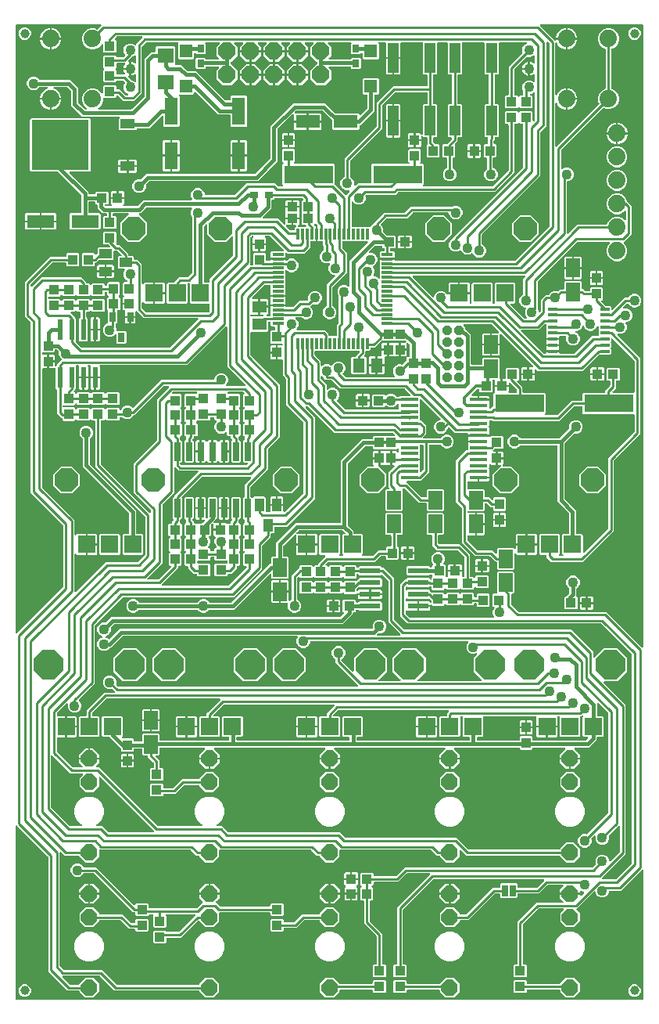
<source format=gbr>
G04 EAGLE Gerber RS-274X export*
G75*
%MOMM*%
%FSLAX34Y34*%
%LPD*%
%INTop Copper*%
%IPPOS*%
%AMOC8*
5,1,8,0,0,1.08239X$1,22.5*%
G01*
G04 Define Apertures*
%ADD10R,5.334000X1.930400*%
%ADD11R,1.000000X1.100000*%
%ADD12R,1.200000X3.200000*%
%ADD13R,1.100000X1.000000*%
%ADD14P,1.15469X8X292.5*%
%ADD15R,0.300000X1.200000*%
%ADD16R,1.200000X0.300000*%
%ADD17R,1.500000X1.300000*%
%ADD18R,1.300000X1.500000*%
%ADD19C,1.879600*%
%ADD20R,0.660400X2.032000*%
%ADD21R,0.700000X1.000000*%
%ADD22R,3.000000X1.400000*%
%ADD23R,6.200000X5.400000*%
%ADD24R,1.600000X1.000000*%
%ADD25R,1.400000X1.400000*%
%ADD26P,2.03446X8X22.5*%
%ADD27R,1.905000X0.381000*%
%ADD28R,0.850000X0.700000*%
%ADD29R,1.500000X2.000000*%
%ADD30R,2.200000X0.600000*%
%ADD31R,1.879600X1.879600*%
%ADD32P,3.48097X8X112.5*%
%ADD33P,1.92449X8X202.5*%
%ADD34P,2.74927X8X112.5*%
%ADD35R,1.803000X1.600000*%
%ADD36R,1.400000X3.000000*%
%ADD37R,2.600000X1.400000*%
%ADD38C,1.000000*%
%ADD39C,1.106400*%
%ADD40R,1.000000X0.350000*%
%ADD41R,0.600000X2.200000*%
%ADD42R,1.400000X1.000000*%
%ADD43R,1.000000X1.400000*%
%ADD44R,0.700000X0.850000*%
%ADD45R,0.635000X1.270000*%
%ADD46C,0.254000*%
%ADD47C,1.108000*%
%ADD48C,0.406400*%
%ADD49C,0.304800*%
G36*
X7538Y402462D02*
X7144Y402369D01*
X6746Y402437D01*
X6405Y402655D01*
X6176Y402988D01*
X6096Y403384D01*
X6096Y1059688D01*
X6164Y1060054D01*
X6382Y1060395D01*
X6716Y1060624D01*
X7112Y1060704D01*
X97885Y1060704D01*
X98236Y1060641D01*
X98580Y1060429D01*
X98814Y1060099D01*
X98901Y1059704D01*
X98826Y1059307D01*
X98603Y1058970D01*
X95267Y1055633D01*
X94952Y1055419D01*
X94556Y1055336D01*
X94160Y1055413D01*
X91504Y1056513D01*
X87058Y1056513D01*
X82950Y1054812D01*
X79806Y1051668D01*
X78105Y1047560D01*
X78105Y1043114D01*
X79806Y1039006D01*
X82950Y1035862D01*
X87058Y1034161D01*
X91504Y1034161D01*
X95612Y1035862D01*
X98811Y1039062D01*
X98904Y1039209D01*
X99230Y1039448D01*
X99624Y1039541D01*
X100022Y1039473D01*
X100363Y1039255D01*
X100592Y1038922D01*
X100672Y1038525D01*
X100672Y1031464D01*
X101714Y1030422D01*
X114187Y1030422D01*
X115228Y1031464D01*
X115228Y1042937D01*
X114187Y1043978D01*
X114116Y1043978D01*
X113765Y1044041D01*
X113421Y1044253D01*
X113187Y1044583D01*
X113101Y1044978D01*
X113175Y1045375D01*
X113398Y1045712D01*
X115265Y1047579D01*
X115587Y1047797D01*
X115983Y1047877D01*
X142589Y1047877D01*
X142940Y1047814D01*
X143284Y1047602D01*
X143518Y1047272D01*
X143605Y1046877D01*
X143530Y1046480D01*
X143307Y1046143D01*
X136652Y1039488D01*
X136652Y1039139D01*
X136589Y1038788D01*
X136377Y1038444D01*
X136047Y1038210D01*
X135652Y1038123D01*
X135255Y1038197D01*
X134918Y1038420D01*
X134316Y1039022D01*
X131629Y1040135D01*
X128721Y1040135D01*
X126034Y1039022D01*
X123978Y1036966D01*
X122865Y1034279D01*
X122865Y1031371D01*
X123978Y1028684D01*
X124195Y1028467D01*
X124406Y1028160D01*
X124492Y1027765D01*
X124418Y1027368D01*
X124195Y1027030D01*
X122860Y1025696D01*
X122538Y1025478D01*
X122142Y1025398D01*
X116187Y1025398D01*
X115806Y1025472D01*
X115469Y1025696D01*
X114187Y1026978D01*
X101714Y1026978D01*
X100672Y1025937D01*
X100672Y1014464D01*
X101592Y1013543D01*
X101803Y1013236D01*
X101890Y1012841D01*
X101815Y1012444D01*
X101592Y1012107D01*
X100672Y1011187D01*
X100672Y999714D01*
X101714Y998672D01*
X114187Y998672D01*
X115469Y999954D01*
X115791Y1000172D01*
X116187Y1000252D01*
X122142Y1000252D01*
X122523Y1000178D01*
X122860Y999954D01*
X124195Y998620D01*
X124406Y998312D01*
X124492Y997917D01*
X124418Y997520D01*
X124195Y997183D01*
X123978Y996966D01*
X122865Y994279D01*
X122865Y991371D01*
X123978Y988684D01*
X126034Y986628D01*
X127363Y986078D01*
X127657Y985891D01*
X127896Y985565D01*
X127989Y985171D01*
X127921Y984773D01*
X127704Y984432D01*
X127370Y984203D01*
X126974Y984123D01*
X125508Y984123D01*
X125127Y984197D01*
X124790Y984421D01*
X118738Y990473D01*
X116244Y990473D01*
X115878Y990541D01*
X115537Y990759D01*
X115308Y991093D01*
X115228Y991489D01*
X115228Y994187D01*
X114187Y995228D01*
X101714Y995228D01*
X100672Y994187D01*
X100672Y987125D01*
X100612Y986781D01*
X100402Y986436D01*
X100075Y986199D01*
X99680Y986109D01*
X99282Y986180D01*
X98943Y986401D01*
X98829Y986570D01*
X95612Y989788D01*
X91504Y991489D01*
X87058Y991489D01*
X82950Y989788D01*
X79806Y986644D01*
X78105Y982536D01*
X78105Y978090D01*
X79806Y973982D01*
X83044Y970744D01*
X83248Y970452D01*
X83341Y970058D01*
X83274Y969660D01*
X83056Y969319D01*
X82722Y969090D01*
X82326Y969010D01*
X81374Y969010D01*
X80993Y969084D01*
X80656Y969308D01*
X73958Y976006D01*
X73740Y976328D01*
X73660Y976724D01*
X73660Y992178D01*
X65078Y1000760D01*
X32360Y1000760D01*
X31979Y1000834D01*
X31642Y1001058D01*
X29545Y1003154D01*
X26856Y1004268D01*
X23944Y1004268D01*
X21255Y1003154D01*
X19196Y1001095D01*
X18082Y998406D01*
X18082Y995494D01*
X19196Y992805D01*
X21255Y990746D01*
X23944Y989632D01*
X26856Y989632D01*
X29545Y990746D01*
X31642Y992842D01*
X31964Y993060D01*
X32360Y993140D01*
X40060Y993140D01*
X40404Y993080D01*
X40750Y992870D01*
X40986Y992543D01*
X41076Y992148D01*
X41005Y991750D01*
X40784Y991411D01*
X40449Y991185D01*
X37594Y990003D01*
X34379Y986788D01*
X32639Y982587D01*
X32639Y981329D01*
X55499Y981329D01*
X55499Y982587D01*
X53759Y986788D01*
X50544Y990003D01*
X47689Y991185D01*
X47394Y991372D01*
X47155Y991698D01*
X47062Y992092D01*
X47130Y992490D01*
X47348Y992831D01*
X47681Y993060D01*
X48078Y993140D01*
X61501Y993140D01*
X61882Y993066D01*
X62219Y992842D01*
X65742Y989319D01*
X65960Y988997D01*
X66040Y988601D01*
X66040Y973147D01*
X77797Y961390D01*
X117723Y961390D01*
X118074Y961327D01*
X118418Y961115D01*
X118652Y960785D01*
X118739Y960390D01*
X118664Y959993D01*
X118441Y959656D01*
X117597Y958812D01*
X117597Y947339D01*
X118639Y946297D01*
X136112Y946297D01*
X137153Y947339D01*
X137153Y947674D01*
X137221Y948040D01*
X137439Y948381D01*
X137773Y948610D01*
X138169Y948690D01*
X150803Y948690D01*
X164113Y961999D01*
X164405Y962203D01*
X164799Y962296D01*
X165197Y962229D01*
X165538Y962011D01*
X165767Y961677D01*
X165847Y961281D01*
X165847Y951239D01*
X166889Y950197D01*
X182362Y950197D01*
X183403Y951239D01*
X183403Y982712D01*
X182802Y983313D01*
X182598Y983605D01*
X182505Y983999D01*
X182573Y984397D01*
X182791Y984738D01*
X183124Y984967D01*
X183520Y985047D01*
X198237Y985047D01*
X199278Y986089D01*
X199278Y986681D01*
X199341Y987032D01*
X199553Y987376D01*
X199883Y987610D01*
X200278Y987697D01*
X200675Y987623D01*
X201012Y987399D01*
X225247Y963165D01*
X237856Y963165D01*
X238222Y963097D01*
X238563Y962879D01*
X238792Y962545D01*
X238872Y962149D01*
X238872Y951239D01*
X239914Y950197D01*
X255387Y950197D01*
X256428Y951239D01*
X256428Y982712D01*
X255387Y983753D01*
X239914Y983753D01*
X238872Y982712D01*
X238872Y979551D01*
X238804Y979185D01*
X238586Y978844D01*
X238252Y978615D01*
X237856Y978535D01*
X233774Y978535D01*
X233393Y978609D01*
X233056Y978833D01*
X201603Y1010285D01*
X192499Y1010285D01*
X192118Y1010359D01*
X191781Y1010583D01*
X185728Y1016635D01*
X179847Y1016635D01*
X179496Y1016698D01*
X179152Y1016910D01*
X178918Y1017240D01*
X178831Y1017635D01*
X178906Y1018032D01*
X179068Y1018277D01*
X179068Y1035782D01*
X178027Y1036823D01*
X158524Y1036823D01*
X157482Y1035782D01*
X157482Y1031871D01*
X157414Y1031505D01*
X157196Y1031164D01*
X156862Y1030935D01*
X156466Y1030855D01*
X152342Y1030855D01*
X145415Y1023928D01*
X145415Y983074D01*
X145341Y982693D01*
X145117Y982356D01*
X132069Y969308D01*
X131747Y969090D01*
X131351Y969010D01*
X96236Y969010D01*
X95885Y969073D01*
X95541Y969285D01*
X95307Y969615D01*
X95220Y970010D01*
X95294Y970407D01*
X95518Y970744D01*
X98756Y973982D01*
X100457Y978090D01*
X100457Y980656D01*
X100525Y981022D01*
X100743Y981363D01*
X101077Y981592D01*
X101473Y981672D01*
X114187Y981672D01*
X115228Y982714D01*
X115228Y982909D01*
X115291Y983260D01*
X115503Y983604D01*
X115833Y983838D01*
X116228Y983925D01*
X116625Y983850D01*
X116962Y983627D01*
X122562Y978027D01*
X134613Y978027D01*
X142748Y986162D01*
X142748Y1036542D01*
X142822Y1036923D01*
X143046Y1037260D01*
X147015Y1041229D01*
X147337Y1041447D01*
X147733Y1041527D01*
X181235Y1041527D01*
X181586Y1041464D01*
X181930Y1041252D01*
X182164Y1040922D01*
X182251Y1040527D01*
X182176Y1040130D01*
X181953Y1039793D01*
X181722Y1039562D01*
X181722Y1024089D01*
X182764Y1023047D01*
X198237Y1023047D01*
X199288Y1024098D01*
X199278Y1024145D01*
X199278Y1028905D01*
X199341Y1029256D01*
X199553Y1029600D01*
X199883Y1029834D01*
X200278Y1029921D01*
X200675Y1029846D01*
X201012Y1029623D01*
X202139Y1028497D01*
X210612Y1028497D01*
X211653Y1029539D01*
X211653Y1039512D01*
X211372Y1039793D01*
X211168Y1040085D01*
X211075Y1040479D01*
X211143Y1040877D01*
X211361Y1041218D01*
X211694Y1041447D01*
X212090Y1041527D01*
X226344Y1041527D01*
X226695Y1041464D01*
X227039Y1041252D01*
X227273Y1040922D01*
X227360Y1040527D01*
X227286Y1040130D01*
X227062Y1039793D01*
X223774Y1036504D01*
X223774Y1027246D01*
X226300Y1024719D01*
X226504Y1024427D01*
X226597Y1024033D01*
X226530Y1023635D01*
X226312Y1023294D01*
X225978Y1023065D01*
X225582Y1022985D01*
X212600Y1022985D01*
X212219Y1023059D01*
X211882Y1023283D01*
X210612Y1024553D01*
X202139Y1024553D01*
X201087Y1023502D01*
X201097Y1023455D01*
X201097Y1013539D01*
X202139Y1012497D01*
X210612Y1012497D01*
X211653Y1013539D01*
X211653Y1014349D01*
X211721Y1014715D01*
X211939Y1015056D01*
X212273Y1015285D01*
X212669Y1015365D01*
X225582Y1015365D01*
X225933Y1015302D01*
X226277Y1015090D01*
X226511Y1014760D01*
X226598Y1014365D01*
X226524Y1013968D01*
X226300Y1013631D01*
X223774Y1011104D01*
X223774Y1001846D01*
X230321Y995299D01*
X239579Y995299D01*
X246126Y1001846D01*
X246126Y1011104D01*
X239534Y1017696D01*
X239410Y1017719D01*
X239069Y1017937D01*
X238840Y1018271D01*
X238760Y1018667D01*
X238760Y1019683D01*
X238828Y1020049D01*
X239046Y1020390D01*
X239380Y1020619D01*
X239529Y1020649D01*
X246126Y1027246D01*
X246126Y1036504D01*
X242838Y1039793D01*
X242634Y1040085D01*
X242541Y1040479D01*
X242608Y1040877D01*
X242826Y1041218D01*
X243160Y1041447D01*
X243556Y1041527D01*
X251385Y1041527D01*
X251736Y1041464D01*
X252080Y1041252D01*
X252314Y1040922D01*
X252401Y1040527D01*
X252326Y1040130D01*
X252103Y1039793D01*
X248920Y1036609D01*
X248920Y1032891D01*
X271780Y1032891D01*
X271780Y1036609D01*
X268597Y1039793D01*
X268393Y1040085D01*
X268300Y1040479D01*
X268368Y1040877D01*
X268586Y1041218D01*
X268919Y1041447D01*
X269315Y1041527D01*
X276785Y1041527D01*
X277136Y1041464D01*
X277480Y1041252D01*
X277714Y1040922D01*
X277801Y1040527D01*
X277726Y1040130D01*
X277503Y1039793D01*
X274320Y1036609D01*
X274320Y1032891D01*
X297180Y1032891D01*
X297180Y1036609D01*
X293997Y1039793D01*
X293793Y1040085D01*
X293700Y1040479D01*
X293768Y1040877D01*
X293986Y1041218D01*
X294319Y1041447D01*
X294715Y1041527D01*
X302185Y1041527D01*
X302536Y1041464D01*
X302880Y1041252D01*
X303114Y1040922D01*
X303201Y1040527D01*
X303126Y1040130D01*
X302903Y1039793D01*
X299720Y1036609D01*
X299720Y1032891D01*
X322580Y1032891D01*
X322580Y1036609D01*
X319397Y1039793D01*
X319193Y1040085D01*
X319100Y1040479D01*
X319168Y1040877D01*
X319386Y1041218D01*
X319719Y1041447D01*
X320115Y1041527D01*
X327944Y1041527D01*
X328295Y1041464D01*
X328639Y1041252D01*
X328873Y1040922D01*
X328960Y1040527D01*
X328886Y1040130D01*
X328662Y1039793D01*
X325374Y1036504D01*
X325374Y1027246D01*
X331966Y1020654D01*
X332090Y1020631D01*
X332431Y1020413D01*
X332660Y1020079D01*
X332740Y1019683D01*
X332740Y1018667D01*
X332672Y1018301D01*
X332454Y1017960D01*
X332120Y1017731D01*
X331971Y1017701D01*
X325374Y1011104D01*
X325374Y1001846D01*
X331921Y995299D01*
X341179Y995299D01*
X347726Y1001846D01*
X347726Y1011104D01*
X345200Y1013631D01*
X344996Y1013923D01*
X344903Y1014317D01*
X344970Y1014715D01*
X345188Y1015056D01*
X345522Y1015285D01*
X345918Y1015365D01*
X368356Y1015365D01*
X368722Y1015297D01*
X369063Y1015079D01*
X369292Y1014745D01*
X369372Y1014349D01*
X369372Y1013539D01*
X370414Y1012497D01*
X378887Y1012497D01*
X379928Y1013539D01*
X379928Y1023455D01*
X379937Y1023503D01*
X378887Y1024553D01*
X370414Y1024553D01*
X369143Y1023283D01*
X368821Y1023065D01*
X368425Y1022985D01*
X345918Y1022985D01*
X345567Y1023048D01*
X345223Y1023260D01*
X344989Y1023590D01*
X344902Y1023985D01*
X344976Y1024382D01*
X345200Y1024719D01*
X347726Y1027246D01*
X347726Y1036504D01*
X344438Y1039793D01*
X344234Y1040085D01*
X344141Y1040479D01*
X344208Y1040877D01*
X344426Y1041218D01*
X344760Y1041447D01*
X345156Y1041527D01*
X368935Y1041527D01*
X369286Y1041464D01*
X369630Y1041252D01*
X369864Y1040922D01*
X369951Y1040527D01*
X369876Y1040130D01*
X369653Y1039793D01*
X369372Y1039512D01*
X369372Y1029539D01*
X370414Y1028497D01*
X378887Y1028497D01*
X380013Y1029623D01*
X380305Y1029827D01*
X380699Y1029920D01*
X381097Y1029852D01*
X381438Y1029634D01*
X381667Y1029301D01*
X381747Y1028905D01*
X381747Y1024145D01*
X381738Y1024097D01*
X382789Y1023047D01*
X398262Y1023047D01*
X399303Y1024089D01*
X399303Y1039562D01*
X399072Y1039793D01*
X398868Y1040085D01*
X398775Y1040479D01*
X398843Y1040877D01*
X399061Y1041218D01*
X399394Y1041447D01*
X399790Y1041527D01*
X405927Y1041527D01*
X406293Y1041459D01*
X406634Y1041241D01*
X406863Y1040907D01*
X406943Y1040511D01*
X406943Y1025616D01*
X423007Y1025616D01*
X423007Y1040511D01*
X423075Y1040877D01*
X423293Y1041218D01*
X423627Y1041447D01*
X424023Y1041527D01*
X446181Y1041527D01*
X446547Y1041459D01*
X446888Y1041241D01*
X447117Y1040907D01*
X447197Y1040511D01*
X447197Y1007864D01*
X448239Y1006822D01*
X450911Y1006822D01*
X451277Y1006754D01*
X451618Y1006536D01*
X451847Y1006202D01*
X451927Y1005806D01*
X451927Y994664D01*
X451859Y994298D01*
X451641Y993957D01*
X451307Y993728D01*
X450911Y993648D01*
X414662Y993648D01*
X397002Y975988D01*
X397002Y951008D01*
X396928Y950627D01*
X396704Y950290D01*
X362077Y915663D01*
X362077Y896337D01*
X362006Y895963D01*
X361785Y895625D01*
X361450Y895399D01*
X360980Y895204D01*
X358921Y893145D01*
X357807Y890456D01*
X357807Y887544D01*
X358921Y884855D01*
X360980Y882796D01*
X363669Y881682D01*
X366581Y881682D01*
X366626Y881701D01*
X366966Y881777D01*
X367366Y881716D01*
X367710Y881503D01*
X367944Y881173D01*
X368031Y880778D01*
X367956Y880381D01*
X367733Y880044D01*
X364256Y876566D01*
X363949Y876356D01*
X363554Y876269D01*
X363156Y876343D01*
X362819Y876566D01*
X351961Y887425D01*
X351743Y887747D01*
X351663Y888143D01*
X351663Y908914D01*
X350622Y909955D01*
X308447Y909955D01*
X308096Y910018D01*
X307752Y910230D01*
X307518Y910560D01*
X307431Y910955D01*
X307506Y911352D01*
X307729Y911689D01*
X308403Y912364D01*
X308403Y924837D01*
X307362Y925878D01*
X295889Y925878D01*
X294847Y924837D01*
X294847Y912364D01*
X295814Y911397D01*
X296024Y911090D01*
X296111Y910695D01*
X296037Y910297D01*
X295814Y909960D01*
X294767Y908914D01*
X294767Y888137D01*
X295471Y887432D01*
X295675Y887140D01*
X295768Y886746D01*
X295700Y886348D01*
X295482Y886007D01*
X295149Y885778D01*
X294753Y885698D01*
X290608Y885698D01*
X290227Y885772D01*
X289890Y885996D01*
X287013Y888873D01*
X255912Y888873D01*
X243510Y876471D01*
X243188Y876253D01*
X242792Y876173D01*
X211534Y876173D01*
X211168Y876241D01*
X210827Y876459D01*
X210598Y876793D01*
X210518Y877189D01*
X210518Y877756D01*
X209404Y880445D01*
X207345Y882504D01*
X204656Y883618D01*
X201744Y883618D01*
X199055Y882504D01*
X196996Y880445D01*
X195882Y877756D01*
X195882Y874844D01*
X197064Y871990D01*
X197141Y871633D01*
X197073Y871235D01*
X196856Y870894D01*
X196522Y870665D01*
X196126Y870585D01*
X144472Y870585D01*
X138419Y864533D01*
X138097Y864315D01*
X137701Y864235D01*
X123387Y864235D01*
X123035Y864298D01*
X122691Y864510D01*
X122457Y864840D01*
X122371Y865235D01*
X122445Y865632D01*
X122668Y865969D01*
X123982Y867283D01*
X123982Y872109D01*
X108918Y872109D01*
X108918Y867283D01*
X110232Y865969D01*
X110436Y865677D01*
X110529Y865283D01*
X110461Y864885D01*
X110243Y864544D01*
X109910Y864315D01*
X109513Y864235D01*
X103599Y864235D01*
X103218Y864309D01*
X102881Y864533D01*
X102801Y864613D01*
X102597Y864905D01*
X102504Y865299D01*
X102571Y865697D01*
X102789Y866038D01*
X103123Y866267D01*
X103519Y866347D01*
X105687Y866347D01*
X106728Y867389D01*
X106728Y878862D01*
X105687Y879903D01*
X93214Y879903D01*
X92172Y878862D01*
X92172Y877951D01*
X92104Y877585D01*
X91886Y877244D01*
X91552Y877015D01*
X91156Y876935D01*
X85976Y876935D01*
X85610Y877003D01*
X85269Y877221D01*
X85040Y877555D01*
X84960Y877951D01*
X84960Y879278D01*
X64476Y899763D01*
X64272Y900055D01*
X64179Y900449D01*
X64246Y900847D01*
X64464Y901188D01*
X64798Y901417D01*
X65194Y901497D01*
X86112Y901497D01*
X87153Y902539D01*
X87153Y958012D01*
X86112Y959053D01*
X22639Y959053D01*
X21597Y958012D01*
X21597Y902539D01*
X22639Y901497D01*
X51544Y901497D01*
X51925Y901423D01*
X52262Y901199D01*
X77042Y876419D01*
X77260Y876097D01*
X77340Y875701D01*
X77340Y857519D01*
X77272Y857153D01*
X77054Y856812D01*
X76720Y856583D01*
X76324Y856503D01*
X65414Y856503D01*
X64372Y855462D01*
X64372Y839989D01*
X65414Y838947D01*
X96887Y838947D01*
X97928Y839989D01*
X97928Y855462D01*
X96887Y856503D01*
X85976Y856503D01*
X85610Y856571D01*
X85269Y856789D01*
X85040Y857123D01*
X84960Y857519D01*
X84960Y868299D01*
X85028Y868665D01*
X85246Y869006D01*
X85580Y869235D01*
X85976Y869315D01*
X91156Y869315D01*
X91522Y869247D01*
X91863Y869029D01*
X92092Y868695D01*
X92172Y868299D01*
X92172Y867389D01*
X93214Y866347D01*
X93599Y866347D01*
X93965Y866279D01*
X94306Y866061D01*
X94535Y865727D01*
X94615Y865331D01*
X94615Y862022D01*
X100022Y856615D01*
X103886Y856615D01*
X104252Y856547D01*
X104593Y856329D01*
X104822Y855995D01*
X104902Y855599D01*
X104902Y854494D01*
X104834Y854128D01*
X104616Y853787D01*
X104282Y853558D01*
X103886Y853478D01*
X101714Y853478D01*
X100672Y852437D01*
X100672Y840964D01*
X101714Y839922D01*
X114187Y839922D01*
X115228Y840964D01*
X115228Y852437D01*
X114187Y853478D01*
X112014Y853478D01*
X111648Y853546D01*
X111307Y853764D01*
X111078Y854098D01*
X110998Y854494D01*
X110998Y855599D01*
X111066Y855965D01*
X111284Y856306D01*
X111618Y856535D01*
X112014Y856615D01*
X127557Y856615D01*
X127908Y856552D01*
X128252Y856340D01*
X128486Y856010D01*
X128573Y855615D01*
X128499Y855218D01*
X128276Y854881D01*
X119497Y846102D01*
X119497Y834108D01*
X127978Y825627D01*
X139972Y825627D01*
X148453Y834108D01*
X148453Y846102D01*
X139674Y854881D01*
X139470Y855173D01*
X139377Y855567D01*
X139445Y855965D01*
X139663Y856306D01*
X139997Y856535D01*
X140393Y856615D01*
X141278Y856615D01*
X147331Y862667D01*
X147653Y862885D01*
X148049Y862965D01*
X196126Y862965D01*
X196484Y862900D01*
X196827Y862684D01*
X197058Y862353D01*
X197142Y861957D01*
X197064Y861560D01*
X195882Y858706D01*
X195882Y855794D01*
X196900Y853338D01*
X196977Y852949D01*
X196977Y792258D01*
X196903Y791877D01*
X196679Y791540D01*
X192710Y787571D01*
X192388Y787353D01*
X191992Y787273D01*
X182887Y787273D01*
X177927Y782313D01*
X177927Y782297D01*
X177859Y781931D01*
X177641Y781590D01*
X177307Y781361D01*
X176911Y781281D01*
X170841Y781281D01*
X169799Y780240D01*
X169799Y759971D01*
X170841Y758929D01*
X191110Y758929D01*
X192151Y759971D01*
X192151Y780161D01*
X192219Y780527D01*
X192437Y780868D01*
X192771Y781097D01*
X193167Y781177D01*
X193783Y781177D01*
X194149Y781109D01*
X194490Y780891D01*
X194719Y780557D01*
X194799Y780161D01*
X194799Y759971D01*
X195841Y758929D01*
X215011Y758929D01*
X215377Y758861D01*
X215718Y758643D01*
X215947Y758309D01*
X216027Y757913D01*
X216027Y750983D01*
X215953Y750602D01*
X215729Y750265D01*
X214935Y749471D01*
X214613Y749253D01*
X214217Y749173D01*
X147733Y749173D01*
X147352Y749247D01*
X147015Y749471D01*
X143046Y753440D01*
X142828Y753762D01*
X142748Y754158D01*
X142748Y759209D01*
X142811Y759561D01*
X143023Y759905D01*
X143353Y760139D01*
X143748Y760225D01*
X144145Y760151D01*
X144482Y759928D01*
X145735Y758675D01*
X154959Y758675D01*
X154959Y781535D01*
X145735Y781535D01*
X144482Y780282D01*
X144190Y780078D01*
X143796Y779985D01*
X143398Y780053D01*
X143057Y780271D01*
X142828Y780604D01*
X142748Y781001D01*
X142748Y801363D01*
X137788Y806323D01*
X135094Y806323D01*
X134728Y806391D01*
X134387Y806609D01*
X134158Y806943D01*
X134078Y807339D01*
X134078Y809012D01*
X133037Y810053D01*
X129364Y810053D01*
X128998Y810121D01*
X128657Y810339D01*
X128428Y810673D01*
X128348Y811069D01*
X128348Y812588D01*
X118738Y822198D01*
X115983Y822198D01*
X115602Y822272D01*
X115265Y822496D01*
X115231Y822530D01*
X115020Y822837D01*
X114933Y823232D01*
X115008Y823629D01*
X115228Y823962D01*
X115228Y835437D01*
X114187Y836478D01*
X101714Y836478D01*
X100672Y835437D01*
X100672Y823964D01*
X101714Y822922D01*
X105797Y822922D01*
X106178Y822848D01*
X106515Y822624D01*
X107852Y821287D01*
X108056Y820995D01*
X108149Y820601D01*
X108081Y820203D01*
X107863Y819862D01*
X107530Y819633D01*
X107134Y819553D01*
X95564Y819553D01*
X94522Y818512D01*
X94522Y813628D01*
X94448Y813247D01*
X94224Y812910D01*
X93212Y811898D01*
X92920Y811694D01*
X92526Y811601D01*
X92128Y811669D01*
X91787Y811887D01*
X91558Y812220D01*
X91478Y812616D01*
X91478Y812687D01*
X90437Y813728D01*
X78964Y813728D01*
X77922Y812687D01*
X77922Y800214D01*
X78964Y799172D01*
X90437Y799172D01*
X91478Y800214D01*
X91478Y802386D01*
X91546Y802752D01*
X91764Y803093D01*
X92098Y803322D01*
X92494Y803402D01*
X93338Y803402D01*
X95635Y805699D01*
X95957Y805917D01*
X96353Y805997D01*
X111037Y805997D01*
X112078Y807039D01*
X112078Y815086D01*
X112146Y815452D01*
X112364Y815793D01*
X112698Y816022D01*
X113094Y816102D01*
X115792Y816102D01*
X116173Y816028D01*
X116510Y815804D01*
X120527Y811787D01*
X120731Y811495D01*
X120824Y811101D01*
X120756Y810703D01*
X120538Y810362D01*
X120205Y810133D01*
X119809Y810053D01*
X117564Y810053D01*
X116522Y809012D01*
X116522Y797539D01*
X117564Y796497D01*
X123295Y796497D01*
X123646Y796434D01*
X123990Y796222D01*
X124224Y795892D01*
X124311Y795497D01*
X124237Y795100D01*
X124013Y794763D01*
X123971Y794720D01*
X122857Y792031D01*
X122857Y789119D01*
X123971Y786430D01*
X126030Y784371D01*
X126500Y784176D01*
X126818Y783968D01*
X127047Y783634D01*
X127127Y783238D01*
X127127Y782994D01*
X127059Y782628D01*
X126841Y782287D01*
X126507Y782058D01*
X126111Y781978D01*
X123414Y781978D01*
X122372Y780937D01*
X122372Y768464D01*
X123244Y767591D01*
X123448Y767299D01*
X123541Y766905D01*
X123473Y766507D01*
X123255Y766166D01*
X122922Y765937D01*
X122880Y765929D01*
X121618Y764667D01*
X121618Y759841D01*
X130166Y759841D01*
X130166Y757809D01*
X121618Y757809D01*
X121618Y752983D01*
X122808Y751793D01*
X123691Y751793D01*
X124043Y751730D01*
X124387Y751518D01*
X124621Y751188D01*
X124707Y750793D01*
X124633Y750396D01*
X124618Y750373D01*
X124618Y745441D01*
X135682Y745441D01*
X135682Y749730D01*
X135745Y750081D01*
X135957Y750425D01*
X136287Y750659D01*
X136682Y750746D01*
X137079Y750671D01*
X137416Y750448D01*
X144787Y743077D01*
X202914Y743077D01*
X203265Y743014D01*
X203609Y742802D01*
X203843Y742472D01*
X203930Y742077D01*
X203855Y741680D01*
X203632Y741343D01*
X173660Y711371D01*
X173338Y711153D01*
X172942Y711073D01*
X77883Y711073D01*
X77502Y711147D01*
X77165Y711371D01*
X71156Y717380D01*
X70945Y717687D01*
X70858Y718082D01*
X70933Y718479D01*
X71156Y718816D01*
X71453Y719114D01*
X71453Y742587D01*
X70318Y743722D01*
X70010Y743926D01*
X65773Y748163D01*
X65569Y748455D01*
X65476Y748849D01*
X65544Y749247D01*
X65762Y749588D01*
X66095Y749817D01*
X66491Y749897D01*
X69737Y749897D01*
X70719Y750880D01*
X71026Y751090D01*
X71421Y751177D01*
X71819Y751103D01*
X72156Y750880D01*
X73139Y749897D01*
X75311Y749897D01*
X75677Y749829D01*
X76018Y749611D01*
X76247Y749277D01*
X76327Y748881D01*
X76327Y744644D01*
X76259Y744278D01*
X76041Y743937D01*
X75744Y743734D01*
X74597Y742587D01*
X74597Y719114D01*
X75639Y718072D01*
X83112Y718072D01*
X84153Y719114D01*
X84153Y742587D01*
X82991Y743749D01*
X82732Y743914D01*
X82503Y744248D01*
X82423Y744644D01*
X82423Y748881D01*
X82491Y749247D01*
X82709Y749588D01*
X83043Y749817D01*
X83439Y749897D01*
X85612Y749897D01*
X86594Y750880D01*
X86901Y751090D01*
X87296Y751177D01*
X87694Y751103D01*
X88031Y750880D01*
X89014Y749897D01*
X101487Y749897D01*
X102528Y750939D01*
X102528Y762412D01*
X101487Y763453D01*
X89014Y763453D01*
X88031Y762470D01*
X87724Y762260D01*
X87329Y762173D01*
X86931Y762247D01*
X86594Y762470D01*
X85612Y763453D01*
X73139Y763453D01*
X72156Y762470D01*
X71849Y762260D01*
X71454Y762173D01*
X71056Y762247D01*
X70719Y762470D01*
X69737Y763453D01*
X57264Y763453D01*
X56137Y762327D01*
X55845Y762123D01*
X55451Y762030D01*
X55053Y762098D01*
X54712Y762316D01*
X54483Y762649D01*
X54437Y762877D01*
X53362Y763953D01*
X42164Y763953D01*
X41798Y764021D01*
X41457Y764239D01*
X41228Y764573D01*
X41148Y764969D01*
X41148Y765381D01*
X41216Y765747D01*
X41434Y766088D01*
X41768Y766317D01*
X42164Y766397D01*
X53362Y766397D01*
X54432Y767468D01*
X54466Y767656D01*
X54678Y768000D01*
X55008Y768234D01*
X55403Y768321D01*
X55800Y768246D01*
X56137Y768023D01*
X57264Y766897D01*
X69737Y766897D01*
X70719Y767880D01*
X71026Y768090D01*
X71421Y768177D01*
X71819Y768103D01*
X72156Y767880D01*
X73139Y766897D01*
X85612Y766897D01*
X86594Y767880D01*
X86901Y768090D01*
X87296Y768177D01*
X87694Y768103D01*
X88031Y767880D01*
X89014Y766897D01*
X101487Y766897D01*
X102528Y767939D01*
X102528Y770636D01*
X102596Y771002D01*
X102814Y771343D01*
X103148Y771572D01*
X103544Y771652D01*
X104356Y771652D01*
X104722Y771584D01*
X105063Y771366D01*
X105292Y771032D01*
X105372Y770636D01*
X105372Y768464D01*
X106498Y767337D01*
X106702Y767045D01*
X106795Y766651D01*
X106727Y766253D01*
X106509Y765912D01*
X106176Y765683D01*
X105948Y765637D01*
X104872Y764562D01*
X104872Y753089D01*
X106117Y751843D01*
X106328Y751536D01*
X106415Y751141D01*
X106340Y750744D01*
X106117Y750407D01*
X105872Y750162D01*
X105872Y738644D01*
X105979Y738489D01*
X106069Y738095D01*
X105998Y737697D01*
X105777Y737358D01*
X105442Y737132D01*
X103805Y736454D01*
X101746Y734395D01*
X100632Y731706D01*
X100632Y728794D01*
X101746Y726105D01*
X103805Y724046D01*
X106494Y722932D01*
X109406Y722932D01*
X112095Y724046D01*
X113638Y725588D01*
X113930Y725792D01*
X114324Y725885D01*
X114722Y725818D01*
X115063Y725600D01*
X115292Y725266D01*
X115372Y724870D01*
X115372Y716689D01*
X116414Y715647D01*
X124887Y715647D01*
X125928Y716689D01*
X125928Y728162D01*
X124887Y729203D01*
X116284Y729203D01*
X115918Y729271D01*
X115577Y729489D01*
X115348Y729823D01*
X115268Y730219D01*
X115268Y731706D01*
X114275Y734102D01*
X114198Y734491D01*
X114198Y736631D01*
X114266Y736997D01*
X114484Y737338D01*
X114818Y737567D01*
X115214Y737647D01*
X115387Y737647D01*
X116428Y738689D01*
X116428Y750162D01*
X116277Y750313D01*
X116073Y750605D01*
X115980Y750999D01*
X116048Y751397D01*
X116266Y751738D01*
X116599Y751967D01*
X116995Y752047D01*
X118387Y752047D01*
X119428Y753089D01*
X119428Y764562D01*
X118357Y765632D01*
X118169Y765666D01*
X117825Y765878D01*
X117591Y766208D01*
X117504Y766603D01*
X117579Y767000D01*
X117802Y767337D01*
X118928Y768464D01*
X118928Y780937D01*
X117887Y781978D01*
X106414Y781978D01*
X105372Y780937D01*
X105372Y778764D01*
X105304Y778398D01*
X105086Y778057D01*
X104752Y777828D01*
X104356Y777748D01*
X103544Y777748D01*
X103178Y777816D01*
X102837Y778034D01*
X102608Y778368D01*
X102528Y778764D01*
X102528Y779412D01*
X101487Y780453D01*
X89014Y780453D01*
X88031Y779470D01*
X87724Y779260D01*
X87329Y779173D01*
X86931Y779247D01*
X86594Y779470D01*
X85612Y780453D01*
X83439Y780453D01*
X83073Y780521D01*
X82732Y780739D01*
X82503Y781073D01*
X82423Y781469D01*
X82423Y782313D01*
X77463Y787273D01*
X33662Y787273D01*
X23832Y777443D01*
X23540Y777239D01*
X23146Y777146D01*
X22748Y777214D01*
X22407Y777432D01*
X22178Y777765D01*
X22098Y778161D01*
X22098Y779367D01*
X22172Y779748D01*
X22396Y780085D01*
X45415Y803104D01*
X45737Y803322D01*
X46133Y803402D01*
X59906Y803402D01*
X60272Y803334D01*
X60613Y803116D01*
X60842Y802782D01*
X60922Y802386D01*
X60922Y800214D01*
X61964Y799172D01*
X73437Y799172D01*
X74478Y800214D01*
X74478Y812687D01*
X73437Y813728D01*
X61964Y813728D01*
X60922Y812687D01*
X60922Y810514D01*
X60854Y810148D01*
X60636Y809807D01*
X60302Y809578D01*
X59906Y809498D01*
X43187Y809498D01*
X16002Y782313D01*
X16002Y744862D01*
X22054Y738810D01*
X22272Y738488D01*
X22352Y738092D01*
X22352Y554362D01*
X56979Y519735D01*
X57197Y519413D01*
X57277Y519017D01*
X57277Y452533D01*
X57203Y452152D01*
X56979Y451815D01*
X7830Y402666D01*
X7538Y402462D01*
G37*
%LPC*%
G36*
X14527Y1044147D02*
X17223Y1044147D01*
X19714Y1045179D01*
X21621Y1047086D01*
X22653Y1049577D01*
X22653Y1052273D01*
X21621Y1054764D01*
X19714Y1056671D01*
X17223Y1057703D01*
X14527Y1057703D01*
X12036Y1056671D01*
X10129Y1054764D01*
X9097Y1052273D01*
X9097Y1049577D01*
X10129Y1047086D01*
X12036Y1045179D01*
X14527Y1044147D01*
G37*
G36*
X45085Y1046353D02*
X55499Y1046353D01*
X55499Y1047611D01*
X53759Y1051812D01*
X50544Y1055027D01*
X46343Y1056767D01*
X45085Y1056767D01*
X45085Y1046353D01*
G37*
G36*
X32639Y1046353D02*
X43053Y1046353D01*
X43053Y1056767D01*
X41795Y1056767D01*
X37594Y1055027D01*
X34379Y1051812D01*
X32639Y1047611D01*
X32639Y1046353D01*
G37*
G36*
X45085Y1033907D02*
X46343Y1033907D01*
X50544Y1035647D01*
X53759Y1038862D01*
X55499Y1043063D01*
X55499Y1044321D01*
X45085Y1044321D01*
X45085Y1033907D01*
G37*
G36*
X41795Y1033907D02*
X43053Y1033907D01*
X43053Y1044321D01*
X32639Y1044321D01*
X32639Y1043063D01*
X34379Y1038862D01*
X37594Y1035647D01*
X41795Y1033907D01*
G37*
G36*
X312166Y1020445D02*
X315884Y1020445D01*
X322580Y1027141D01*
X322580Y1030859D01*
X312166Y1030859D01*
X312166Y1020445D01*
G37*
G36*
X306416Y1020445D02*
X310134Y1020445D01*
X310134Y1030859D01*
X299720Y1030859D01*
X299720Y1027141D01*
X306416Y1020445D01*
G37*
G36*
X286766Y1020445D02*
X290484Y1020445D01*
X297180Y1027141D01*
X297180Y1030859D01*
X286766Y1030859D01*
X286766Y1020445D01*
G37*
G36*
X281016Y1020445D02*
X284734Y1020445D01*
X284734Y1030859D01*
X274320Y1030859D01*
X274320Y1027141D01*
X281016Y1020445D01*
G37*
G36*
X261366Y1020445D02*
X265084Y1020445D01*
X271780Y1027141D01*
X271780Y1030859D01*
X261366Y1030859D01*
X261366Y1020445D01*
G37*
G36*
X255616Y1020445D02*
X259334Y1020445D01*
X259334Y1030859D01*
X248920Y1030859D01*
X248920Y1027141D01*
X255616Y1020445D01*
G37*
G36*
X408133Y1006568D02*
X413959Y1006568D01*
X413959Y1023584D01*
X406943Y1023584D01*
X406943Y1007758D01*
X408133Y1006568D01*
G37*
G36*
X415991Y1006568D02*
X421817Y1006568D01*
X423007Y1007758D01*
X423007Y1023584D01*
X415991Y1023584D01*
X415991Y1006568D01*
G37*
G36*
X261366Y1007491D02*
X271780Y1007491D01*
X271780Y1011209D01*
X265084Y1017905D01*
X261366Y1017905D01*
X261366Y1007491D01*
G37*
G36*
X286766Y1007491D02*
X297180Y1007491D01*
X297180Y1011209D01*
X290484Y1017905D01*
X286766Y1017905D01*
X286766Y1007491D01*
G37*
G36*
X312166Y1007491D02*
X322580Y1007491D01*
X322580Y1011209D01*
X315884Y1017905D01*
X312166Y1017905D01*
X312166Y1007491D01*
G37*
G36*
X299720Y1007491D02*
X310134Y1007491D01*
X310134Y1017905D01*
X306416Y1017905D01*
X299720Y1011209D01*
X299720Y1007491D01*
G37*
G36*
X274320Y1007491D02*
X284734Y1007491D01*
X284734Y1017905D01*
X281016Y1017905D01*
X274320Y1011209D01*
X274320Y1007491D01*
G37*
G36*
X248920Y1007491D02*
X259334Y1007491D01*
X259334Y1017905D01*
X255616Y1017905D01*
X248920Y1011209D01*
X248920Y1007491D01*
G37*
G36*
X261366Y995045D02*
X265084Y995045D01*
X271780Y1001741D01*
X271780Y1005459D01*
X261366Y1005459D01*
X261366Y995045D01*
G37*
G36*
X255616Y995045D02*
X259334Y995045D01*
X259334Y1005459D01*
X248920Y1005459D01*
X248920Y1001741D01*
X255616Y995045D01*
G37*
G36*
X312166Y995045D02*
X315884Y995045D01*
X322580Y1001741D01*
X322580Y1005459D01*
X312166Y1005459D01*
X312166Y995045D01*
G37*
G36*
X306416Y995045D02*
X310134Y995045D01*
X310134Y1005459D01*
X299720Y1005459D01*
X299720Y1001741D01*
X306416Y995045D01*
G37*
G36*
X286766Y995045D02*
X290484Y995045D01*
X297180Y1001741D01*
X297180Y1005459D01*
X286766Y1005459D01*
X286766Y995045D01*
G37*
G36*
X281016Y995045D02*
X284734Y995045D01*
X284734Y1005459D01*
X274320Y1005459D01*
X274320Y1001741D01*
X281016Y995045D01*
G37*
G36*
X138244Y878507D02*
X141156Y878507D01*
X143845Y879621D01*
X145904Y881680D01*
X147018Y884369D01*
X147018Y887334D01*
X147092Y887715D01*
X147316Y888052D01*
X150506Y891242D01*
X150828Y891460D01*
X151224Y891540D01*
X268278Y891540D01*
X289560Y912822D01*
X289560Y947326D01*
X289634Y947707D01*
X289858Y948044D01*
X305634Y963820D01*
X305926Y964024D01*
X306320Y964117D01*
X306718Y964050D01*
X307059Y963832D01*
X307288Y963498D01*
X307368Y963102D01*
X307368Y956691D01*
X321384Y956691D01*
X321384Y964707D01*
X308973Y964707D01*
X308622Y964770D01*
X308278Y964982D01*
X308044Y965312D01*
X307957Y965707D01*
X308031Y966104D01*
X308255Y966441D01*
X309256Y967442D01*
X309578Y967660D01*
X309974Y967740D01*
X337726Y967740D01*
X338107Y967666D01*
X338444Y967442D01*
X348324Y957562D01*
X348542Y957240D01*
X348622Y956844D01*
X348622Y947939D01*
X349664Y946897D01*
X377137Y946897D01*
X378178Y947939D01*
X378178Y950849D01*
X378246Y951215D01*
X378464Y951556D01*
X378798Y951785D01*
X379194Y951865D01*
X379403Y951865D01*
X394335Y966797D01*
X394335Y984031D01*
X394403Y984397D01*
X394621Y984738D01*
X394955Y984967D01*
X395351Y985047D01*
X398262Y985047D01*
X399303Y986089D01*
X399303Y1001562D01*
X398262Y1002603D01*
X382789Y1002603D01*
X381747Y1001562D01*
X381747Y986089D01*
X382789Y985047D01*
X385699Y985047D01*
X386065Y984979D01*
X386406Y984761D01*
X386635Y984427D01*
X386715Y984031D01*
X386715Y970374D01*
X386641Y969993D01*
X386417Y969656D01*
X379894Y963132D01*
X379587Y962922D01*
X379192Y962835D01*
X378794Y962909D01*
X378457Y963132D01*
X377137Y964453D01*
X352631Y964453D01*
X352250Y964527D01*
X351913Y964751D01*
X341303Y975360D01*
X306397Y975360D01*
X281940Y950903D01*
X281940Y916399D01*
X281866Y916018D01*
X281642Y915681D01*
X265419Y899458D01*
X265097Y899240D01*
X264701Y899160D01*
X147647Y899160D01*
X141927Y893441D01*
X141605Y893223D01*
X141209Y893143D01*
X138244Y893143D01*
X135555Y892029D01*
X133496Y889970D01*
X132382Y887281D01*
X132382Y884369D01*
X133496Y881680D01*
X135555Y879621D01*
X138244Y878507D01*
G37*
G36*
X41795Y968883D02*
X43053Y968883D01*
X43053Y979297D01*
X32639Y979297D01*
X32639Y978039D01*
X34379Y973838D01*
X37594Y970623D01*
X41795Y968883D01*
G37*
G36*
X45085Y968883D02*
X46343Y968883D01*
X50544Y970623D01*
X53759Y973838D01*
X55499Y978039D01*
X55499Y979297D01*
X45085Y979297D01*
X45085Y968883D01*
G37*
G36*
X323416Y956691D02*
X337432Y956691D01*
X337432Y963517D01*
X336242Y964707D01*
X323416Y964707D01*
X323416Y956691D01*
G37*
G36*
X308558Y946643D02*
X321384Y946643D01*
X321384Y954659D01*
X307368Y954659D01*
X307368Y947833D01*
X308558Y946643D01*
G37*
G36*
X323416Y946643D02*
X336242Y946643D01*
X337432Y947833D01*
X337432Y954659D01*
X323416Y954659D01*
X323416Y946643D01*
G37*
G36*
X302641Y936616D02*
X308657Y936616D01*
X308657Y941942D01*
X307467Y943132D01*
X302641Y943132D01*
X302641Y936616D01*
G37*
G36*
X294593Y936616D02*
X300609Y936616D01*
X300609Y943132D01*
X295783Y943132D01*
X294593Y941942D01*
X294593Y936616D01*
G37*
G36*
X248666Y919991D02*
X256682Y919991D01*
X256682Y934817D01*
X255492Y936007D01*
X248666Y936007D01*
X248666Y919991D01*
G37*
G36*
X238618Y919991D02*
X246634Y919991D01*
X246634Y936007D01*
X239808Y936007D01*
X238618Y934817D01*
X238618Y919991D01*
G37*
G36*
X165593Y919991D02*
X173609Y919991D01*
X173609Y936007D01*
X166783Y936007D01*
X165593Y934817D01*
X165593Y919991D01*
G37*
G36*
X175641Y919991D02*
X183657Y919991D01*
X183657Y934817D01*
X182467Y936007D01*
X175641Y936007D01*
X175641Y919991D01*
G37*
G36*
X302641Y928068D02*
X307467Y928068D01*
X308657Y929258D01*
X308657Y934584D01*
X302641Y934584D01*
X302641Y928068D01*
G37*
G36*
X295783Y928068D02*
X300609Y928068D01*
X300609Y934584D01*
X294593Y934584D01*
X294593Y929258D01*
X295783Y928068D01*
G37*
G36*
X166783Y901943D02*
X173609Y901943D01*
X173609Y917959D01*
X165593Y917959D01*
X165593Y903133D01*
X166783Y901943D01*
G37*
G36*
X175641Y901943D02*
X182467Y901943D01*
X183657Y903133D01*
X183657Y917959D01*
X175641Y917959D01*
X175641Y901943D01*
G37*
G36*
X239808Y901943D02*
X246634Y901943D01*
X246634Y917959D01*
X238618Y917959D01*
X238618Y903133D01*
X239808Y901943D01*
G37*
G36*
X248666Y901943D02*
X255492Y901943D01*
X256682Y903133D01*
X256682Y917959D01*
X248666Y917959D01*
X248666Y901943D01*
G37*
G36*
X128391Y908491D02*
X137407Y908491D01*
X137407Y913317D01*
X136217Y914507D01*
X128391Y914507D01*
X128391Y908491D01*
G37*
G36*
X117343Y908491D02*
X126359Y908491D01*
X126359Y914507D01*
X118533Y914507D01*
X117343Y913317D01*
X117343Y908491D01*
G37*
G36*
X118533Y900443D02*
X126359Y900443D01*
X126359Y906459D01*
X117343Y906459D01*
X117343Y901633D01*
X118533Y900443D01*
G37*
G36*
X128391Y900443D02*
X136217Y900443D01*
X137407Y901633D01*
X137407Y906459D01*
X128391Y906459D01*
X128391Y900443D01*
G37*
G36*
X108918Y874141D02*
X115434Y874141D01*
X115434Y880157D01*
X110108Y880157D01*
X108918Y878967D01*
X108918Y874141D01*
G37*
G36*
X117466Y874141D02*
X123982Y874141D01*
X123982Y878967D01*
X122792Y880157D01*
X117466Y880157D01*
X117466Y874141D01*
G37*
G36*
X34166Y848741D02*
X50182Y848741D01*
X50182Y855567D01*
X48992Y856757D01*
X34166Y856757D01*
X34166Y848741D01*
G37*
G36*
X16118Y848741D02*
X32134Y848741D01*
X32134Y856757D01*
X17308Y856757D01*
X16118Y855567D01*
X16118Y848741D01*
G37*
G36*
X34166Y838693D02*
X48992Y838693D01*
X50182Y839883D01*
X50182Y846709D01*
X34166Y846709D01*
X34166Y838693D01*
G37*
G36*
X17308Y838693D02*
X32134Y838693D01*
X32134Y846709D01*
X16118Y846709D01*
X16118Y839883D01*
X17308Y838693D01*
G37*
G36*
X94268Y794791D02*
X102284Y794791D01*
X102284Y800807D01*
X95458Y800807D01*
X94268Y799617D01*
X94268Y794791D01*
G37*
G36*
X104316Y794791D02*
X112332Y794791D01*
X112332Y799617D01*
X111142Y800807D01*
X104316Y800807D01*
X104316Y794791D01*
G37*
G36*
X104316Y786743D02*
X111142Y786743D01*
X112332Y787933D01*
X112332Y792759D01*
X104316Y792759D01*
X104316Y786743D01*
G37*
G36*
X95458Y786743D02*
X102284Y786743D01*
X102284Y792759D01*
X94268Y792759D01*
X94268Y787933D01*
X95458Y786743D01*
G37*
G36*
X156991Y771121D02*
X167405Y771121D01*
X167405Y780345D01*
X166215Y781535D01*
X156991Y781535D01*
X156991Y771121D01*
G37*
G36*
X156991Y758675D02*
X166215Y758675D01*
X167405Y759865D01*
X167405Y769089D01*
X156991Y769089D01*
X156991Y758675D01*
G37*
G36*
X87043Y731866D02*
X91059Y731866D01*
X91059Y743882D01*
X88233Y743882D01*
X87043Y742692D01*
X87043Y731866D01*
G37*
G36*
X93091Y731866D02*
X97107Y731866D01*
X97107Y742692D01*
X95917Y743882D01*
X93091Y743882D01*
X93091Y731866D01*
G37*
G36*
X125808Y737393D02*
X129134Y737393D01*
X129134Y743409D01*
X124618Y743409D01*
X124618Y738583D01*
X125808Y737393D01*
G37*
G36*
X131166Y737393D02*
X134492Y737393D01*
X135682Y738583D01*
X135682Y743409D01*
X131166Y743409D01*
X131166Y737393D01*
G37*
G36*
X93091Y717818D02*
X95917Y717818D01*
X97107Y719008D01*
X97107Y729834D01*
X93091Y729834D01*
X93091Y717818D01*
G37*
G36*
X88233Y717818D02*
X91059Y717818D01*
X91059Y729834D01*
X87043Y729834D01*
X87043Y719008D01*
X88233Y717818D01*
G37*
%LPD*%
G36*
X655938Y136478D02*
X655542Y136398D01*
X641636Y136398D01*
X641285Y136461D01*
X640941Y136673D01*
X640707Y137003D01*
X640621Y137398D01*
X640695Y137795D01*
X640918Y138132D01*
X666623Y163837D01*
X666623Y325113D01*
X643028Y348708D01*
X642824Y349000D01*
X642731Y349394D01*
X642799Y349792D01*
X643017Y350133D01*
X643350Y350362D01*
X643746Y350442D01*
X657822Y350442D01*
X668283Y360903D01*
X668283Y375697D01*
X657822Y386158D01*
X643028Y386158D01*
X633432Y376562D01*
X633140Y376358D01*
X632746Y376265D01*
X632348Y376333D01*
X632007Y376551D01*
X631778Y376885D01*
X631698Y377281D01*
X631698Y382263D01*
X607688Y406273D01*
X427133Y406273D01*
X426752Y406347D01*
X426415Y406571D01*
X416096Y416890D01*
X415878Y417212D01*
X415798Y417608D01*
X415798Y461638D01*
X404488Y472948D01*
X403719Y472948D01*
X403353Y473016D01*
X403012Y473234D01*
X402809Y473531D01*
X401662Y474678D01*
X378189Y474678D01*
X377026Y473516D01*
X376861Y473257D01*
X376527Y473028D01*
X376131Y472948D01*
X376094Y472948D01*
X375728Y473016D01*
X375387Y473234D01*
X375158Y473568D01*
X375078Y473964D01*
X375078Y475112D01*
X374037Y476153D01*
X362564Y476153D01*
X361493Y475082D01*
X361459Y474894D01*
X361247Y474550D01*
X360917Y474316D01*
X360522Y474229D01*
X360125Y474304D01*
X359788Y474527D01*
X358662Y475653D01*
X346189Y475653D01*
X345206Y474670D01*
X344899Y474460D01*
X344504Y474373D01*
X344106Y474447D01*
X343769Y474670D01*
X342787Y475653D01*
X342716Y475653D01*
X342365Y475716D01*
X342021Y475928D01*
X341787Y476258D01*
X341701Y476653D01*
X341775Y477050D01*
X341998Y477387D01*
X343865Y479254D01*
X344187Y479472D01*
X344583Y479552D01*
X394963Y479552D01*
X401015Y485604D01*
X401337Y485822D01*
X401733Y485902D01*
X405981Y485902D01*
X406347Y485834D01*
X406688Y485616D01*
X406917Y485282D01*
X406997Y484886D01*
X406997Y482714D01*
X408039Y481672D01*
X419512Y481672D01*
X420553Y482714D01*
X420553Y495187D01*
X419271Y496469D01*
X419053Y496791D01*
X418973Y497187D01*
X418973Y507606D01*
X419041Y507972D01*
X419259Y508313D01*
X419593Y508542D01*
X419989Y508622D01*
X424162Y508622D01*
X425203Y509664D01*
X425203Y531137D01*
X424162Y532178D01*
X407689Y532178D01*
X406647Y531137D01*
X406647Y509664D01*
X407689Y508622D01*
X411861Y508622D01*
X412227Y508554D01*
X412568Y508336D01*
X412797Y508002D01*
X412877Y507606D01*
X412877Y497244D01*
X412809Y496878D01*
X412591Y496537D01*
X412257Y496308D01*
X411861Y496228D01*
X408039Y496228D01*
X406997Y495187D01*
X406997Y493014D01*
X406929Y492648D01*
X406711Y492307D01*
X406377Y492078D01*
X405981Y491998D01*
X398787Y491998D01*
X392735Y485946D01*
X392413Y485728D01*
X392017Y485648D01*
X382161Y485648D01*
X381810Y485711D01*
X381466Y485923D01*
X381232Y486253D01*
X381145Y486648D01*
X381220Y487045D01*
X381443Y487382D01*
X382251Y488191D01*
X382251Y508460D01*
X381210Y509501D01*
X373126Y509501D01*
X372760Y509569D01*
X372419Y509787D01*
X372190Y510121D01*
X372110Y510517D01*
X372110Y512753D01*
X366058Y518806D01*
X365840Y519128D01*
X365760Y519524D01*
X365760Y585376D01*
X365834Y585757D01*
X366058Y586094D01*
X384431Y604467D01*
X384753Y604685D01*
X385149Y604765D01*
X392256Y604765D01*
X392622Y604697D01*
X392963Y604479D01*
X393192Y604145D01*
X393272Y603749D01*
X393272Y602339D01*
X394314Y601297D01*
X405835Y601297D01*
X405989Y601403D01*
X406384Y601490D01*
X406781Y601415D01*
X406960Y601297D01*
X418487Y601297D01*
X419341Y602151D01*
X419633Y602355D01*
X420027Y602448D01*
X420425Y602380D01*
X420766Y602162D01*
X420995Y601829D01*
X421075Y601433D01*
X421075Y600408D01*
X421176Y600261D01*
X421263Y599866D01*
X421188Y599469D01*
X421075Y599298D01*
X421075Y599077D01*
X421012Y598725D01*
X420800Y598381D01*
X420470Y598147D01*
X420075Y598061D01*
X419678Y598135D01*
X419341Y598358D01*
X418592Y599107D01*
X413766Y599107D01*
X413766Y584043D01*
X415355Y584043D01*
X415706Y583980D01*
X416050Y583768D01*
X416284Y583438D01*
X416371Y583043D01*
X416296Y582646D01*
X416073Y582309D01*
X409702Y575938D01*
X409702Y560712D01*
X410502Y559912D01*
X410706Y559620D01*
X410799Y559226D01*
X410731Y558828D01*
X410513Y558487D01*
X410180Y558258D01*
X409784Y558178D01*
X407689Y558178D01*
X406647Y557137D01*
X406647Y535664D01*
X407689Y534622D01*
X424162Y534622D01*
X425203Y535664D01*
X425203Y557137D01*
X425147Y557193D01*
X424943Y557485D01*
X424850Y557879D01*
X424918Y558277D01*
X425136Y558618D01*
X425469Y558847D01*
X425865Y558927D01*
X426942Y558927D01*
X427323Y558853D01*
X427660Y558629D01*
X442937Y543352D01*
X450081Y543352D01*
X450447Y543284D01*
X450788Y543066D01*
X451017Y542732D01*
X451097Y542336D01*
X451097Y535664D01*
X452139Y534622D01*
X468612Y534622D01*
X469653Y535664D01*
X469653Y557137D01*
X468612Y558178D01*
X452139Y558178D01*
X451097Y557137D01*
X451097Y550464D01*
X451029Y550098D01*
X450811Y549757D01*
X450477Y549528D01*
X450081Y549448D01*
X445883Y549448D01*
X445502Y549522D01*
X445165Y549746D01*
X429728Y565183D01*
X429524Y565475D01*
X429431Y565869D01*
X429499Y566267D01*
X429717Y566608D01*
X430050Y566837D01*
X430446Y566917D01*
X442640Y566917D01*
X442977Y567254D01*
X443299Y567472D01*
X443695Y567552D01*
X444863Y567552D01*
X453898Y576587D01*
X453898Y605282D01*
X453966Y605648D01*
X454184Y605989D01*
X454518Y606218D01*
X454914Y606298D01*
X465843Y606298D01*
X466217Y606227D01*
X466556Y606006D01*
X466782Y605671D01*
X466871Y605455D01*
X468930Y603396D01*
X471619Y602282D01*
X474531Y602282D01*
X477220Y603396D01*
X479279Y605455D01*
X480393Y608144D01*
X480393Y611056D01*
X479279Y613745D01*
X477220Y615804D01*
X474531Y616918D01*
X471619Y616918D01*
X468930Y615804D01*
X466871Y613745D01*
X466782Y613529D01*
X466573Y613211D01*
X466239Y612982D01*
X465843Y612902D01*
X448215Y612902D01*
X447864Y612965D01*
X447520Y613177D01*
X447286Y613507D01*
X447200Y613902D01*
X447274Y614299D01*
X447497Y614636D01*
X450723Y617862D01*
X450723Y626738D01*
X445313Y632148D01*
X444697Y632148D01*
X444331Y632216D01*
X443990Y632434D01*
X443761Y632768D01*
X443681Y633164D01*
X443681Y638292D01*
X443580Y638439D01*
X443493Y638834D01*
X443568Y639231D01*
X443681Y639403D01*
X443681Y644792D01*
X443580Y644939D01*
X443493Y645334D01*
X443568Y645731D01*
X443681Y645903D01*
X443681Y651292D01*
X443580Y651439D01*
X443493Y651834D01*
X443568Y652231D01*
X443681Y652403D01*
X443681Y654456D01*
X443744Y654807D01*
X443956Y655151D01*
X444286Y655385D01*
X444681Y655472D01*
X445078Y655397D01*
X445415Y655174D01*
X466062Y634527D01*
X466266Y634235D01*
X466359Y633841D01*
X466291Y633443D01*
X466073Y633102D01*
X465740Y632873D01*
X465344Y632793D01*
X465269Y632793D01*
X462580Y631679D01*
X460521Y629620D01*
X459407Y626931D01*
X459407Y624019D01*
X460521Y621330D01*
X462580Y619271D01*
X465269Y618157D01*
X468181Y618157D01*
X470870Y619271D01*
X472929Y621330D01*
X474043Y624019D01*
X474043Y624094D01*
X474106Y624445D01*
X474318Y624789D01*
X474648Y625023D01*
X475043Y625110D01*
X475440Y625035D01*
X475777Y624812D01*
X481337Y619252D01*
X494849Y619252D01*
X495215Y619184D01*
X495556Y618966D01*
X495785Y618632D01*
X495865Y618236D01*
X495865Y617116D01*
X518979Y617116D01*
X518979Y618863D01*
X518804Y619119D01*
X518717Y619513D01*
X518725Y619556D01*
X518725Y625292D01*
X518624Y625439D01*
X518537Y625834D01*
X518612Y626231D01*
X518725Y626403D01*
X518725Y631536D01*
X518793Y631902D01*
X519011Y632243D01*
X519345Y632472D01*
X519741Y632552D01*
X521592Y632552D01*
X521973Y632478D01*
X522310Y632254D01*
X522612Y631952D01*
X594988Y631952D01*
X610565Y647529D01*
X610887Y647747D01*
X611283Y647827D01*
X618871Y647827D01*
X619237Y647759D01*
X619578Y647541D01*
X619807Y647207D01*
X619887Y646811D01*
X619887Y640487D01*
X620929Y639445D01*
X675386Y639445D01*
X675752Y639377D01*
X676093Y639159D01*
X676322Y638825D01*
X676402Y638429D01*
X676402Y620808D01*
X676328Y620427D01*
X676104Y620090D01*
X647827Y591813D01*
X647827Y516033D01*
X647753Y515652D01*
X647529Y515315D01*
X622110Y489896D01*
X621818Y489692D01*
X621424Y489599D01*
X621026Y489667D01*
X620685Y489885D01*
X620456Y490218D01*
X620376Y490614D01*
X620376Y508460D01*
X619335Y509501D01*
X614026Y509501D01*
X613660Y509569D01*
X613319Y509787D01*
X613090Y510121D01*
X613010Y510517D01*
X613010Y535378D01*
X601008Y547381D01*
X600790Y547703D01*
X600710Y548099D01*
X600710Y607601D01*
X600784Y607982D01*
X601008Y608319D01*
X610548Y617859D01*
X610870Y618077D01*
X611266Y618157D01*
X614231Y618157D01*
X616920Y619271D01*
X618979Y621330D01*
X620093Y624019D01*
X620093Y626931D01*
X618979Y629620D01*
X616920Y631679D01*
X614231Y632793D01*
X611319Y632793D01*
X608630Y631679D01*
X606571Y629620D01*
X605457Y626931D01*
X605457Y623966D01*
X605383Y623585D01*
X605159Y623248D01*
X595619Y613708D01*
X595297Y613490D01*
X594901Y613410D01*
X553060Y613410D01*
X552679Y613484D01*
X552342Y613708D01*
X550245Y615804D01*
X547556Y616918D01*
X544644Y616918D01*
X541955Y615804D01*
X539896Y613745D01*
X538782Y611056D01*
X538782Y608144D01*
X539896Y605455D01*
X541955Y603396D01*
X544644Y602282D01*
X547556Y602282D01*
X550245Y603396D01*
X552342Y605492D01*
X552664Y605710D01*
X553060Y605790D01*
X592074Y605790D01*
X592440Y605722D01*
X592781Y605504D01*
X593010Y605170D01*
X593090Y604774D01*
X593090Y544522D01*
X605092Y532519D01*
X605310Y532197D01*
X605390Y531801D01*
X605390Y510517D01*
X605322Y510151D01*
X605104Y509810D01*
X604770Y509581D01*
X604374Y509501D01*
X599066Y509501D01*
X598024Y508460D01*
X598024Y488191D01*
X598832Y487382D01*
X599036Y487090D01*
X599129Y486696D01*
X599061Y486298D01*
X598843Y485957D01*
X598510Y485728D01*
X598114Y485648D01*
X595286Y485648D01*
X594935Y485711D01*
X594591Y485923D01*
X594357Y486253D01*
X594270Y486648D01*
X594345Y487045D01*
X594568Y487382D01*
X595376Y488191D01*
X595376Y508460D01*
X594335Y509501D01*
X574066Y509501D01*
X573024Y508460D01*
X573024Y488191D01*
X574066Y487149D01*
X580136Y487149D01*
X580502Y487081D01*
X580843Y486863D01*
X581072Y486529D01*
X581152Y486133D01*
X581152Y484512D01*
X586112Y479552D01*
X620388Y479552D01*
X653923Y513087D01*
X653923Y588867D01*
X653997Y589248D01*
X654221Y589585D01*
X682498Y617862D01*
X682498Y699763D01*
X657792Y724469D01*
X657591Y724754D01*
X657495Y725147D01*
X657560Y725546D01*
X657775Y725888D01*
X658107Y726119D01*
X658502Y726203D01*
X658899Y726126D01*
X658944Y726107D01*
X661856Y726107D01*
X664545Y727221D01*
X666604Y729280D01*
X667718Y731969D01*
X667718Y734881D01*
X666674Y737402D01*
X666597Y737759D01*
X666665Y738157D01*
X666882Y738498D01*
X667216Y738727D01*
X667612Y738807D01*
X668206Y738807D01*
X670895Y739921D01*
X672954Y741980D01*
X674068Y744669D01*
X674068Y747581D01*
X672954Y750270D01*
X670895Y752329D01*
X668206Y753443D01*
X665294Y753443D01*
X665249Y753424D01*
X664909Y753348D01*
X664509Y753410D01*
X664165Y753622D01*
X663931Y753952D01*
X663844Y754347D01*
X663919Y754744D01*
X664142Y755081D01*
X667715Y758654D01*
X668037Y758872D01*
X668433Y758952D01*
X668938Y758952D01*
X669312Y758881D01*
X669650Y758660D01*
X669876Y758325D01*
X670071Y757855D01*
X672130Y755796D01*
X674819Y754682D01*
X677731Y754682D01*
X680420Y755796D01*
X682479Y757855D01*
X683593Y760544D01*
X683593Y763456D01*
X682479Y766145D01*
X680420Y768204D01*
X677731Y769318D01*
X674819Y769318D01*
X672130Y768204D01*
X670071Y766145D01*
X669876Y765675D01*
X669668Y765357D01*
X669334Y765128D01*
X668938Y765048D01*
X665487Y765048D01*
X652712Y752273D01*
X652420Y752069D01*
X652026Y751976D01*
X651628Y752044D01*
X651287Y752262D01*
X651058Y752595D01*
X650978Y752991D01*
X650978Y755412D01*
X649937Y756453D01*
X645403Y756453D01*
X645022Y756527D01*
X644685Y756751D01*
X640756Y760680D01*
X640545Y760987D01*
X640458Y761382D01*
X640533Y761779D01*
X640756Y762116D01*
X641778Y763139D01*
X641778Y775612D01*
X640737Y776653D01*
X629264Y776653D01*
X628222Y775612D01*
X628222Y773439D01*
X628154Y773073D01*
X627936Y772732D01*
X627602Y772503D01*
X627206Y772423D01*
X622958Y772423D01*
X622577Y772497D01*
X622240Y772721D01*
X620388Y774573D01*
X619894Y774573D01*
X619528Y774641D01*
X619187Y774859D01*
X618958Y775193D01*
X618878Y775589D01*
X618878Y781962D01*
X617837Y783003D01*
X601364Y783003D01*
X600322Y781962D01*
X600322Y775289D01*
X600254Y774923D01*
X600036Y774582D01*
X599702Y774353D01*
X599306Y774273D01*
X595337Y774273D01*
X593583Y772519D01*
X593268Y772305D01*
X592873Y772221D01*
X592476Y772298D01*
X592006Y772493D01*
X589094Y772493D01*
X586405Y771379D01*
X584346Y769320D01*
X584151Y768850D01*
X583943Y768532D01*
X583609Y768303D01*
X583213Y768223D01*
X579762Y768223D01*
X574802Y763263D01*
X574802Y750983D01*
X574728Y750602D01*
X574504Y750265D01*
X574202Y749963D01*
X573910Y749759D01*
X573516Y749666D01*
X573118Y749734D01*
X572777Y749952D01*
X572548Y750285D01*
X572468Y750681D01*
X572468Y750756D01*
X571450Y753213D01*
X571373Y753601D01*
X571373Y782542D01*
X571447Y782923D01*
X571671Y783260D01*
X613740Y825329D01*
X614062Y825547D01*
X614458Y825627D01*
X648619Y825627D01*
X648970Y825564D01*
X649314Y825352D01*
X649548Y825022D01*
X649635Y824627D01*
X649561Y824230D01*
X649337Y823893D01*
X647750Y822306D01*
X646049Y818198D01*
X646049Y813752D01*
X647750Y809644D01*
X650894Y806500D01*
X655002Y804799D01*
X659448Y804799D01*
X663556Y806500D01*
X666700Y809644D01*
X668401Y813752D01*
X668401Y818198D01*
X666700Y822306D01*
X664826Y824179D01*
X664616Y824486D01*
X664529Y824881D01*
X664603Y825279D01*
X664826Y825616D01*
X672973Y833762D01*
X672973Y864863D01*
X668235Y869600D01*
X668015Y869930D01*
X666700Y873106D01*
X663556Y876250D01*
X659448Y877951D01*
X655002Y877951D01*
X650894Y876250D01*
X647750Y873106D01*
X646049Y868998D01*
X646049Y864552D01*
X647750Y860444D01*
X650894Y857300D01*
X655002Y855599D01*
X659448Y855599D01*
X663556Y857300D01*
X665143Y858887D01*
X665435Y859091D01*
X665829Y859184D01*
X666227Y859117D01*
X666568Y858899D01*
X666797Y858565D01*
X666877Y858169D01*
X666877Y849981D01*
X666814Y849630D01*
X666602Y849286D01*
X666272Y849052D01*
X665877Y848965D01*
X665480Y849039D01*
X665143Y849263D01*
X663556Y850850D01*
X659448Y852551D01*
X655002Y852551D01*
X650894Y850850D01*
X647750Y847706D01*
X646651Y845050D01*
X646442Y844732D01*
X646108Y844503D01*
X645712Y844423D01*
X614687Y844423D01*
X604857Y834593D01*
X604565Y834389D01*
X604171Y834296D01*
X603773Y834364D01*
X603432Y834582D01*
X603203Y834915D01*
X603123Y835311D01*
X603123Y890191D01*
X603191Y890557D01*
X603409Y890898D01*
X603743Y891127D01*
X604139Y891207D01*
X604706Y891207D01*
X607395Y892321D01*
X609454Y894380D01*
X610568Y897069D01*
X610568Y899981D01*
X609454Y902670D01*
X607395Y904729D01*
X604706Y905843D01*
X601794Y905843D01*
X599105Y904729D01*
X598507Y904132D01*
X598215Y903928D01*
X597821Y903835D01*
X597423Y903902D01*
X597082Y904120D01*
X596853Y904454D01*
X596773Y904850D01*
X596773Y924274D01*
X596847Y924655D01*
X597071Y924992D01*
X642095Y970017D01*
X642410Y970231D01*
X642806Y970314D01*
X643202Y970237D01*
X645858Y969137D01*
X650304Y969137D01*
X654412Y970838D01*
X657556Y973982D01*
X659257Y978090D01*
X659257Y982536D01*
X657556Y986644D01*
X654412Y989788D01*
X651756Y990888D01*
X651438Y991096D01*
X651209Y991430D01*
X651129Y991826D01*
X651129Y1033824D01*
X651200Y1034198D01*
X651421Y1034537D01*
X651756Y1034763D01*
X654412Y1035862D01*
X657556Y1039006D01*
X659257Y1043114D01*
X659257Y1047560D01*
X657556Y1051668D01*
X654412Y1054812D01*
X650304Y1056513D01*
X645858Y1056513D01*
X641750Y1054812D01*
X638606Y1051668D01*
X636905Y1047560D01*
X636905Y1043114D01*
X638606Y1039006D01*
X641750Y1035862D01*
X644406Y1034763D01*
X644724Y1034554D01*
X644953Y1034220D01*
X645033Y1033824D01*
X645033Y991826D01*
X644962Y991452D01*
X644741Y991113D01*
X644406Y990888D01*
X641750Y989788D01*
X638606Y986644D01*
X636905Y982536D01*
X636905Y978090D01*
X638005Y975434D01*
X638082Y975062D01*
X638008Y974664D01*
X637785Y974327D01*
X592157Y928700D01*
X591865Y928496D01*
X591471Y928403D01*
X591073Y928471D01*
X590732Y928689D01*
X590503Y929022D01*
X590423Y929418D01*
X590423Y975385D01*
X590483Y975728D01*
X590693Y976074D01*
X591020Y976310D01*
X591415Y976400D01*
X591813Y976329D01*
X592152Y976109D01*
X592378Y975773D01*
X593179Y973838D01*
X596394Y970623D01*
X600595Y968883D01*
X601853Y968883D01*
X601853Y991743D01*
X600595Y991743D01*
X596394Y990003D01*
X593179Y986788D01*
X592378Y984853D01*
X592191Y984558D01*
X591865Y984319D01*
X591471Y984226D01*
X591073Y984294D01*
X590732Y984512D01*
X590503Y984845D01*
X590423Y985242D01*
X590423Y1040409D01*
X590483Y1040752D01*
X590693Y1041098D01*
X591020Y1041334D01*
X591415Y1041424D01*
X591813Y1041353D01*
X592152Y1041133D01*
X592378Y1040797D01*
X593179Y1038862D01*
X596394Y1035647D01*
X600595Y1033907D01*
X601853Y1033907D01*
X601853Y1044321D01*
X591439Y1044321D01*
X591439Y1044099D01*
X591376Y1043748D01*
X591164Y1043404D01*
X590834Y1043170D01*
X590439Y1043084D01*
X590042Y1043158D01*
X589705Y1043381D01*
X574116Y1058970D01*
X573912Y1059262D01*
X573819Y1059656D01*
X573887Y1060054D01*
X574105Y1060395D01*
X574438Y1060624D01*
X574834Y1060704D01*
X685038Y1060704D01*
X685404Y1060636D01*
X685745Y1060418D01*
X685974Y1060084D01*
X686054Y1059688D01*
X686054Y387509D01*
X685991Y387158D01*
X685779Y386814D01*
X685449Y386580D01*
X685054Y386494D01*
X684657Y386568D01*
X684320Y386791D01*
X645788Y425323D01*
X550958Y425323D01*
X550577Y425397D01*
X550240Y425621D01*
X543096Y432765D01*
X542878Y433087D01*
X542798Y433483D01*
X542798Y444106D01*
X542866Y444472D01*
X543084Y444813D01*
X543418Y445042D01*
X543814Y445122D01*
X544812Y445122D01*
X545853Y446164D01*
X545853Y467637D01*
X544812Y468678D01*
X528339Y468678D01*
X527297Y467637D01*
X527297Y446444D01*
X527229Y446078D01*
X527011Y445737D01*
X526677Y445508D01*
X526281Y445428D01*
X523464Y445428D01*
X522422Y444387D01*
X522422Y431914D01*
X523464Y430872D01*
X523638Y430872D01*
X523989Y430809D01*
X524333Y430597D01*
X524567Y430267D01*
X524654Y429872D01*
X524580Y429475D01*
X524356Y429138D01*
X524021Y428802D01*
X522907Y426113D01*
X522907Y423201D01*
X524077Y420378D01*
X524153Y420021D01*
X524086Y419623D01*
X523868Y419282D01*
X523534Y419053D01*
X523138Y418973D01*
X433483Y418973D01*
X433102Y419047D01*
X432765Y419271D01*
X428796Y423240D01*
X428578Y423562D01*
X428498Y423958D01*
X428498Y425900D01*
X428561Y426252D01*
X428773Y426596D01*
X429103Y426830D01*
X429498Y426916D01*
X429895Y426842D01*
X430007Y426768D01*
X440909Y426768D01*
X440909Y436832D01*
X430019Y436832D01*
X429940Y436777D01*
X429546Y436684D01*
X429148Y436752D01*
X428807Y436970D01*
X428578Y437303D01*
X428498Y437700D01*
X428498Y438960D01*
X428561Y439311D01*
X428773Y439655D01*
X429103Y439889D01*
X429498Y439976D01*
X429895Y439901D01*
X430166Y439722D01*
X454072Y439722D01*
X454453Y439648D01*
X454790Y439424D01*
X456474Y437740D01*
X456692Y437418D01*
X456772Y437022D01*
X456772Y436280D01*
X456709Y435928D01*
X456497Y435584D01*
X456167Y435350D01*
X455772Y435264D01*
X455375Y435338D01*
X455038Y435561D01*
X453767Y436832D01*
X442941Y436832D01*
X442941Y432816D01*
X455121Y432816D01*
X455232Y432996D01*
X455562Y433230D01*
X455957Y433317D01*
X456354Y433242D01*
X456691Y433019D01*
X457814Y431897D01*
X469287Y431897D01*
X470357Y432968D01*
X470391Y433156D01*
X470603Y433500D01*
X470933Y433734D01*
X471328Y433821D01*
X471725Y433746D01*
X472062Y433523D01*
X473189Y432397D01*
X485662Y432397D01*
X486644Y433380D01*
X486951Y433590D01*
X487346Y433677D01*
X487744Y433603D01*
X488081Y433380D01*
X489064Y432397D01*
X501537Y432397D01*
X502578Y433439D01*
X502578Y434086D01*
X502646Y434452D01*
X502864Y434793D01*
X503198Y435022D01*
X503594Y435102D01*
X504406Y435102D01*
X504772Y435034D01*
X505113Y434816D01*
X505342Y434482D01*
X505422Y434086D01*
X505422Y431914D01*
X506464Y430872D01*
X517937Y430872D01*
X518978Y431914D01*
X518978Y444387D01*
X517937Y445428D01*
X506464Y445428D01*
X505422Y444387D01*
X505422Y442214D01*
X505354Y441848D01*
X505136Y441507D01*
X504802Y441278D01*
X504406Y441198D01*
X503594Y441198D01*
X503228Y441266D01*
X502887Y441484D01*
X502658Y441818D01*
X502578Y442214D01*
X502578Y444912D01*
X501537Y445953D01*
X489064Y445953D01*
X488081Y444970D01*
X487774Y444760D01*
X487379Y444673D01*
X486981Y444747D01*
X486644Y444970D01*
X485662Y445953D01*
X473189Y445953D01*
X472062Y444827D01*
X471770Y444623D01*
X471376Y444530D01*
X470978Y444598D01*
X470637Y444816D01*
X470408Y445149D01*
X470362Y445377D01*
X469287Y446453D01*
X457812Y446453D01*
X457509Y446245D01*
X457114Y446158D01*
X456717Y446233D01*
X456380Y446456D01*
X455001Y447835D01*
X454786Y448154D01*
X453662Y449278D01*
X430169Y449278D01*
X429940Y449118D01*
X429546Y449025D01*
X429148Y449093D01*
X428807Y449311D01*
X428578Y449644D01*
X428498Y450040D01*
X428498Y451660D01*
X428561Y452011D01*
X428773Y452355D01*
X429103Y452589D01*
X429498Y452676D01*
X429895Y452601D01*
X430166Y452422D01*
X453662Y452422D01*
X454069Y452829D01*
X454391Y453047D01*
X454787Y453127D01*
X455756Y453127D01*
X456122Y453059D01*
X456463Y452841D01*
X456692Y452507D01*
X456772Y452111D01*
X456772Y449939D01*
X457814Y448897D01*
X469287Y448897D01*
X470357Y449968D01*
X470391Y450156D01*
X470603Y450500D01*
X470933Y450734D01*
X471328Y450821D01*
X471725Y450746D01*
X472062Y450523D01*
X473189Y449397D01*
X485662Y449397D01*
X486644Y450380D01*
X486951Y450590D01*
X487346Y450677D01*
X487744Y450603D01*
X488081Y450380D01*
X489064Y449397D01*
X501537Y449397D01*
X502578Y450439D01*
X502578Y451355D01*
X502641Y451706D01*
X502853Y452050D01*
X503183Y452284D01*
X503578Y452371D01*
X503975Y452296D01*
X504312Y452073D01*
X504939Y451447D01*
X517412Y451447D01*
X518453Y452489D01*
X518453Y463962D01*
X517412Y465003D01*
X504939Y465003D01*
X503897Y463962D01*
X503897Y463045D01*
X503834Y462694D01*
X503622Y462350D01*
X503292Y462116D01*
X502897Y462029D01*
X502500Y462104D01*
X502163Y462327D01*
X501537Y462953D01*
X499364Y462953D01*
X498998Y463021D01*
X498657Y463239D01*
X498428Y463573D01*
X498348Y463969D01*
X498348Y487038D01*
X487038Y498348D01*
X465233Y498348D01*
X464852Y498422D01*
X464515Y498646D01*
X463721Y499440D01*
X463503Y499762D01*
X463423Y500158D01*
X463423Y507606D01*
X463491Y507972D01*
X463709Y508313D01*
X464043Y508542D01*
X464439Y508622D01*
X468612Y508622D01*
X469653Y509664D01*
X469653Y531137D01*
X468612Y532178D01*
X452139Y532178D01*
X451097Y531137D01*
X451097Y509664D01*
X452139Y508622D01*
X456311Y508622D01*
X456677Y508554D01*
X457018Y508336D01*
X457247Y508002D01*
X457327Y507606D01*
X457327Y497212D01*
X462287Y492252D01*
X484092Y492252D01*
X484473Y492178D01*
X484810Y491954D01*
X491954Y484810D01*
X492172Y484488D01*
X492252Y484092D01*
X492252Y463969D01*
X492184Y463603D01*
X491966Y463262D01*
X491632Y463033D01*
X491236Y462953D01*
X490123Y462953D01*
X489757Y463021D01*
X489416Y463239D01*
X489187Y463573D01*
X489107Y463969D01*
X489107Y468884D01*
X474043Y468884D01*
X474043Y463969D01*
X473975Y463603D01*
X473757Y463262D01*
X473423Y463033D01*
X473027Y462953D01*
X472869Y462953D01*
X472503Y463021D01*
X472162Y463239D01*
X471933Y463573D01*
X471853Y463969D01*
X471853Y475637D01*
X470812Y476678D01*
X470430Y476678D01*
X470079Y476741D01*
X469735Y476953D01*
X469501Y477283D01*
X469414Y477678D01*
X469488Y478075D01*
X469712Y478412D01*
X469754Y478455D01*
X470868Y481144D01*
X470868Y484056D01*
X469754Y486745D01*
X467695Y488804D01*
X465006Y489918D01*
X462094Y489918D01*
X459405Y488804D01*
X457346Y486745D01*
X456232Y484056D01*
X456232Y481144D01*
X457346Y478455D01*
X458012Y477789D01*
X458223Y477481D01*
X458310Y477086D01*
X458236Y476689D01*
X458012Y476352D01*
X457297Y475637D01*
X457297Y474726D01*
X457229Y474360D01*
X457011Y474019D01*
X456677Y473790D01*
X456281Y473710D01*
X455050Y473710D01*
X454669Y473784D01*
X454332Y474008D01*
X453662Y474678D01*
X430189Y474678D01*
X429147Y473637D01*
X429147Y466164D01*
X430189Y465122D01*
X453662Y465122D01*
X454332Y465792D01*
X454654Y466010D01*
X455050Y466090D01*
X456281Y466090D01*
X456647Y466022D01*
X456988Y465804D01*
X457217Y465470D01*
X457297Y465074D01*
X457297Y464115D01*
X457403Y463961D01*
X457490Y463566D01*
X457415Y463169D01*
X457192Y462832D01*
X456772Y462412D01*
X456772Y461216D01*
X456709Y460865D01*
X456497Y460521D01*
X456167Y460287D01*
X455772Y460201D01*
X455375Y460275D01*
X455038Y460498D01*
X455001Y460535D01*
X454786Y460854D01*
X453662Y461978D01*
X430189Y461978D01*
X429026Y460816D01*
X428861Y460557D01*
X428527Y460328D01*
X428131Y460248D01*
X427362Y460248D01*
X422402Y455288D01*
X422402Y421012D01*
X430537Y412877D01*
X639667Y412877D01*
X640048Y412803D01*
X640385Y412579D01*
X672929Y380035D01*
X673147Y379713D01*
X673227Y379317D01*
X673227Y154083D01*
X673153Y153702D01*
X672929Y153365D01*
X656260Y136696D01*
X655938Y136478D01*
G37*
%LPC*%
G36*
X674927Y1044147D02*
X677623Y1044147D01*
X680114Y1045179D01*
X682021Y1047086D01*
X683053Y1049577D01*
X683053Y1052273D01*
X682021Y1054764D01*
X680114Y1056671D01*
X677623Y1057703D01*
X674927Y1057703D01*
X672436Y1056671D01*
X670529Y1054764D01*
X669497Y1052273D01*
X669497Y1049577D01*
X670529Y1047086D01*
X672436Y1045179D01*
X674927Y1044147D01*
G37*
G36*
X591439Y1046353D02*
X601853Y1046353D01*
X601853Y1056767D01*
X600595Y1056767D01*
X596394Y1055027D01*
X593179Y1051812D01*
X591439Y1047611D01*
X591439Y1046353D01*
G37*
G36*
X603885Y1046353D02*
X614299Y1046353D01*
X614299Y1047611D01*
X612559Y1051812D01*
X609344Y1055027D01*
X605143Y1056767D01*
X603885Y1056767D01*
X603885Y1046353D01*
G37*
G36*
X603885Y1033907D02*
X605143Y1033907D01*
X609344Y1035647D01*
X612559Y1038862D01*
X614299Y1043063D01*
X614299Y1044321D01*
X603885Y1044321D01*
X603885Y1033907D01*
G37*
G36*
X603885Y981329D02*
X614299Y981329D01*
X614299Y982587D01*
X612559Y986788D01*
X609344Y990003D01*
X605143Y991743D01*
X603885Y991743D01*
X603885Y981329D01*
G37*
G36*
X603885Y968883D02*
X605143Y968883D01*
X609344Y970623D01*
X612559Y973838D01*
X614299Y978039D01*
X614299Y979297D01*
X603885Y979297D01*
X603885Y968883D01*
G37*
G36*
X645795Y943991D02*
X656209Y943991D01*
X656209Y954405D01*
X654951Y954405D01*
X650750Y952665D01*
X647535Y949450D01*
X645795Y945249D01*
X645795Y943991D01*
G37*
G36*
X658241Y943991D02*
X668655Y943991D01*
X668655Y945249D01*
X666915Y949450D01*
X663700Y952665D01*
X659499Y954405D01*
X658241Y954405D01*
X658241Y943991D01*
G37*
G36*
X658241Y931545D02*
X659499Y931545D01*
X663700Y933285D01*
X666915Y936500D01*
X668655Y940701D01*
X668655Y941959D01*
X658241Y941959D01*
X658241Y931545D01*
G37*
G36*
X654951Y931545D02*
X656209Y931545D01*
X656209Y941959D01*
X645795Y941959D01*
X645795Y940701D01*
X647535Y936500D01*
X650750Y933285D01*
X654951Y931545D01*
G37*
G36*
X655002Y906399D02*
X659448Y906399D01*
X663556Y908100D01*
X666700Y911244D01*
X668401Y915352D01*
X668401Y919798D01*
X666700Y923906D01*
X663556Y927050D01*
X659448Y928751D01*
X655002Y928751D01*
X650894Y927050D01*
X647750Y923906D01*
X646049Y919798D01*
X646049Y915352D01*
X647750Y911244D01*
X650894Y908100D01*
X655002Y906399D01*
G37*
G36*
X655002Y880999D02*
X659448Y880999D01*
X663556Y882700D01*
X666700Y885844D01*
X668401Y889952D01*
X668401Y894398D01*
X666700Y898506D01*
X663556Y901650D01*
X659448Y903351D01*
X655002Y903351D01*
X650894Y901650D01*
X647750Y898506D01*
X646049Y894398D01*
X646049Y889952D01*
X647750Y885844D01*
X650894Y882700D01*
X655002Y880999D01*
G37*
G36*
X600068Y798241D02*
X608584Y798241D01*
X608584Y809257D01*
X601258Y809257D01*
X600068Y808067D01*
X600068Y798241D01*
G37*
G36*
X610616Y798241D02*
X619132Y798241D01*
X619132Y808067D01*
X617942Y809257D01*
X610616Y809257D01*
X610616Y798241D01*
G37*
G36*
X601258Y785193D02*
X608584Y785193D01*
X608584Y796209D01*
X600068Y796209D01*
X600068Y786383D01*
X601258Y785193D01*
G37*
G36*
X610616Y785193D02*
X617942Y785193D01*
X619132Y786383D01*
X619132Y796209D01*
X610616Y796209D01*
X610616Y785193D01*
G37*
G36*
X627968Y787391D02*
X633984Y787391D01*
X633984Y793907D01*
X629158Y793907D01*
X627968Y792717D01*
X627968Y787391D01*
G37*
G36*
X636016Y787391D02*
X642032Y787391D01*
X642032Y792717D01*
X640842Y793907D01*
X636016Y793907D01*
X636016Y787391D01*
G37*
G36*
X636016Y778843D02*
X640842Y778843D01*
X642032Y780033D01*
X642032Y785359D01*
X636016Y785359D01*
X636016Y778843D01*
G37*
G36*
X629158Y778843D02*
X633984Y778843D01*
X633984Y785359D01*
X627968Y785359D01*
X627968Y780033D01*
X629158Y778843D01*
G37*
G36*
X528339Y471122D02*
X544812Y471122D01*
X545853Y472164D01*
X545853Y487549D01*
X545916Y487901D01*
X546128Y488245D01*
X546458Y488479D01*
X546853Y488565D01*
X547250Y488491D01*
X547587Y488268D01*
X548960Y486895D01*
X558184Y486895D01*
X558184Y497309D01*
X547770Y497309D01*
X547770Y494172D01*
X547707Y493821D01*
X547495Y493477D01*
X547165Y493243D01*
X546770Y493156D01*
X546373Y493231D01*
X546036Y493454D01*
X544812Y494678D01*
X528339Y494678D01*
X527297Y493637D01*
X527297Y489116D01*
X527234Y488765D01*
X527022Y488421D01*
X526692Y488187D01*
X526297Y488101D01*
X525900Y488175D01*
X525563Y488398D01*
X521963Y491998D01*
X506508Y491998D01*
X506127Y492072D01*
X505790Y492296D01*
X495471Y502615D01*
X495253Y502937D01*
X495173Y503333D01*
X495173Y507352D01*
X495241Y507718D01*
X495459Y508059D01*
X495793Y508288D01*
X496189Y508368D01*
X503809Y508368D01*
X503809Y532432D01*
X496189Y532432D01*
X495823Y532500D01*
X495482Y532718D01*
X495253Y533052D01*
X495173Y533448D01*
X495173Y533606D01*
X495241Y533972D01*
X495459Y534313D01*
X495793Y534542D01*
X496189Y534622D01*
X513062Y534622D01*
X514103Y535664D01*
X514103Y542036D01*
X514171Y542402D01*
X514389Y542743D01*
X514723Y542972D01*
X515119Y543052D01*
X515842Y543052D01*
X516223Y542978D01*
X516560Y542754D01*
X520462Y538852D01*
X522431Y538852D01*
X522797Y538784D01*
X523138Y538566D01*
X523367Y538232D01*
X523447Y537836D01*
X523447Y535664D01*
X524489Y534622D01*
X535962Y534622D01*
X537003Y535664D01*
X537003Y548137D01*
X535962Y549178D01*
X524489Y549178D01*
X523447Y548137D01*
X523447Y546941D01*
X523384Y546590D01*
X523172Y546246D01*
X522842Y546012D01*
X522447Y545926D01*
X522050Y546000D01*
X521713Y546223D01*
X518788Y549148D01*
X515119Y549148D01*
X514753Y549216D01*
X514412Y549434D01*
X514183Y549768D01*
X514103Y550164D01*
X514103Y557137D01*
X513062Y558178D01*
X496189Y558178D01*
X495823Y558246D01*
X495482Y558464D01*
X495253Y558798D01*
X495173Y559194D01*
X495173Y566092D01*
X495236Y566444D01*
X495448Y566788D01*
X495778Y567022D01*
X496173Y567108D01*
X496570Y567034D01*
X496907Y566811D01*
X497055Y566663D01*
X506406Y566663D01*
X506406Y571616D01*
X518979Y571616D01*
X518979Y573363D01*
X518804Y573619D01*
X518717Y574013D01*
X518725Y574056D01*
X518725Y579792D01*
X518624Y579939D01*
X518537Y580334D01*
X518612Y580731D01*
X518725Y580903D01*
X518725Y584073D01*
X518788Y584425D01*
X519000Y584769D01*
X519330Y585003D01*
X519725Y585089D01*
X520122Y585015D01*
X520459Y584792D01*
X520708Y584543D01*
X526034Y584543D01*
X526034Y598607D01*
X523845Y598607D01*
X523494Y598670D01*
X523150Y598882D01*
X522916Y599212D01*
X522830Y599607D01*
X522904Y600004D01*
X523127Y600341D01*
X524285Y601499D01*
X524607Y601717D01*
X525003Y601797D01*
X533287Y601797D01*
X534328Y602839D01*
X534328Y614312D01*
X533287Y615353D01*
X520814Y615353D01*
X520713Y615253D01*
X520421Y615049D01*
X520027Y614956D01*
X519629Y615024D01*
X519487Y615114D01*
X519487Y615084D01*
X495865Y615084D01*
X495865Y613241D01*
X495947Y612866D01*
X495873Y612469D01*
X495865Y612456D01*
X495865Y610616D01*
X508438Y610616D01*
X508438Y608584D01*
X495865Y608584D01*
X495865Y606837D01*
X496040Y606582D01*
X496127Y606187D01*
X496119Y606144D01*
X496119Y600964D01*
X496051Y600598D01*
X495833Y600257D01*
X495499Y600028D01*
X495103Y599948D01*
X494037Y599948D01*
X482727Y588638D01*
X482727Y544837D01*
X488779Y538785D01*
X488997Y538463D01*
X489077Y538067D01*
X489077Y500387D01*
X503562Y485902D01*
X519017Y485902D01*
X519398Y485828D01*
X519735Y485604D01*
X525487Y479852D01*
X526281Y479852D01*
X526647Y479784D01*
X526988Y479566D01*
X527217Y479232D01*
X527297Y478836D01*
X527297Y472164D01*
X528339Y471122D01*
G37*
G36*
X401066Y584043D02*
X405988Y584043D01*
X405989Y584044D01*
X406384Y584130D01*
X406781Y584056D01*
X406801Y584043D01*
X411734Y584043D01*
X411734Y599107D01*
X406812Y599107D01*
X406811Y599106D01*
X406416Y599020D01*
X406019Y599094D01*
X405999Y599107D01*
X401066Y599107D01*
X401066Y584043D01*
G37*
G36*
X393018Y592591D02*
X399034Y592591D01*
X399034Y599107D01*
X394208Y599107D01*
X393018Y597917D01*
X393018Y592591D01*
G37*
G36*
X528066Y592591D02*
X534582Y592591D01*
X534582Y597417D01*
X533392Y598607D01*
X528066Y598607D01*
X528066Y592591D01*
G37*
G36*
X531203Y553847D02*
X543197Y553847D01*
X551678Y562328D01*
X551678Y574322D01*
X543197Y582803D01*
X534105Y582803D01*
X533753Y582866D01*
X533409Y583078D01*
X533175Y583408D01*
X533089Y583803D01*
X533163Y584200D01*
X533386Y584537D01*
X534582Y585733D01*
X534582Y590559D01*
X528066Y590559D01*
X528066Y584543D01*
X530490Y584543D01*
X530841Y584480D01*
X531185Y584268D01*
X531419Y583938D01*
X531506Y583543D01*
X531432Y583146D01*
X531209Y582809D01*
X522722Y574322D01*
X522722Y562328D01*
X531203Y553847D01*
G37*
G36*
X387078Y553847D02*
X399072Y553847D01*
X407553Y562328D01*
X407553Y574322D01*
X399566Y582309D01*
X399362Y582601D01*
X399269Y582995D01*
X399337Y583393D01*
X399428Y583535D01*
X399034Y583535D01*
X399034Y590559D01*
X393018Y590559D01*
X393018Y585233D01*
X393714Y584537D01*
X393918Y584245D01*
X394011Y583851D01*
X393943Y583453D01*
X393725Y583112D01*
X393392Y582883D01*
X392995Y582803D01*
X387078Y582803D01*
X378597Y574322D01*
X378597Y562328D01*
X387078Y553847D01*
G37*
G36*
X625203Y553847D02*
X637197Y553847D01*
X645678Y562328D01*
X645678Y574322D01*
X637197Y582803D01*
X625203Y582803D01*
X616722Y574322D01*
X616722Y562328D01*
X625203Y553847D01*
G37*
G36*
X508438Y566663D02*
X517789Y566663D01*
X518979Y567853D01*
X518979Y569584D01*
X508438Y569584D01*
X508438Y566663D01*
G37*
G36*
X531241Y525916D02*
X537257Y525916D01*
X537257Y531242D01*
X536067Y532432D01*
X531241Y532432D01*
X531241Y525916D01*
G37*
G36*
X505841Y521416D02*
X514357Y521416D01*
X514357Y531242D01*
X513167Y532432D01*
X505841Y532432D01*
X505841Y521416D01*
G37*
G36*
X523193Y525916D02*
X529209Y525916D01*
X529209Y532432D01*
X524383Y532432D01*
X523193Y531242D01*
X523193Y525916D01*
G37*
G36*
X531241Y517368D02*
X536067Y517368D01*
X537257Y518558D01*
X537257Y523884D01*
X531241Y523884D01*
X531241Y517368D01*
G37*
G36*
X524383Y517368D02*
X529209Y517368D01*
X529209Y523884D01*
X523193Y523884D01*
X523193Y518558D01*
X524383Y517368D01*
G37*
G36*
X505841Y508368D02*
X513167Y508368D01*
X514357Y509558D01*
X514357Y519384D01*
X505841Y519384D01*
X505841Y508368D01*
G37*
G36*
X547770Y499341D02*
X558184Y499341D01*
X558184Y509755D01*
X548960Y509755D01*
X547770Y508565D01*
X547770Y499341D01*
G37*
G36*
X560216Y499341D02*
X570630Y499341D01*
X570630Y508565D01*
X569440Y509755D01*
X560216Y509755D01*
X560216Y499341D01*
G37*
G36*
X560216Y486895D02*
X569440Y486895D01*
X570630Y488085D01*
X570630Y497309D01*
X560216Y497309D01*
X560216Y486895D01*
G37*
G36*
X423743Y489966D02*
X429759Y489966D01*
X429759Y496482D01*
X424933Y496482D01*
X423743Y495292D01*
X423743Y489966D01*
G37*
G36*
X431791Y489966D02*
X437807Y489966D01*
X437807Y495292D01*
X436617Y496482D01*
X431791Y496482D01*
X431791Y489966D01*
G37*
G36*
X431791Y481418D02*
X436617Y481418D01*
X437807Y482608D01*
X437807Y487934D01*
X431791Y487934D01*
X431791Y481418D01*
G37*
G36*
X424933Y481418D02*
X429759Y481418D01*
X429759Y487934D01*
X423743Y487934D01*
X423743Y482608D01*
X424933Y481418D01*
G37*
G36*
X503643Y476241D02*
X510159Y476241D01*
X510159Y482257D01*
X504833Y482257D01*
X503643Y481067D01*
X503643Y476241D01*
G37*
G36*
X512191Y476241D02*
X518707Y476241D01*
X518707Y481067D01*
X517517Y482257D01*
X512191Y482257D01*
X512191Y476241D01*
G37*
G36*
X482591Y470916D02*
X489107Y470916D01*
X489107Y475742D01*
X487917Y476932D01*
X482591Y476932D01*
X482591Y470916D01*
G37*
G36*
X474043Y470916D02*
X480559Y470916D01*
X480559Y476932D01*
X475233Y476932D01*
X474043Y475742D01*
X474043Y470916D01*
G37*
G36*
X504833Y468193D02*
X510159Y468193D01*
X510159Y474209D01*
X503643Y474209D01*
X503643Y469383D01*
X504833Y468193D01*
G37*
G36*
X512191Y468193D02*
X517517Y468193D01*
X518707Y469383D01*
X518707Y474209D01*
X512191Y474209D01*
X512191Y468193D01*
G37*
G36*
X601214Y428197D02*
X613687Y428197D01*
X614728Y429239D01*
X614728Y440712D01*
X613682Y441757D01*
X613472Y442065D01*
X613385Y442459D01*
X613410Y442595D01*
X613410Y450240D01*
X613484Y450621D01*
X613708Y450958D01*
X615804Y453055D01*
X616918Y455744D01*
X616918Y458656D01*
X615804Y461345D01*
X613745Y463404D01*
X611056Y464518D01*
X608144Y464518D01*
X605455Y463404D01*
X603396Y461345D01*
X602282Y458656D01*
X602282Y455744D01*
X603396Y453055D01*
X605492Y450958D01*
X605710Y450636D01*
X605790Y450240D01*
X605790Y446499D01*
X605716Y446118D01*
X605492Y445781D01*
X602615Y442903D01*
X602615Y442769D01*
X602547Y442403D01*
X602329Y442062D01*
X601995Y441833D01*
X601599Y441753D01*
X601214Y441753D01*
X600172Y440712D01*
X600172Y429239D01*
X601214Y428197D01*
G37*
G36*
X625466Y435991D02*
X631982Y435991D01*
X631982Y440817D01*
X630792Y442007D01*
X625466Y442007D01*
X625466Y435991D01*
G37*
G36*
X616918Y435991D02*
X623434Y435991D01*
X623434Y442007D01*
X618108Y442007D01*
X616918Y440817D01*
X616918Y435991D01*
G37*
G36*
X618108Y427943D02*
X623434Y427943D01*
X623434Y433959D01*
X616918Y433959D01*
X616918Y429133D01*
X618108Y427943D01*
G37*
G36*
X625466Y427943D02*
X630792Y427943D01*
X631982Y429133D01*
X631982Y433959D01*
X625466Y433959D01*
X625466Y427943D01*
G37*
G36*
X442941Y426768D02*
X453767Y426768D01*
X454957Y427958D01*
X454957Y430784D01*
X442941Y430784D01*
X442941Y426768D01*
G37*
%LPD*%
G36*
X400231Y785787D02*
X399836Y785700D01*
X399439Y785774D01*
X399102Y785998D01*
X397845Y787254D01*
X395156Y788368D01*
X394562Y788368D01*
X394204Y788433D01*
X393861Y788649D01*
X393630Y788980D01*
X393546Y789376D01*
X393624Y789773D01*
X394668Y792294D01*
X394668Y795206D01*
X393554Y797895D01*
X393294Y798155D01*
X393086Y798455D01*
X392997Y798850D01*
X393068Y799248D01*
X393288Y799587D01*
X393623Y799812D01*
X394670Y800246D01*
X396729Y802305D01*
X397843Y804994D01*
X397843Y807906D01*
X396729Y810595D01*
X394670Y812654D01*
X391981Y813768D01*
X389809Y813768D01*
X389458Y813831D01*
X389114Y814043D01*
X388880Y814373D01*
X388793Y814768D01*
X388867Y815165D01*
X389091Y815502D01*
X394981Y821392D01*
X395303Y821610D01*
X395699Y821690D01*
X402306Y821690D01*
X402672Y821622D01*
X403013Y821404D01*
X403242Y821070D01*
X403322Y820674D01*
X403322Y819765D01*
X404364Y818723D01*
X404550Y818723D01*
X404916Y818655D01*
X405257Y818437D01*
X405486Y818103D01*
X405566Y817707D01*
X405566Y816494D01*
X405498Y816128D01*
X405280Y815787D01*
X404946Y815558D01*
X404550Y815478D01*
X401878Y815478D01*
X400836Y814437D01*
X400836Y810217D01*
X400762Y809835D01*
X400582Y809564D01*
X400582Y808216D01*
X416646Y808216D01*
X416646Y809563D01*
X416472Y809820D01*
X416392Y810217D01*
X416392Y814437D01*
X415351Y815478D01*
X412678Y815478D01*
X412312Y815546D01*
X411971Y815764D01*
X411742Y816098D01*
X411662Y816494D01*
X411662Y817707D01*
X411730Y818073D01*
X411948Y818414D01*
X412282Y818643D01*
X412678Y818723D01*
X416837Y818723D01*
X417878Y819765D01*
X417878Y831238D01*
X416837Y832279D01*
X408605Y832279D01*
X408224Y832353D01*
X407887Y832577D01*
X404491Y835973D01*
X404273Y836295D01*
X404193Y836691D01*
X404193Y839656D01*
X403079Y842345D01*
X401748Y843676D01*
X401538Y843983D01*
X401451Y844378D01*
X401525Y844776D01*
X401748Y845113D01*
X407365Y850729D01*
X407687Y850947D01*
X408083Y851027D01*
X429888Y851027D01*
X435940Y857079D01*
X436262Y857297D01*
X436658Y857377D01*
X474266Y857377D01*
X474632Y857309D01*
X474973Y857091D01*
X475202Y856757D01*
X475282Y856361D01*
X475282Y855794D01*
X476396Y853105D01*
X478455Y851046D01*
X481144Y849932D01*
X484056Y849932D01*
X486745Y851046D01*
X488804Y853105D01*
X489918Y855794D01*
X489918Y858706D01*
X488804Y861395D01*
X486745Y863454D01*
X484056Y864568D01*
X481144Y864568D01*
X478688Y863550D01*
X478299Y863473D01*
X433712Y863473D01*
X427660Y857421D01*
X427338Y857203D01*
X426942Y857123D01*
X405137Y857123D01*
X393827Y845813D01*
X393827Y845537D01*
X393756Y845163D01*
X393535Y844825D01*
X393200Y844599D01*
X392730Y844404D01*
X390671Y842345D01*
X390612Y842203D01*
X390414Y841897D01*
X390085Y841663D01*
X389690Y841576D01*
X389292Y841650D01*
X389003Y841842D01*
X370814Y841842D01*
X370448Y841910D01*
X370107Y842128D01*
X369878Y842462D01*
X369798Y842858D01*
X369798Y868350D01*
X369861Y868701D01*
X370073Y869045D01*
X370403Y869279D01*
X370798Y869366D01*
X371195Y869292D01*
X371532Y869068D01*
X373680Y866921D01*
X376369Y865807D01*
X379281Y865807D01*
X381970Y866921D01*
X384029Y868980D01*
X385143Y871669D01*
X385143Y874581D01*
X384960Y875022D01*
X384883Y875379D01*
X384951Y875777D01*
X385169Y876118D01*
X385503Y876347D01*
X385899Y876427D01*
X417188Y876427D01*
X420065Y879304D01*
X420387Y879522D01*
X420783Y879602D01*
X525138Y879602D01*
X545973Y900437D01*
X545973Y952081D01*
X546041Y952447D01*
X546259Y952788D01*
X546593Y953017D01*
X546989Y953097D01*
X549162Y953097D01*
X550144Y954080D01*
X550451Y954290D01*
X550846Y954377D01*
X551244Y954303D01*
X551581Y954080D01*
X552564Y953097D01*
X554736Y953097D01*
X555102Y953029D01*
X555443Y952811D01*
X555672Y952477D01*
X555752Y952081D01*
X555752Y906558D01*
X555678Y906177D01*
X555454Y905840D01*
X479552Y829938D01*
X479552Y829662D01*
X479481Y829288D01*
X479260Y828950D01*
X478925Y828724D01*
X478455Y828529D01*
X476396Y826470D01*
X475282Y823781D01*
X475282Y820869D01*
X476396Y818180D01*
X478455Y816121D01*
X481144Y815007D01*
X484056Y815007D01*
X486745Y816121D01*
X487005Y816381D01*
X487305Y816589D01*
X487700Y816678D01*
X488098Y816608D01*
X488437Y816387D01*
X488662Y816052D01*
X489096Y815005D01*
X491155Y812946D01*
X493844Y811832D01*
X496756Y811832D01*
X499445Y812946D01*
X499705Y813206D01*
X500005Y813414D01*
X500400Y813503D01*
X500798Y813433D01*
X501137Y813212D01*
X501362Y812877D01*
X501796Y811830D01*
X503855Y809771D01*
X506544Y808657D01*
X509456Y808657D01*
X512145Y809771D01*
X514204Y811830D01*
X515318Y814519D01*
X515318Y817431D01*
X514204Y820120D01*
X512145Y822179D01*
X511675Y822374D01*
X511357Y822583D01*
X511128Y822916D01*
X511048Y823312D01*
X511048Y833342D01*
X511122Y833723D01*
X511346Y834060D01*
X574548Y897262D01*
X574548Y944467D01*
X574622Y944848D01*
X574846Y945185D01*
X580898Y951237D01*
X580898Y1041114D01*
X580961Y1041465D01*
X581173Y1041809D01*
X581503Y1042043D01*
X581898Y1042130D01*
X582295Y1042055D01*
X582632Y1041832D01*
X584029Y1040435D01*
X584247Y1040113D01*
X584327Y1039717D01*
X584327Y843058D01*
X584253Y842677D01*
X584029Y842340D01*
X547235Y805546D01*
X546913Y805328D01*
X546517Y805248D01*
X417662Y805248D01*
X417296Y805316D01*
X416955Y805534D01*
X416726Y805868D01*
X416662Y806184D01*
X400582Y806184D01*
X400582Y804837D01*
X400756Y804580D01*
X400836Y804183D01*
X400836Y786716D01*
X400773Y786365D01*
X400561Y786021D01*
X400231Y785787D01*
G37*
%LPC*%
G36*
X552178Y825627D02*
X564172Y825627D01*
X572653Y834108D01*
X572653Y846102D01*
X564172Y854583D01*
X552178Y854583D01*
X543697Y846102D01*
X543697Y834108D01*
X552178Y825627D01*
G37*
G36*
X458178Y825627D02*
X470172Y825627D01*
X478653Y834108D01*
X478653Y846102D01*
X470172Y854583D01*
X458178Y854583D01*
X449697Y846102D01*
X449697Y834108D01*
X458178Y825627D01*
G37*
G36*
X428616Y826517D02*
X435132Y826517D01*
X435132Y831343D01*
X433942Y832533D01*
X428616Y832533D01*
X428616Y826517D01*
G37*
G36*
X420068Y826517D02*
X426584Y826517D01*
X426584Y832533D01*
X421258Y832533D01*
X420068Y831343D01*
X420068Y826517D01*
G37*
G36*
X428616Y818469D02*
X433942Y818469D01*
X435132Y819659D01*
X435132Y824485D01*
X428616Y824485D01*
X428616Y818469D01*
G37*
G36*
X421258Y818469D02*
X426584Y818469D01*
X426584Y824485D01*
X420068Y824485D01*
X420068Y819659D01*
X421258Y818469D01*
G37*
%LPD*%
G36*
X522588Y885778D02*
X522192Y885698D01*
X448197Y885698D01*
X447846Y885761D01*
X447502Y885973D01*
X447268Y886303D01*
X447181Y886698D01*
X447256Y887095D01*
X447479Y887432D01*
X448183Y888137D01*
X448183Y908914D01*
X447142Y909955D01*
X444972Y909955D01*
X444621Y910018D01*
X444277Y910230D01*
X444043Y910560D01*
X443956Y910955D01*
X444031Y911352D01*
X444254Y911689D01*
X444928Y912364D01*
X444928Y924837D01*
X443887Y925878D01*
X432414Y925878D01*
X431372Y924837D01*
X431372Y912364D01*
X432046Y911689D01*
X432250Y911397D01*
X432343Y911003D01*
X432275Y910605D01*
X432057Y910264D01*
X431724Y910035D01*
X431328Y909955D01*
X392329Y909955D01*
X391287Y908914D01*
X391287Y889889D01*
X391219Y889523D01*
X391001Y889182D01*
X390667Y888953D01*
X390271Y888873D01*
X376562Y888873D01*
X374081Y886392D01*
X373796Y886191D01*
X373403Y886095D01*
X373004Y886160D01*
X372662Y886375D01*
X372431Y886707D01*
X372347Y887102D01*
X372424Y887499D01*
X372443Y887544D01*
X372443Y890456D01*
X371329Y893145D01*
X369270Y895204D01*
X368800Y895399D01*
X368482Y895608D01*
X368253Y895941D01*
X368173Y896337D01*
X368173Y912717D01*
X368247Y913098D01*
X368471Y913435D01*
X403098Y948062D01*
X403098Y973042D01*
X403172Y973423D01*
X403396Y973760D01*
X416890Y987254D01*
X417212Y987472D01*
X417608Y987552D01*
X450911Y987552D01*
X451277Y987484D01*
X451618Y987266D01*
X451847Y986932D01*
X451927Y986536D01*
X451927Y975394D01*
X451859Y975028D01*
X451641Y974687D01*
X451307Y974458D01*
X450911Y974378D01*
X448239Y974378D01*
X447197Y973337D01*
X447197Y942380D01*
X447134Y942028D01*
X446922Y941684D01*
X446592Y941450D01*
X446197Y941364D01*
X445800Y941438D01*
X445463Y941661D01*
X443992Y943132D01*
X439166Y943132D01*
X439166Y936616D01*
X445182Y936616D01*
X445182Y939426D01*
X445245Y939777D01*
X445457Y940121D01*
X445787Y940355D01*
X446182Y940442D01*
X446579Y940367D01*
X446916Y940144D01*
X448239Y938822D01*
X450911Y938822D01*
X451277Y938754D01*
X451618Y938536D01*
X451847Y938202D01*
X451927Y937806D01*
X451927Y931062D01*
X451853Y930681D01*
X451629Y930344D01*
X451447Y930162D01*
X451447Y917689D01*
X452489Y916647D01*
X463962Y916647D01*
X465003Y917689D01*
X465003Y930162D01*
X463962Y931203D01*
X461003Y931203D01*
X460622Y931277D01*
X460285Y931501D01*
X458321Y933465D01*
X458103Y933787D01*
X458023Y934183D01*
X458023Y937806D01*
X458091Y938172D01*
X458309Y938513D01*
X458643Y938742D01*
X459039Y938822D01*
X461712Y938822D01*
X462753Y939864D01*
X462753Y973337D01*
X461712Y974378D01*
X459039Y974378D01*
X458673Y974446D01*
X458332Y974664D01*
X458103Y974998D01*
X458023Y975394D01*
X458023Y1005806D01*
X458091Y1006172D01*
X458309Y1006513D01*
X458643Y1006742D01*
X459039Y1006822D01*
X461712Y1006822D01*
X462753Y1007864D01*
X462753Y1040511D01*
X462821Y1040877D01*
X463039Y1041218D01*
X463373Y1041447D01*
X463769Y1041527D01*
X472856Y1041527D01*
X473222Y1041459D01*
X473563Y1041241D01*
X473792Y1040907D01*
X473872Y1040511D01*
X473872Y1007864D01*
X474914Y1006822D01*
X477586Y1006822D01*
X477952Y1006754D01*
X478293Y1006536D01*
X478522Y1006202D01*
X478602Y1005806D01*
X478602Y975394D01*
X478534Y975028D01*
X478316Y974687D01*
X477982Y974458D01*
X477586Y974378D01*
X474914Y974378D01*
X473872Y973337D01*
X473872Y939864D01*
X474914Y938822D01*
X477586Y938822D01*
X477952Y938754D01*
X478293Y938536D01*
X478522Y938202D01*
X478602Y937806D01*
X478602Y937358D01*
X478528Y936977D01*
X478304Y936640D01*
X473165Y931501D01*
X472843Y931283D01*
X472447Y931203D01*
X469489Y931203D01*
X468447Y930162D01*
X468447Y917689D01*
X469489Y916647D01*
X472186Y916647D01*
X472552Y916579D01*
X472893Y916361D01*
X473122Y916027D01*
X473202Y915631D01*
X473202Y905862D01*
X473131Y905488D01*
X472910Y905150D01*
X472575Y904924D01*
X472105Y904729D01*
X470046Y902670D01*
X468932Y899981D01*
X468932Y897069D01*
X470046Y894380D01*
X472105Y892321D01*
X474794Y891207D01*
X477706Y891207D01*
X480395Y892321D01*
X482454Y894380D01*
X483568Y897069D01*
X483568Y899981D01*
X482454Y902670D01*
X480395Y904729D01*
X479925Y904924D01*
X479607Y905133D01*
X479378Y905466D01*
X479298Y905862D01*
X479298Y915631D01*
X479366Y915997D01*
X479584Y916338D01*
X479918Y916567D01*
X480314Y916647D01*
X480962Y916647D01*
X482003Y917689D01*
X482003Y930162D01*
X481943Y930221D01*
X481733Y930528D01*
X481646Y930923D01*
X481720Y931321D01*
X481943Y931658D01*
X484698Y934412D01*
X484698Y937806D01*
X484766Y938172D01*
X484984Y938513D01*
X485318Y938742D01*
X485714Y938822D01*
X488387Y938822D01*
X489428Y939864D01*
X489428Y973337D01*
X488387Y974378D01*
X485714Y974378D01*
X485348Y974446D01*
X485007Y974664D01*
X484778Y974998D01*
X484698Y975394D01*
X484698Y1005806D01*
X484766Y1006172D01*
X484984Y1006513D01*
X485318Y1006742D01*
X485714Y1006822D01*
X488387Y1006822D01*
X489428Y1007864D01*
X489428Y1040511D01*
X489496Y1040877D01*
X489714Y1041218D01*
X490048Y1041447D01*
X490444Y1041527D01*
X512856Y1041527D01*
X513222Y1041459D01*
X513563Y1041241D01*
X513792Y1040907D01*
X513872Y1040511D01*
X513872Y1007864D01*
X514914Y1006822D01*
X517586Y1006822D01*
X517952Y1006754D01*
X518293Y1006536D01*
X518522Y1006202D01*
X518602Y1005806D01*
X518602Y975394D01*
X518534Y975028D01*
X518316Y974687D01*
X517982Y974458D01*
X517586Y974378D01*
X514914Y974378D01*
X513872Y973337D01*
X513872Y939864D01*
X514914Y938822D01*
X516636Y938822D01*
X517002Y938754D01*
X517343Y938536D01*
X517572Y938202D01*
X517652Y937806D01*
X517652Y932219D01*
X517584Y931853D01*
X517366Y931512D01*
X517032Y931283D01*
X516636Y931203D01*
X513939Y931203D01*
X512897Y930162D01*
X512897Y917689D01*
X513939Y916647D01*
X515611Y916647D01*
X515977Y916579D01*
X516318Y916361D01*
X516547Y916027D01*
X516627Y915631D01*
X516627Y905222D01*
X516553Y904841D01*
X516329Y904504D01*
X514496Y902670D01*
X513382Y899981D01*
X513382Y897069D01*
X514496Y894380D01*
X516555Y892321D01*
X519244Y891207D01*
X522156Y891207D01*
X524845Y892321D01*
X526904Y894380D01*
X528018Y897069D01*
X528018Y899981D01*
X526904Y902670D01*
X524845Y904729D01*
X523350Y905348D01*
X523032Y905557D01*
X522803Y905891D01*
X522723Y906287D01*
X522723Y915631D01*
X522791Y915997D01*
X523009Y916338D01*
X523343Y916567D01*
X523739Y916647D01*
X525412Y916647D01*
X526453Y917689D01*
X526453Y930162D01*
X525412Y931203D01*
X524764Y931203D01*
X524398Y931271D01*
X524057Y931489D01*
X523828Y931823D01*
X523748Y932219D01*
X523748Y934942D01*
X523822Y935323D01*
X524046Y935660D01*
X524698Y936312D01*
X524698Y937806D01*
X524766Y938172D01*
X524984Y938513D01*
X525318Y938742D01*
X525714Y938822D01*
X528387Y938822D01*
X529428Y939864D01*
X529428Y973337D01*
X528387Y974378D01*
X525714Y974378D01*
X525348Y974446D01*
X525007Y974664D01*
X524778Y974998D01*
X524698Y975394D01*
X524698Y1005806D01*
X524766Y1006172D01*
X524984Y1006513D01*
X525318Y1006742D01*
X525714Y1006822D01*
X528387Y1006822D01*
X529428Y1007864D01*
X529428Y1040511D01*
X529496Y1040877D01*
X529714Y1041218D01*
X530048Y1041447D01*
X530444Y1041527D01*
X558774Y1041527D01*
X559117Y1041467D01*
X559463Y1041257D01*
X559700Y1040930D01*
X559789Y1040535D01*
X559719Y1040137D01*
X559498Y1039798D01*
X559163Y1039572D01*
X557834Y1039022D01*
X555778Y1036966D01*
X554665Y1034279D01*
X554665Y1031371D01*
X554858Y1030905D01*
X554935Y1030533D01*
X554861Y1030135D01*
X554638Y1029798D01*
X539877Y1015038D01*
X539877Y984669D01*
X539809Y984303D01*
X539591Y983962D01*
X539257Y983733D01*
X538861Y983653D01*
X536689Y983653D01*
X535647Y982612D01*
X535647Y971139D01*
X536689Y970097D01*
X549162Y970097D01*
X550144Y971080D01*
X550451Y971290D01*
X550846Y971377D01*
X551244Y971303D01*
X551581Y971080D01*
X552564Y970097D01*
X565037Y970097D01*
X566078Y971139D01*
X566078Y982612D01*
X565037Y983653D01*
X564042Y983653D01*
X563698Y983713D01*
X563352Y983923D01*
X563116Y984250D01*
X563026Y984645D01*
X563097Y985043D01*
X563317Y985382D01*
X563653Y985608D01*
X566116Y986628D01*
X566718Y987230D01*
X567010Y987434D01*
X567404Y987527D01*
X567802Y987459D01*
X568143Y987241D01*
X568372Y986908D01*
X568452Y986511D01*
X568452Y957358D01*
X568378Y956977D01*
X568154Y956640D01*
X567812Y956298D01*
X567520Y956094D01*
X567126Y956001D01*
X566728Y956069D01*
X566387Y956287D01*
X566158Y956620D01*
X566078Y957016D01*
X566078Y965612D01*
X565037Y966653D01*
X552564Y966653D01*
X551581Y965670D01*
X551274Y965460D01*
X550879Y965373D01*
X550481Y965447D01*
X550144Y965670D01*
X549162Y966653D01*
X536689Y966653D01*
X535647Y965612D01*
X535647Y954139D01*
X536689Y953097D01*
X538861Y953097D01*
X539227Y953029D01*
X539568Y952811D01*
X539797Y952477D01*
X539877Y952081D01*
X539877Y903383D01*
X539803Y903002D01*
X539579Y902665D01*
X522910Y885996D01*
X522588Y885778D01*
G37*
%LPC*%
G36*
X415991Y957616D02*
X423007Y957616D01*
X423007Y973442D01*
X421817Y974632D01*
X415991Y974632D01*
X415991Y957616D01*
G37*
G36*
X406943Y957616D02*
X413959Y957616D01*
X413959Y974632D01*
X408133Y974632D01*
X406943Y973442D01*
X406943Y957616D01*
G37*
G36*
X415991Y938568D02*
X421817Y938568D01*
X423007Y939758D01*
X423007Y955584D01*
X415991Y955584D01*
X415991Y938568D01*
G37*
G36*
X408133Y938568D02*
X413959Y938568D01*
X413959Y955584D01*
X406943Y955584D01*
X406943Y939758D01*
X408133Y938568D01*
G37*
G36*
X431118Y936616D02*
X437134Y936616D01*
X437134Y943132D01*
X432308Y943132D01*
X431118Y941942D01*
X431118Y936616D01*
G37*
G36*
X439166Y928068D02*
X443992Y928068D01*
X445182Y929258D01*
X445182Y934584D01*
X439166Y934584D01*
X439166Y928068D01*
G37*
G36*
X432308Y928068D02*
X437134Y928068D01*
X437134Y934584D01*
X431118Y934584D01*
X431118Y929258D01*
X432308Y928068D01*
G37*
G36*
X495643Y924941D02*
X501659Y924941D01*
X501659Y931457D01*
X496833Y931457D01*
X495643Y930267D01*
X495643Y924941D01*
G37*
G36*
X503691Y924941D02*
X509707Y924941D01*
X509707Y930267D01*
X508517Y931457D01*
X503691Y931457D01*
X503691Y924941D01*
G37*
G36*
X496833Y916393D02*
X501659Y916393D01*
X501659Y922909D01*
X495643Y922909D01*
X495643Y917583D01*
X496833Y916393D01*
G37*
G36*
X503691Y916393D02*
X508517Y916393D01*
X509707Y917583D01*
X509707Y922909D01*
X503691Y922909D01*
X503691Y916393D01*
G37*
%LPD*%
G36*
X551274Y982460D02*
X550879Y982373D01*
X550481Y982447D01*
X550144Y982670D01*
X549162Y983653D01*
X546989Y983653D01*
X546623Y983721D01*
X546282Y983939D01*
X546053Y984273D01*
X545973Y984669D01*
X545973Y1012092D01*
X546047Y1012473D01*
X546271Y1012810D01*
X558948Y1025488D01*
X559263Y1025702D01*
X559658Y1025785D01*
X560055Y1025708D01*
X560521Y1025515D01*
X563429Y1025515D01*
X566116Y1026628D01*
X566718Y1027230D01*
X567010Y1027434D01*
X567404Y1027527D01*
X567802Y1027459D01*
X568143Y1027241D01*
X568372Y1026908D01*
X568452Y1026511D01*
X568452Y1019498D01*
X568389Y1019147D01*
X568177Y1018803D01*
X567847Y1018569D01*
X567452Y1018482D01*
X567055Y1018556D01*
X566718Y1018780D01*
X566260Y1019237D01*
X563480Y1020389D01*
X562991Y1020389D01*
X562991Y1005261D01*
X563480Y1005261D01*
X566260Y1006413D01*
X566718Y1006870D01*
X567010Y1007074D01*
X567404Y1007168D01*
X567802Y1007100D01*
X568143Y1006882D01*
X568372Y1006548D01*
X568452Y1006152D01*
X568452Y999139D01*
X568389Y998788D01*
X568177Y998444D01*
X567847Y998210D01*
X567452Y998123D01*
X567055Y998197D01*
X566718Y998420D01*
X566116Y999022D01*
X563429Y1000135D01*
X560521Y1000135D01*
X557834Y999022D01*
X555778Y996966D01*
X554665Y994279D01*
X554665Y991371D01*
X555675Y988933D01*
X555752Y988545D01*
X555752Y984669D01*
X555684Y984303D01*
X555466Y983962D01*
X555132Y983733D01*
X554736Y983653D01*
X552564Y983653D01*
X551581Y982670D01*
X551274Y982460D01*
G37*
%LPC*%
G36*
X554411Y1013841D02*
X560959Y1013841D01*
X560959Y1020389D01*
X560470Y1020389D01*
X557690Y1019237D01*
X555563Y1017110D01*
X554411Y1014330D01*
X554411Y1013841D01*
G37*
G36*
X560470Y1005261D02*
X560959Y1005261D01*
X560959Y1011809D01*
X554411Y1011809D01*
X554411Y1011320D01*
X555563Y1008540D01*
X557690Y1006413D01*
X560470Y1005261D01*
G37*
%LPD*%
G36*
X136047Y998210D02*
X135652Y998123D01*
X135255Y998197D01*
X134918Y998420D01*
X134316Y999022D01*
X131547Y1000169D01*
X131340Y1000209D01*
X131003Y1000433D01*
X127909Y1003527D01*
X127705Y1003819D01*
X127612Y1004213D01*
X127680Y1004611D01*
X127898Y1004952D01*
X128231Y1005181D01*
X128627Y1005261D01*
X129159Y1005261D01*
X129159Y1011809D01*
X122611Y1011809D01*
X122611Y1011320D01*
X123763Y1008540D01*
X124220Y1008082D01*
X124424Y1007790D01*
X124518Y1007396D01*
X124450Y1006998D01*
X124232Y1006657D01*
X123898Y1006428D01*
X123502Y1006348D01*
X116244Y1006348D01*
X115878Y1006416D01*
X115537Y1006634D01*
X115308Y1006968D01*
X115228Y1007364D01*
X115228Y1011187D01*
X114308Y1012107D01*
X114097Y1012414D01*
X114010Y1012809D01*
X114085Y1013206D01*
X114308Y1013543D01*
X115228Y1014464D01*
X115228Y1018286D01*
X115296Y1018652D01*
X115514Y1018993D01*
X115848Y1019222D01*
X116244Y1019302D01*
X123502Y1019302D01*
X123853Y1019239D01*
X124197Y1019027D01*
X124431Y1018697D01*
X124518Y1018302D01*
X124444Y1017905D01*
X124220Y1017568D01*
X123763Y1017110D01*
X122611Y1014330D01*
X122611Y1013841D01*
X129159Y1013841D01*
X129159Y1020389D01*
X128627Y1020389D01*
X128276Y1020452D01*
X127932Y1020664D01*
X127698Y1020994D01*
X127612Y1021389D01*
X127686Y1021786D01*
X127909Y1022123D01*
X131003Y1025217D01*
X131325Y1025435D01*
X131540Y1025478D01*
X134316Y1026628D01*
X134918Y1027230D01*
X135210Y1027434D01*
X135604Y1027527D01*
X136002Y1027459D01*
X136343Y1027241D01*
X136572Y1026908D01*
X136652Y1026511D01*
X136652Y1019498D01*
X136589Y1019147D01*
X136377Y1018803D01*
X136047Y1018569D01*
X135652Y1018482D01*
X135255Y1018556D01*
X134918Y1018780D01*
X134460Y1019237D01*
X131680Y1020389D01*
X131191Y1020389D01*
X131191Y1005261D01*
X131680Y1005261D01*
X134460Y1006413D01*
X134918Y1006870D01*
X135210Y1007074D01*
X135604Y1007168D01*
X136002Y1007100D01*
X136343Y1006882D01*
X136572Y1006548D01*
X136652Y1006152D01*
X136652Y999139D01*
X136589Y998788D01*
X136377Y998444D01*
X136047Y998210D01*
G37*
G36*
X307852Y838153D02*
X307456Y838073D01*
X303308Y838073D01*
X302927Y838147D01*
X302590Y838371D01*
X298827Y842134D01*
X298623Y842426D01*
X298530Y842820D01*
X298598Y843218D01*
X298816Y843559D01*
X299149Y843788D01*
X299545Y843868D01*
X304809Y843868D01*
X304809Y849884D01*
X298293Y849884D01*
X298293Y845120D01*
X298230Y844769D01*
X298018Y844425D01*
X297688Y844191D01*
X297293Y844105D01*
X296896Y844179D01*
X296559Y844402D01*
X290188Y850773D01*
X274414Y850773D01*
X274063Y850836D01*
X273719Y851048D01*
X273485Y851378D01*
X273398Y851773D01*
X273472Y852170D01*
X273696Y852507D01*
X283210Y862022D01*
X283210Y870006D01*
X283278Y870372D01*
X283496Y870713D01*
X283830Y870942D01*
X284226Y871022D01*
X285037Y871022D01*
X286078Y872064D01*
X286078Y872236D01*
X286146Y872602D01*
X286364Y872943D01*
X286698Y873172D01*
X287094Y873252D01*
X315817Y873252D01*
X316198Y873178D01*
X316535Y872954D01*
X317329Y872160D01*
X317547Y871838D01*
X317627Y871442D01*
X317627Y871394D01*
X317559Y871028D01*
X317341Y870687D01*
X317007Y870458D01*
X316611Y870378D01*
X316589Y870378D01*
X315547Y869337D01*
X315547Y857815D01*
X315653Y857661D01*
X315740Y857266D01*
X315665Y856869D01*
X315547Y856690D01*
X315547Y845164D01*
X316589Y844122D01*
X319786Y844122D01*
X320152Y844054D01*
X320493Y843836D01*
X320722Y843502D01*
X320802Y843106D01*
X320802Y842925D01*
X320810Y842890D01*
X320742Y842492D01*
X320524Y842151D01*
X320191Y841922D01*
X319795Y841842D01*
X312594Y841842D01*
X312242Y841905D01*
X311898Y842117D01*
X311664Y842447D01*
X311578Y842842D01*
X311652Y843239D01*
X311875Y843576D01*
X313357Y845058D01*
X313357Y849884D01*
X306841Y849884D01*
X306841Y843868D01*
X309087Y843868D01*
X309438Y843805D01*
X309782Y843593D01*
X310016Y843263D01*
X310103Y842868D01*
X310028Y842471D01*
X309805Y842134D01*
X308472Y840801D01*
X308472Y839089D01*
X308404Y838723D01*
X308186Y838382D01*
X307852Y838153D01*
G37*
%LPC*%
G36*
X298293Y864616D02*
X304809Y864616D01*
X304809Y870632D01*
X299483Y870632D01*
X298293Y869442D01*
X298293Y864616D01*
G37*
G36*
X306841Y864616D02*
X313357Y864616D01*
X313357Y869442D01*
X312167Y870632D01*
X306841Y870632D01*
X306841Y864616D01*
G37*
G36*
X298293Y851916D02*
X313357Y851916D01*
X313357Y856838D01*
X313356Y856839D01*
X313270Y857234D01*
X313344Y857631D01*
X313357Y857651D01*
X313357Y862584D01*
X298293Y862584D01*
X298293Y857662D01*
X298294Y857661D01*
X298380Y857266D01*
X298306Y856869D01*
X298293Y856849D01*
X298293Y851916D01*
G37*
%LPD*%
G36*
X353082Y723702D02*
X352686Y723622D01*
X345814Y723622D01*
X345448Y723690D01*
X345107Y723908D01*
X344878Y724242D01*
X344798Y724638D01*
X344798Y726313D01*
X340988Y730123D01*
X311125Y730123D01*
X310774Y730186D01*
X310430Y730398D01*
X310196Y730728D01*
X310109Y731123D01*
X310183Y731520D01*
X310407Y731857D01*
X311004Y732455D01*
X312118Y735144D01*
X312118Y738056D01*
X311004Y740745D01*
X309332Y742418D01*
X309128Y742710D01*
X309035Y743104D01*
X309102Y743502D01*
X309320Y743843D01*
X309654Y744072D01*
X310050Y744152D01*
X315053Y744152D01*
X315434Y744078D01*
X315771Y743854D01*
X316530Y743096D01*
X319219Y741982D01*
X322131Y741982D01*
X324820Y743096D01*
X326879Y745155D01*
X327993Y747844D01*
X327993Y750756D01*
X326879Y753445D01*
X325548Y754776D01*
X325338Y755083D01*
X325251Y755478D01*
X325325Y755876D01*
X325548Y756213D01*
X327167Y757831D01*
X327482Y758045D01*
X327877Y758129D01*
X328274Y758052D01*
X328744Y757857D01*
X331656Y757857D01*
X334345Y758971D01*
X336404Y761030D01*
X337518Y763719D01*
X337518Y766631D01*
X336404Y769320D01*
X334345Y771379D01*
X331656Y772493D01*
X328744Y772493D01*
X326055Y771379D01*
X323996Y769320D01*
X322882Y766631D01*
X322882Y763719D01*
X323065Y763278D01*
X323142Y762921D01*
X323074Y762523D01*
X322856Y762182D01*
X322523Y761953D01*
X322126Y761873D01*
X313062Y761873D01*
X306735Y755546D01*
X306413Y755328D01*
X306017Y755248D01*
X299188Y755248D01*
X298822Y755316D01*
X298481Y755534D01*
X298252Y755868D01*
X298188Y756184D01*
X282108Y756184D01*
X282108Y754837D01*
X282282Y754580D01*
X282362Y754183D01*
X282362Y746264D01*
X282294Y745898D01*
X282076Y745557D01*
X281742Y745328D01*
X281346Y745248D01*
X278825Y745248D01*
X278473Y745311D01*
X278129Y745523D01*
X277895Y745853D01*
X277809Y746248D01*
X277883Y746645D01*
X278106Y746982D01*
X279407Y748283D01*
X279407Y754609D01*
X270891Y754609D01*
X270891Y747093D01*
X273580Y747093D01*
X273931Y747030D01*
X274275Y746818D01*
X274509Y746488D01*
X274596Y746093D01*
X274521Y745696D01*
X274298Y745359D01*
X274140Y745201D01*
X273818Y744983D01*
X273422Y744903D01*
X261239Y744903D01*
X260873Y744971D01*
X260532Y745189D01*
X260303Y745523D01*
X260223Y745919D01*
X260223Y746077D01*
X260291Y746443D01*
X260509Y746784D01*
X260843Y747013D01*
X261239Y747093D01*
X268859Y747093D01*
X268859Y764157D01*
X262920Y764157D01*
X262569Y764220D01*
X262225Y764432D01*
X261991Y764762D01*
X261905Y765157D01*
X261979Y765554D01*
X262202Y765891D01*
X275165Y778854D01*
X275487Y779072D01*
X275883Y779152D01*
X281346Y779152D01*
X281712Y779084D01*
X282053Y778866D01*
X282282Y778532D01*
X282362Y778136D01*
X282362Y770217D01*
X282288Y769835D01*
X282108Y769564D01*
X282108Y768216D01*
X298172Y768216D01*
X298172Y769563D01*
X297998Y769820D01*
X297918Y770217D01*
X297918Y794180D01*
X297981Y794531D01*
X298193Y794875D01*
X298523Y795109D01*
X298918Y795196D01*
X299315Y795122D01*
X299652Y794898D01*
X300655Y793896D01*
X303344Y792782D01*
X306256Y792782D01*
X308945Y793896D01*
X311004Y795955D01*
X312118Y798644D01*
X312118Y801556D01*
X311004Y804245D01*
X308945Y806304D01*
X306256Y807418D01*
X303344Y807418D01*
X300655Y806304D01*
X299906Y805556D01*
X299614Y805352D01*
X299220Y805259D01*
X298822Y805326D01*
X298481Y805544D01*
X298252Y805878D01*
X298190Y806184D01*
X282093Y806184D01*
X282040Y805898D01*
X281822Y805557D01*
X281488Y805328D01*
X281092Y805248D01*
X277670Y805248D01*
X277304Y805316D01*
X276963Y805534D01*
X276734Y805868D01*
X276654Y806264D01*
X276654Y812442D01*
X275613Y813483D01*
X264140Y813483D01*
X263098Y812442D01*
X263098Y801264D01*
X263030Y800898D01*
X262812Y800557D01*
X262478Y800328D01*
X262082Y800248D01*
X260911Y800248D01*
X260560Y800311D01*
X260216Y800523D01*
X259982Y800853D01*
X259896Y801248D01*
X259970Y801645D01*
X260193Y801982D01*
X260223Y802012D01*
X260223Y830167D01*
X260297Y830548D01*
X260521Y830885D01*
X261315Y831679D01*
X261637Y831897D01*
X262033Y831977D01*
X262821Y831977D01*
X263173Y831914D01*
X263517Y831702D01*
X263751Y831372D01*
X263837Y830977D01*
X263763Y830580D01*
X263540Y830243D01*
X262844Y829547D01*
X262844Y824221D01*
X276908Y824221D01*
X276908Y829547D01*
X276212Y830243D01*
X276008Y830535D01*
X275915Y830929D01*
X275983Y831327D01*
X276201Y831668D01*
X276534Y831897D01*
X276931Y831977D01*
X280892Y831977D01*
X281273Y831903D01*
X281610Y831679D01*
X296077Y817212D01*
X296281Y816920D01*
X296374Y816526D01*
X296306Y816128D01*
X296088Y815787D01*
X295755Y815558D01*
X295359Y815478D01*
X283404Y815478D01*
X282362Y814437D01*
X282362Y810217D01*
X282288Y809835D01*
X282108Y809564D01*
X282108Y808216D01*
X298172Y808216D01*
X298172Y809563D01*
X297998Y809820D01*
X297918Y810217D01*
X297918Y812919D01*
X297981Y813270D01*
X298193Y813614D01*
X298523Y813848D01*
X298918Y813935D01*
X299315Y813860D01*
X299652Y813637D01*
X300362Y812927D01*
X318763Y812927D01*
X324798Y818962D01*
X324798Y825270D01*
X324866Y825636D01*
X325084Y825977D01*
X325418Y826206D01*
X325814Y826286D01*
X328733Y826286D01*
X329115Y826212D01*
X329386Y826032D01*
X330734Y826032D01*
X330734Y842111D01*
X330448Y842164D01*
X330107Y842382D01*
X329878Y842716D01*
X329849Y842862D01*
X329543Y843167D01*
X329333Y843474D01*
X329246Y843869D01*
X329320Y844267D01*
X329543Y844604D01*
X330146Y845207D01*
X330453Y845417D01*
X330848Y845504D01*
X331246Y845430D01*
X331583Y845207D01*
X332959Y843830D01*
X333163Y843538D01*
X333256Y843144D01*
X333188Y842746D01*
X332970Y842405D01*
X332766Y842265D01*
X332766Y826032D01*
X334113Y826032D01*
X334370Y826206D01*
X334767Y826286D01*
X337686Y826286D01*
X338052Y826218D01*
X338393Y826000D01*
X338622Y825666D01*
X338702Y825270D01*
X338702Y822212D01*
X339554Y821360D01*
X339772Y821038D01*
X339852Y820642D01*
X339852Y816962D01*
X339781Y816588D01*
X339560Y816250D01*
X339225Y816024D01*
X338755Y815829D01*
X336696Y813770D01*
X335582Y811081D01*
X335582Y808169D01*
X336696Y805480D01*
X338755Y803421D01*
X341444Y802307D01*
X344356Y802307D01*
X344960Y802557D01*
X345308Y802634D01*
X345707Y802569D01*
X346050Y802354D01*
X346281Y802022D01*
X346364Y801627D01*
X346287Y801230D01*
X345107Y798381D01*
X345107Y795469D01*
X346221Y792780D01*
X348280Y790721D01*
X350969Y789607D01*
X351044Y789607D01*
X351395Y789544D01*
X351739Y789332D01*
X351973Y789002D01*
X352060Y788607D01*
X351985Y788210D01*
X351762Y787873D01*
X343027Y779138D01*
X343027Y756637D01*
X342956Y756263D01*
X342735Y755925D01*
X342400Y755699D01*
X341930Y755504D01*
X339871Y753445D01*
X338757Y750756D01*
X338757Y747844D01*
X339871Y745155D01*
X341930Y743096D01*
X344619Y741982D01*
X347531Y741982D01*
X350220Y743096D01*
X352279Y745155D01*
X353393Y747844D01*
X353393Y750756D01*
X352279Y753445D01*
X350220Y755504D01*
X349750Y755699D01*
X349432Y755908D01*
X349203Y756241D01*
X349123Y756637D01*
X349123Y776192D01*
X349197Y776573D01*
X349421Y776910D01*
X364998Y792487D01*
X364998Y814063D01*
X360096Y818965D01*
X359878Y819287D01*
X359798Y819683D01*
X359798Y825270D01*
X359866Y825636D01*
X360084Y825977D01*
X360418Y826206D01*
X360814Y826286D01*
X386645Y826286D01*
X386996Y826223D01*
X387340Y826011D01*
X387574Y825681D01*
X387661Y825286D01*
X387587Y824889D01*
X387363Y824552D01*
X367665Y804853D01*
X367665Y778599D01*
X367600Y778241D01*
X367384Y777898D01*
X367053Y777667D01*
X366657Y777583D01*
X366260Y777661D01*
X363406Y778843D01*
X360494Y778843D01*
X357805Y777729D01*
X355746Y775670D01*
X354632Y772981D01*
X354632Y770069D01*
X355650Y767613D01*
X355727Y767224D01*
X355727Y738283D01*
X355653Y737902D01*
X355429Y737565D01*
X353702Y735838D01*
X353702Y724638D01*
X353634Y724272D01*
X353416Y723931D01*
X353082Y723702D01*
G37*
%LPC*%
G36*
X270892Y815673D02*
X275718Y815673D01*
X276908Y816863D01*
X276908Y822189D01*
X270892Y822189D01*
X270892Y815673D01*
G37*
G36*
X264034Y815673D02*
X268860Y815673D01*
X268860Y822189D01*
X262844Y822189D01*
X262844Y816863D01*
X264034Y815673D01*
G37*
G36*
X282108Y758216D02*
X298172Y758216D01*
X298172Y759563D01*
X297998Y759820D01*
X297918Y760217D01*
X297918Y764183D01*
X297992Y764565D01*
X298172Y764836D01*
X298172Y766184D01*
X282108Y766184D01*
X282108Y764837D01*
X282282Y764580D01*
X282362Y764183D01*
X282362Y760217D01*
X282288Y759835D01*
X282108Y759564D01*
X282108Y758216D01*
G37*
G36*
X270891Y756641D02*
X279407Y756641D01*
X279407Y762967D01*
X278217Y764157D01*
X270891Y764157D01*
X270891Y756641D01*
G37*
%LPD*%
G36*
X215407Y781361D02*
X215011Y781281D01*
X210801Y781281D01*
X210435Y781349D01*
X210094Y781567D01*
X209865Y781901D01*
X209785Y782297D01*
X209785Y842151D01*
X209859Y842532D01*
X210083Y842869D01*
X211763Y844549D01*
X212055Y844753D01*
X212449Y844846D01*
X212847Y844779D01*
X213188Y844561D01*
X213417Y844227D01*
X213497Y843831D01*
X213497Y834108D01*
X221978Y825627D01*
X233972Y825627D01*
X239693Y831348D01*
X239985Y831552D01*
X240379Y831645D01*
X240777Y831577D01*
X241118Y831359D01*
X241347Y831025D01*
X241427Y830629D01*
X241427Y811308D01*
X241353Y810927D01*
X241129Y810590D01*
X216027Y785488D01*
X216027Y782297D01*
X215959Y781931D01*
X215741Y781590D01*
X215407Y781361D01*
G37*
G36*
X559221Y742903D02*
X558825Y742823D01*
X557308Y742823D01*
X556927Y742897D01*
X556590Y743121D01*
X542516Y757195D01*
X542312Y757487D01*
X542219Y757881D01*
X542287Y758279D01*
X542505Y758620D01*
X542838Y758849D01*
X543234Y758929D01*
X546310Y758929D01*
X547351Y759971D01*
X547351Y780240D01*
X546310Y781281D01*
X526041Y781281D01*
X524999Y780240D01*
X524999Y759714D01*
X524931Y759348D01*
X524713Y759007D01*
X524379Y758778D01*
X523983Y758698D01*
X523367Y758698D01*
X523001Y758766D01*
X522660Y758984D01*
X522431Y759318D01*
X522351Y759714D01*
X522351Y780240D01*
X521310Y781281D01*
X501041Y781281D01*
X499999Y780240D01*
X499999Y759714D01*
X499931Y759348D01*
X499713Y759007D01*
X499379Y758778D01*
X498983Y758698D01*
X498621Y758698D01*
X498255Y758766D01*
X497914Y758984D01*
X497685Y759318D01*
X497605Y759714D01*
X497605Y769089D01*
X474237Y769089D01*
X474237Y769097D01*
X474140Y769028D01*
X473745Y768941D01*
X473348Y769015D01*
X473011Y769239D01*
X470870Y771379D01*
X468181Y772493D01*
X465269Y772493D01*
X462580Y771379D01*
X460521Y769320D01*
X459407Y766631D01*
X459407Y766556D01*
X459344Y766205D01*
X459132Y765861D01*
X458802Y765627D01*
X458407Y765541D01*
X458010Y765615D01*
X457673Y765838D01*
X436093Y787418D01*
X435889Y787710D01*
X435796Y788104D01*
X435864Y788502D01*
X436082Y788843D01*
X436415Y789072D01*
X436811Y789152D01*
X556964Y789152D01*
X557315Y789089D01*
X557659Y788877D01*
X557893Y788547D01*
X557980Y788152D01*
X557905Y787755D01*
X557682Y787418D01*
X555752Y785488D01*
X555752Y769337D01*
X555681Y768963D01*
X555460Y768625D01*
X555125Y768399D01*
X554655Y768204D01*
X552596Y766145D01*
X551482Y763456D01*
X551482Y760544D01*
X552596Y757855D01*
X554655Y755796D01*
X557344Y754682D01*
X557938Y754682D01*
X558297Y754617D01*
X558639Y754401D01*
X558870Y754070D01*
X558954Y753674D01*
X558876Y753277D01*
X557832Y750756D01*
X557832Y747844D01*
X558946Y745155D01*
X559543Y744557D01*
X559747Y744265D01*
X559840Y743871D01*
X559773Y743473D01*
X559555Y743132D01*
X559221Y742903D01*
G37*
%LPC*%
G36*
X487191Y771121D02*
X497605Y771121D01*
X497605Y780345D01*
X496415Y781535D01*
X487191Y781535D01*
X487191Y771121D01*
G37*
G36*
X474745Y771121D02*
X485159Y771121D01*
X485159Y781535D01*
X475935Y781535D01*
X474745Y780345D01*
X474745Y771121D01*
G37*
%LPD*%
G36*
X281248Y533353D02*
X280852Y533273D01*
X277694Y533273D01*
X277328Y533341D01*
X276987Y533559D01*
X276758Y533893D01*
X276678Y534289D01*
X276678Y548962D01*
X275637Y550003D01*
X264164Y550003D01*
X263170Y549009D01*
X262863Y548799D01*
X262468Y548712D01*
X262070Y548786D01*
X261733Y549009D01*
X261208Y549535D01*
X260873Y549597D01*
X260532Y549815D01*
X260303Y550149D01*
X260223Y550545D01*
X260223Y560292D01*
X260297Y560673D01*
X260521Y561010D01*
X279273Y579762D01*
X279273Y601567D01*
X279347Y601948D01*
X279571Y602285D01*
X291973Y614687D01*
X291973Y671188D01*
X260521Y702640D01*
X260303Y702962D01*
X260223Y703358D01*
X260223Y727331D01*
X260291Y727697D01*
X260509Y728038D01*
X260843Y728267D01*
X261239Y728347D01*
X278112Y728347D01*
X279153Y729389D01*
X279153Y738136D01*
X279221Y738502D01*
X279439Y738843D01*
X279773Y739072D01*
X280169Y739152D01*
X281346Y739152D01*
X281712Y739084D01*
X282053Y738866D01*
X282282Y738532D01*
X282362Y738136D01*
X282362Y734964D01*
X283404Y733922D01*
X286076Y733922D01*
X286442Y733854D01*
X286783Y733636D01*
X287012Y733302D01*
X287092Y732906D01*
X287092Y731169D01*
X287024Y730803D01*
X286806Y730462D01*
X286472Y730233D01*
X286076Y730153D01*
X283189Y730153D01*
X282147Y729112D01*
X282147Y716639D01*
X283189Y715597D01*
X294386Y715597D01*
X294752Y715529D01*
X295093Y715311D01*
X295322Y714977D01*
X295402Y714581D01*
X295402Y714423D01*
X295334Y714057D01*
X295116Y713716D01*
X294782Y713487D01*
X294386Y713407D01*
X289941Y713407D01*
X289941Y698343D01*
X294386Y698343D01*
X294752Y698275D01*
X295093Y698057D01*
X295322Y697723D01*
X295402Y697327D01*
X295402Y681362D01*
X298279Y678485D01*
X298497Y678163D01*
X298577Y677767D01*
X298577Y649612D01*
X317329Y630860D01*
X317547Y630538D01*
X317627Y630142D01*
X317627Y554133D01*
X317553Y553752D01*
X317329Y553415D01*
X297666Y533752D01*
X297374Y533548D01*
X296980Y533455D01*
X296582Y533523D01*
X296241Y533741D01*
X296012Y534074D01*
X295932Y534470D01*
X295932Y540209D01*
X281868Y540209D01*
X281868Y534289D01*
X281800Y533923D01*
X281582Y533582D01*
X281248Y533353D01*
G37*
%LPC*%
G36*
X281893Y706891D02*
X287909Y706891D01*
X287909Y713407D01*
X283083Y713407D01*
X281893Y712217D01*
X281893Y706891D01*
G37*
G36*
X283083Y698343D02*
X287909Y698343D01*
X287909Y704859D01*
X281893Y704859D01*
X281893Y699533D01*
X283083Y698343D01*
G37*
G36*
X293078Y553847D02*
X305072Y553847D01*
X313553Y562328D01*
X313553Y574322D01*
X305072Y582803D01*
X293078Y582803D01*
X284597Y574322D01*
X284597Y562328D01*
X293078Y553847D01*
G37*
G36*
X281868Y542241D02*
X287884Y542241D01*
X287884Y550257D01*
X283058Y550257D01*
X281868Y549067D01*
X281868Y542241D01*
G37*
G36*
X289916Y542241D02*
X295932Y542241D01*
X295932Y549067D01*
X294742Y550257D01*
X289916Y550257D01*
X289916Y542241D01*
G37*
%LPD*%
G36*
X580048Y704803D02*
X579652Y704723D01*
X577945Y704723D01*
X577564Y704797D01*
X577227Y705021D01*
X553605Y728643D01*
X553401Y728935D01*
X553308Y729329D01*
X553376Y729727D01*
X553594Y730068D01*
X553927Y730297D01*
X554323Y730377D01*
X572763Y730377D01*
X578965Y736579D01*
X579287Y736797D01*
X579683Y736877D01*
X579906Y736877D01*
X580272Y736809D01*
X580613Y736591D01*
X580842Y736257D01*
X580922Y735861D01*
X580922Y730939D01*
X580967Y730893D01*
X581178Y730586D01*
X581265Y730191D01*
X581190Y729794D01*
X580967Y729457D01*
X580922Y729412D01*
X580922Y724377D01*
X580998Y724266D01*
X581085Y723871D01*
X581011Y723473D01*
X580788Y723136D01*
X580668Y723017D01*
X580668Y721441D01*
X594732Y721441D01*
X594732Y722861D01*
X594800Y723227D01*
X595018Y723568D01*
X595352Y723797D01*
X595748Y723877D01*
X601464Y723877D01*
X601823Y723812D01*
X602165Y723596D01*
X602396Y723265D01*
X602480Y722869D01*
X602403Y722472D01*
X602282Y722181D01*
X602282Y719269D01*
X603396Y716580D01*
X605455Y714521D01*
X608144Y713407D01*
X611056Y713407D01*
X613745Y714521D01*
X615804Y716580D01*
X616918Y719269D01*
X616918Y722181D01*
X615804Y724870D01*
X613745Y726929D01*
X612783Y727327D01*
X612489Y727514D01*
X612250Y727840D01*
X612157Y728234D01*
X612225Y728632D01*
X612442Y728973D01*
X612776Y729202D01*
X613172Y729282D01*
X614231Y729282D01*
X616920Y730396D01*
X618979Y732455D01*
X619774Y734374D01*
X619966Y734674D01*
X620294Y734911D01*
X620688Y735001D01*
X621086Y734930D01*
X621425Y734709D01*
X621651Y734374D01*
X622446Y732455D01*
X624505Y730396D01*
X627194Y729282D01*
X630106Y729282D01*
X632795Y730396D01*
X634854Y732455D01*
X635467Y733936D01*
X635654Y734230D01*
X635980Y734469D01*
X636374Y734562D01*
X636772Y734495D01*
X637113Y734277D01*
X637342Y733943D01*
X637422Y733547D01*
X637422Y730939D01*
X637467Y730893D01*
X637678Y730586D01*
X637765Y730191D01*
X637690Y729794D01*
X637467Y729457D01*
X637422Y729412D01*
X637422Y724789D01*
X637354Y724423D01*
X637136Y724082D01*
X636802Y723853D01*
X636406Y723773D01*
X630562Y723773D01*
X611810Y705021D01*
X611488Y704803D01*
X611092Y704723D01*
X595748Y704723D01*
X595382Y704791D01*
X595041Y705009D01*
X594812Y705343D01*
X594732Y705739D01*
X594732Y706409D01*
X580668Y706409D01*
X580668Y705739D01*
X580600Y705373D01*
X580382Y705032D01*
X580048Y704803D01*
G37*
%LPC*%
G36*
X580668Y714941D02*
X594732Y714941D01*
X594732Y716544D01*
X594581Y716764D01*
X594495Y717159D01*
X594569Y717556D01*
X594732Y717803D01*
X594732Y719409D01*
X580668Y719409D01*
X580668Y717806D01*
X580819Y717586D01*
X580905Y717191D01*
X580831Y716794D01*
X580668Y716547D01*
X580668Y714941D01*
G37*
G36*
X580668Y708441D02*
X594732Y708441D01*
X594732Y710044D01*
X594581Y710264D01*
X594495Y710659D01*
X594569Y711056D01*
X594732Y711303D01*
X594732Y712909D01*
X580668Y712909D01*
X580668Y711306D01*
X580819Y711086D01*
X580905Y710691D01*
X580831Y710294D01*
X580668Y710047D01*
X580668Y708441D01*
G37*
%LPD*%
G36*
X592438Y638128D02*
X592042Y638048D01*
X580277Y638048D01*
X579926Y638111D01*
X579582Y638323D01*
X579348Y638653D01*
X579261Y639048D01*
X579336Y639445D01*
X579559Y639782D01*
X580263Y640487D01*
X580263Y661264D01*
X579222Y662305D01*
X555879Y662305D01*
X555513Y662373D01*
X555172Y662591D01*
X554943Y662925D01*
X554863Y663321D01*
X554863Y668648D01*
X549398Y674113D01*
X549194Y674405D01*
X549101Y674799D01*
X549169Y675197D01*
X549387Y675538D01*
X549720Y675767D01*
X550116Y675847D01*
X550187Y675847D01*
X551228Y676889D01*
X551228Y688362D01*
X550187Y689403D01*
X537714Y689403D01*
X536672Y688362D01*
X536672Y677973D01*
X536604Y677607D01*
X536386Y677266D01*
X536052Y677037D01*
X535656Y676957D01*
X533391Y676957D01*
X533391Y670941D01*
X539907Y670941D01*
X539907Y672530D01*
X539970Y672881D01*
X540182Y673225D01*
X540512Y673459D01*
X540907Y673546D01*
X541304Y673471D01*
X541641Y673248D01*
X548469Y666420D01*
X548687Y666098D01*
X548767Y665702D01*
X548767Y663321D01*
X548699Y662955D01*
X548481Y662614D01*
X548147Y662385D01*
X547751Y662305D01*
X540582Y662305D01*
X540230Y662368D01*
X539886Y662580D01*
X539652Y662910D01*
X539566Y663305D01*
X539640Y663702D01*
X539863Y664039D01*
X539907Y664083D01*
X539907Y668909D01*
X524843Y668909D01*
X524843Y664083D01*
X524887Y664039D01*
X525091Y663747D01*
X525184Y663353D01*
X525116Y662955D01*
X524898Y662614D01*
X524565Y662385D01*
X524470Y662366D01*
X523367Y661264D01*
X523367Y648589D01*
X523299Y648223D01*
X523081Y647882D01*
X522747Y647653D01*
X522679Y647640D01*
X520485Y645446D01*
X520163Y645228D01*
X519767Y645148D01*
X519741Y645148D01*
X519375Y645216D01*
X519034Y645434D01*
X518805Y645768D01*
X518725Y646164D01*
X518725Y651618D01*
X518717Y651654D01*
X518791Y652052D01*
X518979Y652335D01*
X518979Y654084D01*
X506406Y654084D01*
X506406Y659037D01*
X501060Y659037D01*
X500708Y659100D01*
X500364Y659312D01*
X500130Y659642D01*
X500044Y660037D01*
X500118Y660434D01*
X500341Y660771D01*
X505895Y666325D01*
X506217Y666543D01*
X506614Y666623D01*
X507081Y666623D01*
X507447Y666555D01*
X507788Y666337D01*
X508017Y666003D01*
X508097Y665607D01*
X508097Y664189D01*
X509139Y663147D01*
X521612Y663147D01*
X522653Y664189D01*
X522653Y675881D01*
X522721Y676247D01*
X522939Y676588D01*
X523273Y676817D01*
X523669Y676897D01*
X523827Y676897D01*
X524193Y676829D01*
X524534Y676611D01*
X524763Y676277D01*
X524843Y675881D01*
X524843Y670941D01*
X531359Y670941D01*
X531359Y676957D01*
X530994Y676957D01*
X530628Y677025D01*
X530287Y677243D01*
X530058Y677577D01*
X529978Y677973D01*
X529978Y699412D01*
X528937Y700453D01*
X512464Y700453D01*
X511422Y699412D01*
X511422Y693801D01*
X511354Y693435D01*
X511136Y693094D01*
X510802Y692865D01*
X510406Y692785D01*
X500126Y692785D01*
X499760Y692853D01*
X499419Y693071D01*
X499190Y693405D01*
X499110Y693801D01*
X499110Y725478D01*
X493185Y731404D01*
X492967Y731726D01*
X492887Y732122D01*
X492887Y733196D01*
X491090Y734993D01*
X490886Y735285D01*
X490793Y735679D01*
X490861Y736077D01*
X491079Y736418D01*
X491412Y736647D01*
X491809Y736727D01*
X520604Y736727D01*
X520985Y736653D01*
X521322Y736429D01*
X529310Y728441D01*
X529514Y728149D01*
X529607Y727755D01*
X529539Y727357D01*
X529321Y727016D01*
X528988Y726787D01*
X528592Y726707D01*
X521716Y726707D01*
X521716Y715691D01*
X530232Y715691D01*
X530232Y725067D01*
X530295Y725418D01*
X530507Y725762D01*
X530837Y725996D01*
X531232Y726083D01*
X531629Y726008D01*
X531966Y725785D01*
X566360Y691391D01*
X566564Y691099D01*
X566657Y690705D01*
X566589Y690307D01*
X566371Y689966D01*
X566038Y689737D01*
X565642Y689657D01*
X561966Y689657D01*
X561966Y683641D01*
X568482Y683641D01*
X568482Y686817D01*
X568545Y687168D01*
X568757Y687512D01*
X569087Y687746D01*
X569482Y687833D01*
X569879Y687758D01*
X570216Y687535D01*
X571824Y685927D01*
X620388Y685927D01*
X638060Y703599D01*
X638382Y703817D01*
X638778Y703897D01*
X649937Y703897D01*
X650978Y704939D01*
X650978Y709912D01*
X650933Y709957D01*
X650722Y710264D01*
X650635Y710659D01*
X650710Y711056D01*
X650933Y711393D01*
X650978Y711439D01*
X650978Y716412D01*
X650933Y716457D01*
X650722Y716764D01*
X650635Y717159D01*
X650710Y717556D01*
X650933Y717893D01*
X650978Y717939D01*
X650978Y720209D01*
X651041Y720560D01*
X651253Y720904D01*
X651583Y721138D01*
X651978Y721225D01*
X652375Y721150D01*
X652712Y720927D01*
X676104Y697535D01*
X676322Y697213D01*
X676402Y696817D01*
X676402Y663321D01*
X676334Y662955D01*
X676116Y662614D01*
X675782Y662385D01*
X675386Y662305D01*
X653193Y662305D01*
X652842Y662368D01*
X652498Y662580D01*
X652264Y662910D01*
X652178Y663305D01*
X652252Y663702D01*
X652475Y664039D01*
X656073Y667637D01*
X656073Y674831D01*
X656141Y675197D01*
X656359Y675538D01*
X656693Y675767D01*
X657089Y675847D01*
X659262Y675847D01*
X660303Y676889D01*
X660303Y688362D01*
X659262Y689403D01*
X646789Y689403D01*
X645747Y688362D01*
X645747Y676889D01*
X646789Y675847D01*
X648961Y675847D01*
X649327Y675779D01*
X649668Y675561D01*
X649897Y675227D01*
X649977Y674831D01*
X649977Y670583D01*
X649903Y670202D01*
X649679Y669865D01*
X644652Y664838D01*
X644652Y663321D01*
X644584Y662955D01*
X644366Y662614D01*
X644032Y662385D01*
X643636Y662305D01*
X620929Y662305D01*
X619887Y661264D01*
X619887Y654939D01*
X619819Y654573D01*
X619601Y654232D01*
X619267Y654003D01*
X618871Y653923D01*
X608337Y653923D01*
X592760Y638346D01*
X592438Y638128D01*
G37*
%LPC*%
G36*
X511168Y715691D02*
X519684Y715691D01*
X519684Y726707D01*
X512358Y726707D01*
X511168Y725517D01*
X511168Y715691D01*
G37*
G36*
X512358Y702643D02*
X519684Y702643D01*
X519684Y713659D01*
X511168Y713659D01*
X511168Y703833D01*
X512358Y702643D01*
G37*
G36*
X521716Y702643D02*
X529042Y702643D01*
X530232Y703833D01*
X530232Y713659D01*
X521716Y713659D01*
X521716Y702643D01*
G37*
G36*
X553418Y683641D02*
X559934Y683641D01*
X559934Y689657D01*
X554608Y689657D01*
X553418Y688467D01*
X553418Y683641D01*
G37*
G36*
X628493Y683641D02*
X635009Y683641D01*
X635009Y689657D01*
X629683Y689657D01*
X628493Y688467D01*
X628493Y683641D01*
G37*
G36*
X637041Y683641D02*
X643557Y683641D01*
X643557Y688467D01*
X642367Y689657D01*
X637041Y689657D01*
X637041Y683641D01*
G37*
G36*
X637041Y675593D02*
X642367Y675593D01*
X643557Y676783D01*
X643557Y681609D01*
X637041Y681609D01*
X637041Y675593D01*
G37*
G36*
X629683Y675593D02*
X635009Y675593D01*
X635009Y681609D01*
X628493Y681609D01*
X628493Y676783D01*
X629683Y675593D01*
G37*
G36*
X561966Y675593D02*
X567292Y675593D01*
X568482Y676783D01*
X568482Y681609D01*
X561966Y681609D01*
X561966Y675593D01*
G37*
G36*
X554608Y675593D02*
X559934Y675593D01*
X559934Y681609D01*
X553418Y681609D01*
X553418Y676783D01*
X554608Y675593D01*
G37*
G36*
X508438Y656116D02*
X518979Y656116D01*
X518979Y657847D01*
X517789Y659037D01*
X508438Y659037D01*
X508438Y656116D01*
G37*
%LPD*%
G36*
X119845Y643903D02*
X119451Y643810D01*
X119053Y643878D01*
X118712Y644096D01*
X118483Y644429D01*
X118403Y644826D01*
X118403Y644937D01*
X117362Y645978D01*
X104889Y645978D01*
X103906Y644995D01*
X103599Y644785D01*
X103204Y644698D01*
X102806Y644772D01*
X102469Y644995D01*
X101487Y645978D01*
X89014Y645978D01*
X88031Y644995D01*
X87724Y644785D01*
X87329Y644698D01*
X86931Y644772D01*
X86594Y644995D01*
X85612Y645978D01*
X73139Y645978D01*
X72012Y644852D01*
X71720Y644648D01*
X71326Y644555D01*
X70928Y644623D01*
X70587Y644841D01*
X70358Y645174D01*
X70312Y645402D01*
X69237Y646478D01*
X58039Y646478D01*
X57673Y646546D01*
X57332Y646764D01*
X57103Y647098D01*
X57023Y647494D01*
X57023Y647906D01*
X57091Y648272D01*
X57309Y648613D01*
X57643Y648842D01*
X58039Y648922D01*
X69237Y648922D01*
X70307Y649993D01*
X70341Y650181D01*
X70553Y650525D01*
X70883Y650759D01*
X71278Y650846D01*
X71675Y650771D01*
X72012Y650548D01*
X73139Y649422D01*
X85612Y649422D01*
X86594Y650405D01*
X86901Y650615D01*
X87296Y650702D01*
X87694Y650628D01*
X88031Y650405D01*
X89014Y649422D01*
X101487Y649422D01*
X102469Y650405D01*
X102776Y650615D01*
X103171Y650702D01*
X103569Y650628D01*
X103906Y650405D01*
X104889Y649422D01*
X117362Y649422D01*
X118403Y650464D01*
X118403Y661937D01*
X117362Y662978D01*
X104889Y662978D01*
X103906Y661995D01*
X103599Y661785D01*
X103204Y661698D01*
X102806Y661772D01*
X102469Y661995D01*
X101487Y662978D01*
X89014Y662978D01*
X88031Y661995D01*
X87724Y661785D01*
X87329Y661698D01*
X86931Y661772D01*
X86594Y661995D01*
X85612Y662978D01*
X73139Y662978D01*
X72012Y661852D01*
X71720Y661648D01*
X71326Y661555D01*
X70928Y661623D01*
X70587Y661841D01*
X70358Y662174D01*
X70312Y662402D01*
X69193Y663521D01*
X68983Y663828D01*
X68896Y664223D01*
X68970Y664621D01*
X69193Y664958D01*
X70010Y665774D01*
X70329Y665989D01*
X71453Y667114D01*
X71453Y690606D01*
X71293Y690835D01*
X71200Y691229D01*
X71268Y691627D01*
X71486Y691968D01*
X71819Y692197D01*
X72215Y692277D01*
X73475Y692277D01*
X73827Y692214D01*
X74171Y692002D01*
X74405Y691672D01*
X74491Y691277D01*
X74417Y690880D01*
X74343Y690768D01*
X74343Y679866D01*
X84407Y679866D01*
X84407Y690756D01*
X84352Y690835D01*
X84259Y691229D01*
X84327Y691627D01*
X84545Y691968D01*
X84878Y692197D01*
X85275Y692277D01*
X86175Y692277D01*
X86527Y692214D01*
X86871Y692002D01*
X87105Y691672D01*
X87191Y691277D01*
X87117Y690880D01*
X87043Y690768D01*
X87043Y679866D01*
X97107Y679866D01*
X97107Y690756D01*
X97052Y690835D01*
X96959Y691229D01*
X97027Y691627D01*
X97245Y691968D01*
X97578Y692197D01*
X97975Y692277D01*
X191763Y692277D01*
X233343Y733857D01*
X233635Y734061D01*
X234029Y734154D01*
X234427Y734086D01*
X234768Y733868D01*
X234997Y733535D01*
X235077Y733139D01*
X235077Y690887D01*
X254432Y671532D01*
X254636Y671240D01*
X254729Y670846D01*
X254661Y670448D01*
X254443Y670107D01*
X254110Y669878D01*
X253714Y669798D01*
X234925Y669798D01*
X234574Y669861D01*
X234230Y670073D01*
X233996Y670403D01*
X233909Y670798D01*
X233983Y671195D01*
X234207Y671532D01*
X234804Y672130D01*
X235918Y674819D01*
X235918Y677731D01*
X234804Y680420D01*
X232745Y682479D01*
X230056Y683593D01*
X227144Y683593D01*
X224455Y682479D01*
X222396Y680420D01*
X221282Y677731D01*
X221282Y677164D01*
X221214Y676798D01*
X220996Y676457D01*
X220662Y676228D01*
X220266Y676148D01*
X163837Y676148D01*
X133913Y646223D01*
X133605Y646013D01*
X133211Y645926D01*
X132813Y646000D01*
X132476Y646223D01*
X131145Y647554D01*
X128456Y648668D01*
X125544Y648668D01*
X122855Y647554D01*
X120796Y645495D01*
X120358Y644437D01*
X120171Y644142D01*
X119845Y643903D01*
G37*
%LPC*%
G36*
X75533Y665818D02*
X78359Y665818D01*
X78359Y677834D01*
X74343Y677834D01*
X74343Y667008D01*
X75533Y665818D01*
G37*
G36*
X93091Y665818D02*
X95917Y665818D01*
X97107Y667008D01*
X97107Y677834D01*
X93091Y677834D01*
X93091Y665818D01*
G37*
G36*
X88233Y665818D02*
X91059Y665818D01*
X91059Y677834D01*
X87043Y677834D01*
X87043Y667008D01*
X88233Y665818D01*
G37*
G36*
X80391Y665818D02*
X83217Y665818D01*
X84407Y667008D01*
X84407Y677834D01*
X80391Y677834D01*
X80391Y665818D01*
G37*
%LPD*%
G36*
X416346Y679403D02*
X415950Y679323D01*
X363633Y679323D01*
X363252Y679397D01*
X362915Y679621D01*
X360473Y682062D01*
X360263Y682370D01*
X360176Y682764D01*
X360250Y683162D01*
X360473Y683499D01*
X361804Y684830D01*
X362918Y687519D01*
X362918Y690431D01*
X361804Y693120D01*
X359745Y695179D01*
X357056Y696293D01*
X354144Y696293D01*
X351455Y695179D01*
X349396Y693120D01*
X348962Y692073D01*
X348765Y691767D01*
X348435Y691533D01*
X348040Y691446D01*
X347643Y691521D01*
X347305Y691744D01*
X347045Y692004D01*
X344356Y693118D01*
X341444Y693118D01*
X338755Y692004D01*
X338157Y691407D01*
X337865Y691203D01*
X337471Y691110D01*
X337073Y691177D01*
X336732Y691395D01*
X336503Y691729D01*
X336423Y692125D01*
X336423Y696588D01*
X330096Y702915D01*
X329878Y703237D01*
X329798Y703633D01*
X329798Y707050D01*
X329866Y707416D01*
X330084Y707757D01*
X330418Y707986D01*
X330814Y708066D01*
X377453Y708066D01*
X377804Y708003D01*
X378148Y707791D01*
X378382Y707461D01*
X378469Y707066D01*
X378394Y706669D01*
X378171Y706332D01*
X374777Y702938D01*
X374777Y702444D01*
X374709Y702078D01*
X374491Y701737D01*
X374157Y701508D01*
X373761Y701428D01*
X370614Y701428D01*
X369572Y700387D01*
X369572Y683914D01*
X370614Y682872D01*
X385087Y682872D01*
X386128Y683914D01*
X386128Y700387D01*
X385087Y701428D01*
X384341Y701428D01*
X383990Y701491D01*
X383646Y701703D01*
X383412Y702033D01*
X383326Y702428D01*
X383400Y702825D01*
X383623Y703162D01*
X384798Y704337D01*
X384798Y707050D01*
X384866Y707416D01*
X385084Y707757D01*
X385418Y707986D01*
X385814Y708066D01*
X388987Y708066D01*
X390028Y709108D01*
X390028Y710311D01*
X390096Y710677D01*
X390314Y711018D01*
X390648Y711247D01*
X391044Y711327D01*
X394963Y711327D01*
X402405Y718769D01*
X402712Y718980D01*
X403107Y719067D01*
X403504Y718992D01*
X403837Y718772D01*
X415360Y718772D01*
X415514Y718878D01*
X415909Y718965D01*
X416306Y718890D01*
X416485Y718772D01*
X427944Y718772D01*
X428325Y718698D01*
X428662Y718474D01*
X428820Y718316D01*
X429024Y718024D01*
X429117Y717630D01*
X429050Y717232D01*
X428832Y716891D01*
X428498Y716662D01*
X428102Y716582D01*
X423291Y716582D01*
X423291Y710066D01*
X429307Y710066D01*
X429307Y715377D01*
X429370Y715728D01*
X429582Y716072D01*
X429912Y716306D01*
X430307Y716393D01*
X430704Y716319D01*
X431041Y716095D01*
X432455Y714681D01*
X432673Y714359D01*
X432753Y713963D01*
X432753Y702094D01*
X432685Y701728D01*
X432467Y701387D01*
X432133Y701158D01*
X431737Y701078D01*
X430130Y701078D01*
X429778Y701141D01*
X429434Y701353D01*
X429200Y701683D01*
X429114Y702078D01*
X429188Y702475D01*
X429307Y702655D01*
X429307Y708034D01*
X423291Y708034D01*
X423291Y701518D01*
X428314Y701518D01*
X428665Y701455D01*
X429009Y701243D01*
X429243Y700913D01*
X429330Y700518D01*
X429285Y700279D01*
X429285Y697541D01*
X429211Y697160D01*
X428987Y696823D01*
X425308Y693144D01*
X424993Y692930D01*
X424598Y692846D01*
X424201Y692923D01*
X423731Y693118D01*
X420819Y693118D01*
X418130Y692004D01*
X416071Y689945D01*
X414957Y687256D01*
X414957Y684344D01*
X416071Y681655D01*
X416668Y681057D01*
X416872Y680765D01*
X416965Y680371D01*
X416898Y679973D01*
X416680Y679632D01*
X416346Y679403D01*
G37*
%LPC*%
G36*
X402543Y710066D02*
X408559Y710066D01*
X408559Y716582D01*
X403733Y716582D01*
X402543Y715392D01*
X402543Y710066D01*
G37*
G36*
X410591Y701518D02*
X415513Y701518D01*
X415514Y701519D01*
X415909Y701605D01*
X416306Y701531D01*
X416326Y701518D01*
X421259Y701518D01*
X421259Y716582D01*
X416337Y716582D01*
X416336Y716581D01*
X415941Y716495D01*
X415544Y716569D01*
X415524Y716582D01*
X410591Y716582D01*
X410591Y701518D01*
G37*
G36*
X397866Y693166D02*
X405382Y693166D01*
X405382Y700502D01*
X405450Y700868D01*
X405668Y701209D01*
X406002Y701438D01*
X406398Y701518D01*
X408559Y701518D01*
X408559Y708034D01*
X402543Y708034D01*
X402543Y702698D01*
X402475Y702332D01*
X402257Y701991D01*
X401923Y701762D01*
X401527Y701682D01*
X397866Y701682D01*
X397866Y693166D01*
G37*
G36*
X388318Y693166D02*
X395834Y693166D01*
X395834Y701682D01*
X389508Y701682D01*
X388318Y700492D01*
X388318Y693166D01*
G37*
G36*
X389508Y682618D02*
X395834Y682618D01*
X395834Y691134D01*
X388318Y691134D01*
X388318Y683808D01*
X389508Y682618D01*
G37*
G36*
X397866Y682618D02*
X404192Y682618D01*
X405382Y683808D01*
X405382Y691134D01*
X397866Y691134D01*
X397866Y682618D01*
G37*
%LPD*%
G36*
X71165Y447039D02*
X70771Y446946D01*
X70373Y447014D01*
X70032Y447232D01*
X69803Y447565D01*
X69723Y447961D01*
X69723Y487429D01*
X69786Y487781D01*
X69998Y488125D01*
X70328Y488359D01*
X70723Y488445D01*
X71120Y488371D01*
X71457Y488148D01*
X72710Y486895D01*
X81934Y486895D01*
X81934Y509755D01*
X72710Y509755D01*
X71457Y508502D01*
X71165Y508298D01*
X70771Y508205D01*
X70373Y508273D01*
X70032Y508491D01*
X69803Y508824D01*
X69723Y509221D01*
X69723Y525138D01*
X35096Y559765D01*
X34878Y560087D01*
X34798Y560483D01*
X34798Y687802D01*
X34866Y688168D01*
X35084Y688509D01*
X35418Y688738D01*
X35814Y688818D01*
X40259Y688818D01*
X40259Y703882D01*
X35814Y703882D01*
X35448Y703950D01*
X35107Y704168D01*
X34878Y704502D01*
X34798Y704898D01*
X34798Y705056D01*
X34866Y705422D01*
X35084Y705763D01*
X35418Y705992D01*
X35814Y706072D01*
X47012Y706072D01*
X48053Y707114D01*
X48053Y708524D01*
X48121Y708890D01*
X48339Y709231D01*
X48673Y709460D01*
X49069Y709540D01*
X49826Y709540D01*
X50207Y709466D01*
X50544Y709242D01*
X52709Y707077D01*
X52927Y706755D01*
X53007Y706359D01*
X53007Y703394D01*
X54121Y700705D01*
X55452Y699374D01*
X55662Y699067D01*
X55749Y698672D01*
X55675Y698274D01*
X55452Y697937D01*
X50927Y693413D01*
X50927Y692644D01*
X50859Y692278D01*
X50641Y691937D01*
X50344Y691734D01*
X50041Y691431D01*
X49749Y691227D01*
X49355Y691134D01*
X48957Y691202D01*
X48616Y691420D01*
X48387Y691753D01*
X48307Y692149D01*
X48307Y695334D01*
X42291Y695334D01*
X42291Y688818D01*
X47117Y688818D01*
X47463Y689164D01*
X47755Y689368D01*
X48149Y689461D01*
X48547Y689393D01*
X48888Y689175D01*
X49117Y688842D01*
X49197Y688445D01*
X49197Y667114D01*
X50359Y665951D01*
X50618Y665786D01*
X50847Y665452D01*
X50927Y665056D01*
X50927Y640087D01*
X55929Y635085D01*
X56072Y635059D01*
X56413Y634841D01*
X56642Y634507D01*
X56722Y634111D01*
X56722Y632964D01*
X57764Y631922D01*
X69237Y631922D01*
X70307Y632993D01*
X70341Y633181D01*
X70553Y633525D01*
X70883Y633759D01*
X71278Y633846D01*
X71675Y633771D01*
X72012Y633548D01*
X73139Y632422D01*
X85612Y632422D01*
X86594Y633405D01*
X86901Y633615D01*
X87296Y633702D01*
X87694Y633628D01*
X88031Y633405D01*
X89014Y632422D01*
X91186Y632422D01*
X91552Y632354D01*
X91893Y632136D01*
X92122Y631802D01*
X92202Y631406D01*
X92202Y582937D01*
X145879Y529260D01*
X146097Y528938D01*
X146177Y528542D01*
X146177Y487458D01*
X146103Y487077D01*
X145879Y486740D01*
X138735Y479596D01*
X138413Y479378D01*
X138017Y479298D01*
X103512Y479298D01*
X71457Y447243D01*
X71165Y447039D01*
G37*
%LPC*%
G36*
X42291Y697366D02*
X48307Y697366D01*
X48307Y702692D01*
X47117Y703882D01*
X42291Y703882D01*
X42291Y697366D01*
G37*
G36*
X122816Y487149D02*
X143085Y487149D01*
X144126Y488191D01*
X144126Y508460D01*
X143085Y509501D01*
X137776Y509501D01*
X137410Y509569D01*
X137069Y509787D01*
X136840Y510121D01*
X136760Y510517D01*
X136760Y535378D01*
X86658Y585481D01*
X86440Y585803D01*
X86360Y586199D01*
X86360Y612165D01*
X86434Y612546D01*
X86658Y612883D01*
X88754Y614980D01*
X89868Y617669D01*
X89868Y620581D01*
X88754Y623270D01*
X86695Y625329D01*
X84006Y626443D01*
X81094Y626443D01*
X78405Y625329D01*
X76346Y623270D01*
X75232Y620581D01*
X75232Y617669D01*
X76346Y614980D01*
X78442Y612883D01*
X78660Y612561D01*
X78740Y612165D01*
X78740Y582622D01*
X128842Y532519D01*
X129060Y532197D01*
X129140Y531801D01*
X129140Y510517D01*
X129072Y510151D01*
X128854Y509810D01*
X128520Y509581D01*
X128124Y509501D01*
X122816Y509501D01*
X121774Y508460D01*
X121774Y488191D01*
X122816Y487149D01*
G37*
G36*
X54953Y553847D02*
X66947Y553847D01*
X75428Y562328D01*
X75428Y574322D01*
X66947Y582803D01*
X54953Y582803D01*
X46472Y574322D01*
X46472Y562328D01*
X54953Y553847D01*
G37*
G36*
X83966Y499341D02*
X94380Y499341D01*
X94380Y508565D01*
X93190Y509755D01*
X83966Y509755D01*
X83966Y499341D01*
G37*
G36*
X97816Y487149D02*
X118085Y487149D01*
X119126Y488191D01*
X119126Y508460D01*
X118085Y509501D01*
X97816Y509501D01*
X96774Y508460D01*
X96774Y488191D01*
X97816Y487149D01*
G37*
G36*
X83966Y486895D02*
X93190Y486895D01*
X94380Y488085D01*
X94380Y497309D01*
X83966Y497309D01*
X83966Y486895D01*
G37*
%LPD*%
G36*
X420579Y644478D02*
X420183Y644398D01*
X363633Y644398D01*
X363252Y644472D01*
X362915Y644696D01*
X354123Y653487D01*
X353913Y653795D01*
X353826Y654189D01*
X353900Y654587D01*
X354123Y654924D01*
X355454Y656255D01*
X356568Y658944D01*
X356568Y661856D01*
X355454Y664545D01*
X353395Y666604D01*
X350706Y667718D01*
X347794Y667718D01*
X345105Y666604D01*
X344507Y666007D01*
X344215Y665803D01*
X343821Y665710D01*
X343423Y665777D01*
X343082Y665995D01*
X342853Y666329D01*
X342773Y666725D01*
X342773Y671188D01*
X336721Y677240D01*
X336503Y677562D01*
X336423Y677958D01*
X336423Y679475D01*
X336486Y679826D01*
X336698Y680170D01*
X337028Y680404D01*
X337423Y680491D01*
X337820Y680417D01*
X338157Y680193D01*
X338755Y679596D01*
X339225Y679401D01*
X339543Y679193D01*
X339772Y678859D01*
X339852Y678463D01*
X339852Y678187D01*
X341637Y676402D01*
X347567Y676402D01*
X347948Y676328D01*
X348285Y676104D01*
X357512Y666877D01*
X426942Y666877D01*
X427323Y666803D01*
X427660Y666579D01*
X433722Y660517D01*
X433926Y660225D01*
X434019Y659831D01*
X433951Y659433D01*
X433733Y659092D01*
X433400Y658863D01*
X433004Y658783D01*
X422117Y658783D01*
X421779Y658446D01*
X421457Y658228D01*
X421061Y658148D01*
X419422Y658148D01*
X419041Y658222D01*
X418704Y658446D01*
X416895Y660254D01*
X414206Y661368D01*
X411294Y661368D01*
X408605Y660254D01*
X407939Y659588D01*
X407631Y659377D01*
X407236Y659290D01*
X406839Y659364D01*
X406502Y659588D01*
X405262Y660828D01*
X392789Y660828D01*
X391747Y659787D01*
X391747Y648314D01*
X392789Y647272D01*
X405262Y647272D01*
X406502Y648512D01*
X406809Y648723D01*
X407204Y648810D01*
X407601Y648736D01*
X407939Y648512D01*
X408605Y647846D01*
X411294Y646732D01*
X414206Y646732D01*
X416895Y647846D01*
X418954Y649905D01*
X419120Y650307D01*
X419307Y650601D01*
X419633Y650840D01*
X420027Y650933D01*
X420425Y650865D01*
X420766Y650647D01*
X420995Y650314D01*
X421075Y649918D01*
X421075Y645883D01*
X421105Y645840D01*
X421198Y645446D01*
X421130Y645048D01*
X420912Y644707D01*
X420579Y644478D01*
G37*
%LPC*%
G36*
X374493Y655066D02*
X381009Y655066D01*
X381009Y661082D01*
X375683Y661082D01*
X374493Y659892D01*
X374493Y655066D01*
G37*
G36*
X383041Y655066D02*
X389557Y655066D01*
X389557Y659892D01*
X388367Y661082D01*
X383041Y661082D01*
X383041Y655066D01*
G37*
G36*
X383041Y647018D02*
X388367Y647018D01*
X389557Y648208D01*
X389557Y653034D01*
X383041Y653034D01*
X383041Y647018D01*
G37*
G36*
X375683Y647018D02*
X381009Y647018D01*
X381009Y653034D01*
X374493Y653034D01*
X374493Y648208D01*
X375683Y647018D01*
G37*
%LPD*%
G36*
X151922Y532757D02*
X151527Y532671D01*
X151130Y532745D01*
X150793Y532968D01*
X98596Y585165D01*
X98378Y585487D01*
X98298Y585883D01*
X98298Y631406D01*
X98366Y631772D01*
X98584Y632113D01*
X98918Y632342D01*
X99314Y632422D01*
X101487Y632422D01*
X102469Y633405D01*
X102776Y633615D01*
X103171Y633702D01*
X103569Y633628D01*
X103906Y633405D01*
X104889Y632422D01*
X117362Y632422D01*
X118403Y633464D01*
X118403Y635136D01*
X118471Y635502D01*
X118689Y635843D01*
X119023Y636072D01*
X119419Y636152D01*
X121428Y636152D01*
X121809Y636078D01*
X122146Y635854D01*
X122855Y635146D01*
X125544Y634032D01*
X128456Y634032D01*
X131145Y635146D01*
X133204Y637205D01*
X133399Y637675D01*
X133608Y637993D01*
X133941Y638222D01*
X134337Y638302D01*
X134613Y638302D01*
X166065Y669754D01*
X166387Y669972D01*
X166783Y670052D01*
X171164Y670052D01*
X171515Y669989D01*
X171859Y669777D01*
X172093Y669447D01*
X172180Y669052D01*
X172105Y668655D01*
X171882Y668318D01*
X158877Y655313D01*
X158877Y611283D01*
X158803Y610902D01*
X158579Y610565D01*
X133477Y585463D01*
X133477Y554362D01*
X152229Y535610D01*
X152447Y535288D01*
X152527Y534892D01*
X152527Y533686D01*
X152464Y533335D01*
X152252Y532991D01*
X151922Y532757D01*
G37*
G36*
X255888Y584153D02*
X255492Y584073D01*
X185833Y584073D01*
X185452Y584147D01*
X185115Y584371D01*
X184321Y585165D01*
X184103Y585487D01*
X184023Y585883D01*
X184023Y586105D01*
X184091Y586471D01*
X184309Y586812D01*
X184643Y587041D01*
X185007Y587115D01*
X186055Y588163D01*
X186055Y609956D01*
X185008Y611003D01*
X184673Y611065D01*
X184332Y611283D01*
X184103Y611617D01*
X184023Y612013D01*
X184023Y614274D01*
X183976Y614474D01*
X184044Y614872D01*
X184262Y615213D01*
X184595Y615442D01*
X184991Y615522D01*
X185062Y615522D01*
X186103Y616564D01*
X186103Y628037D01*
X185032Y629107D01*
X184844Y629141D01*
X184500Y629353D01*
X184266Y629683D01*
X184179Y630078D01*
X184254Y630475D01*
X184477Y630812D01*
X185603Y631939D01*
X185603Y644412D01*
X184620Y645394D01*
X184410Y645701D01*
X184323Y646096D01*
X184397Y646494D01*
X184620Y646831D01*
X185603Y647814D01*
X185603Y660287D01*
X184562Y661328D01*
X175966Y661328D01*
X175615Y661391D01*
X175271Y661603D01*
X175037Y661933D01*
X174951Y662328D01*
X175025Y662725D01*
X175248Y663062D01*
X175590Y663404D01*
X175912Y663622D01*
X176308Y663702D01*
X201585Y663702D01*
X201936Y663639D01*
X202280Y663427D01*
X202514Y663097D01*
X202601Y662702D01*
X202526Y662305D01*
X202303Y661968D01*
X202009Y661674D01*
X201986Y661637D01*
X201652Y661408D01*
X201256Y661328D01*
X190089Y661328D01*
X189047Y660287D01*
X189047Y647814D01*
X190030Y646831D01*
X190240Y646524D01*
X190327Y646129D01*
X190253Y645731D01*
X190030Y645394D01*
X189047Y644412D01*
X189047Y631939D01*
X190173Y630812D01*
X190377Y630520D01*
X190470Y630126D01*
X190402Y629728D01*
X190184Y629387D01*
X189851Y629158D01*
X189623Y629112D01*
X188547Y628037D01*
X188547Y616564D01*
X189589Y615522D01*
X189659Y615522D01*
X190010Y615459D01*
X190354Y615247D01*
X190588Y614917D01*
X190675Y614522D01*
X190627Y614268D01*
X190627Y612013D01*
X190559Y611647D01*
X190341Y611306D01*
X190007Y611077D01*
X189643Y611004D01*
X188595Y609956D01*
X188595Y588163D01*
X189637Y587121D01*
X197714Y587121D01*
X198755Y588163D01*
X198755Y609956D01*
X197679Y611032D01*
X197468Y611339D01*
X197381Y611734D01*
X197456Y612131D01*
X197679Y612468D01*
X198873Y613662D01*
X198873Y614506D01*
X198941Y614872D01*
X199159Y615213D01*
X199493Y615442D01*
X199889Y615522D01*
X202062Y615522D01*
X203103Y616564D01*
X203103Y628037D01*
X202032Y629107D01*
X201844Y629141D01*
X201500Y629353D01*
X201266Y629683D01*
X201179Y630078D01*
X201254Y630475D01*
X201477Y630812D01*
X202789Y632124D01*
X203111Y632342D01*
X203507Y632422D01*
X215787Y632422D01*
X216828Y633464D01*
X216828Y635136D01*
X216896Y635502D01*
X217114Y635843D01*
X217448Y636072D01*
X217844Y636152D01*
X220306Y636152D01*
X220672Y636084D01*
X221013Y635866D01*
X221242Y635532D01*
X221322Y635136D01*
X221322Y633464D01*
X222364Y632422D01*
X222745Y632422D01*
X223096Y632359D01*
X223440Y632147D01*
X223674Y631817D01*
X223761Y631422D01*
X223687Y631025D01*
X223463Y630688D01*
X222396Y629620D01*
X221282Y626931D01*
X221282Y624019D01*
X222396Y621330D01*
X224455Y619271D01*
X227144Y618157D01*
X230056Y618157D01*
X232745Y619271D01*
X233313Y619838D01*
X233605Y620042D01*
X233999Y620135D01*
X234397Y620068D01*
X234738Y619850D01*
X234967Y619516D01*
X235047Y619120D01*
X235047Y616564D01*
X236089Y615522D01*
X238261Y615522D01*
X238627Y615454D01*
X238968Y615236D01*
X239197Y614902D01*
X239277Y614506D01*
X239277Y613662D01*
X240471Y612468D01*
X240682Y612161D01*
X240769Y611766D01*
X240694Y611369D01*
X240471Y611032D01*
X239395Y609956D01*
X239395Y588163D01*
X240437Y587121D01*
X248514Y587121D01*
X249555Y588163D01*
X249555Y609956D01*
X248508Y611003D01*
X248173Y611065D01*
X247832Y611283D01*
X247603Y611617D01*
X247523Y612013D01*
X247523Y614274D01*
X247476Y614474D01*
X247544Y614872D01*
X247762Y615213D01*
X248095Y615442D01*
X248491Y615522D01*
X248562Y615522D01*
X249603Y616564D01*
X249603Y628037D01*
X248532Y629107D01*
X248344Y629141D01*
X248000Y629353D01*
X247766Y629683D01*
X247679Y630078D01*
X247754Y630475D01*
X247977Y630812D01*
X249103Y631939D01*
X249103Y644412D01*
X248120Y645394D01*
X247910Y645701D01*
X247823Y646096D01*
X247897Y646494D01*
X248120Y646831D01*
X249103Y647814D01*
X249103Y660287D01*
X248062Y661328D01*
X236894Y661328D01*
X236528Y661396D01*
X236187Y661614D01*
X236158Y661656D01*
X235847Y661968D01*
X235643Y662260D01*
X235550Y662654D01*
X235618Y663052D01*
X235836Y663393D01*
X236169Y663622D01*
X236565Y663702D01*
X252317Y663702D01*
X252698Y663628D01*
X253035Y663404D01*
X253632Y662808D01*
X253842Y662501D01*
X253929Y662106D01*
X253855Y661708D01*
X253632Y661371D01*
X252547Y660287D01*
X252547Y647814D01*
X253530Y646831D01*
X253740Y646524D01*
X253827Y646129D01*
X253753Y645731D01*
X253530Y645394D01*
X252547Y644412D01*
X252547Y631939D01*
X253673Y630812D01*
X253877Y630520D01*
X253970Y630126D01*
X253902Y629728D01*
X253684Y629387D01*
X253351Y629158D01*
X253123Y629112D01*
X252047Y628037D01*
X252047Y616564D01*
X253089Y615522D01*
X253159Y615522D01*
X253510Y615459D01*
X253854Y615247D01*
X254088Y614917D01*
X254175Y614522D01*
X254127Y614268D01*
X254127Y612013D01*
X254059Y611647D01*
X253841Y611306D01*
X253507Y611077D01*
X253143Y611004D01*
X252095Y609956D01*
X252095Y588163D01*
X253137Y587121D01*
X256508Y587121D01*
X256859Y587058D01*
X257203Y586846D01*
X257437Y586516D01*
X257524Y586121D01*
X257449Y585724D01*
X257226Y585387D01*
X256210Y584371D01*
X255888Y584153D01*
G37*
%LPC*%
G36*
X220091Y586867D02*
X223219Y586867D01*
X224707Y588355D01*
X225014Y588566D01*
X225409Y588652D01*
X225806Y588578D01*
X226143Y588355D01*
X227631Y586867D01*
X230759Y586867D01*
X230759Y611251D01*
X227631Y611251D01*
X226143Y609763D01*
X225836Y609552D01*
X225441Y609466D01*
X225044Y609540D01*
X224707Y609763D01*
X223219Y611251D01*
X220091Y611251D01*
X220091Y586867D01*
G37*
G36*
X207391Y586867D02*
X210519Y586867D01*
X212007Y588355D01*
X212314Y588566D01*
X212709Y588652D01*
X213106Y588578D01*
X213443Y588355D01*
X214931Y586867D01*
X218059Y586867D01*
X218059Y611251D01*
X214931Y611251D01*
X213443Y609763D01*
X213136Y609552D01*
X212741Y609466D01*
X212344Y609540D01*
X212007Y609763D01*
X210519Y611251D01*
X207391Y611251D01*
X207391Y586867D01*
G37*
G36*
X232791Y600075D02*
X237109Y600075D01*
X237109Y610061D01*
X235919Y611251D01*
X232791Y611251D01*
X232791Y600075D01*
G37*
G36*
X201041Y600075D02*
X205359Y600075D01*
X205359Y611251D01*
X202231Y611251D01*
X201041Y610061D01*
X201041Y600075D01*
G37*
G36*
X232791Y586867D02*
X235919Y586867D01*
X237109Y588057D01*
X237109Y598043D01*
X232791Y598043D01*
X232791Y586867D01*
G37*
G36*
X202231Y586867D02*
X205359Y586867D01*
X205359Y598043D01*
X201041Y598043D01*
X201041Y588057D01*
X202231Y586867D01*
G37*
%LPD*%
G36*
X685434Y6176D02*
X685038Y6096D01*
X7112Y6096D01*
X6746Y6164D01*
X6405Y6382D01*
X6176Y6716D01*
X6096Y7112D01*
X6096Y193516D01*
X6159Y193867D01*
X6371Y194211D01*
X6701Y194445D01*
X7096Y194532D01*
X7493Y194457D01*
X7830Y194234D01*
X41104Y160960D01*
X41322Y160638D01*
X41402Y160242D01*
X41402Y36837D01*
X62237Y16002D01*
X74041Y16002D01*
X74407Y15934D01*
X74748Y15716D01*
X74977Y15382D01*
X75057Y14986D01*
X75057Y14631D01*
X81306Y8382D01*
X90144Y8382D01*
X96393Y14631D01*
X96393Y23469D01*
X90144Y29718D01*
X81306Y29718D01*
X75057Y23469D01*
X75057Y23114D01*
X74989Y22748D01*
X74771Y22407D01*
X74437Y22178D01*
X74041Y22098D01*
X65183Y22098D01*
X64802Y22172D01*
X64465Y22396D01*
X56718Y30143D01*
X56514Y30435D01*
X56421Y30829D01*
X56489Y31227D01*
X56707Y31568D01*
X57040Y31797D01*
X57436Y31877D01*
X96742Y31877D01*
X97123Y31803D01*
X97460Y31579D01*
X113037Y16002D01*
X204216Y16002D01*
X204582Y15934D01*
X204923Y15716D01*
X205152Y15382D01*
X205232Y14986D01*
X205232Y14631D01*
X211481Y8382D01*
X220319Y8382D01*
X226568Y14631D01*
X226568Y23469D01*
X220319Y29718D01*
X211481Y29718D01*
X205232Y23469D01*
X205232Y23114D01*
X205164Y22748D01*
X204946Y22407D01*
X204612Y22178D01*
X204216Y22098D01*
X115983Y22098D01*
X115602Y22172D01*
X115265Y22396D01*
X99688Y37973D01*
X58833Y37973D01*
X58452Y38047D01*
X58115Y38271D01*
X54146Y42240D01*
X53928Y42562D01*
X53848Y42958D01*
X53848Y164814D01*
X53911Y165165D01*
X54123Y165509D01*
X54453Y165743D01*
X54848Y165830D01*
X55245Y165755D01*
X55582Y165532D01*
X59062Y162052D01*
X74041Y162052D01*
X74407Y161984D01*
X74748Y161766D01*
X74977Y161432D01*
X75057Y161036D01*
X75057Y160681D01*
X81306Y154432D01*
X90144Y154432D01*
X96393Y160681D01*
X96393Y167386D01*
X96461Y167752D01*
X96679Y168093D01*
X97013Y168322D01*
X97409Y168402D01*
X195167Y168402D01*
X195548Y168328D01*
X195885Y168104D01*
X201937Y162052D01*
X204216Y162052D01*
X204582Y161984D01*
X204923Y161766D01*
X205152Y161432D01*
X205232Y161036D01*
X205232Y160681D01*
X211481Y154432D01*
X220319Y154432D01*
X226568Y160681D01*
X226568Y167386D01*
X226636Y167752D01*
X226854Y168093D01*
X227188Y168322D01*
X227584Y168402D01*
X325342Y168402D01*
X325723Y168328D01*
X326060Y168104D01*
X332112Y162052D01*
X334391Y162052D01*
X334757Y161984D01*
X335098Y161766D01*
X335327Y161432D01*
X335407Y161036D01*
X335407Y160681D01*
X341656Y154432D01*
X350494Y154432D01*
X356743Y160681D01*
X356743Y167386D01*
X356811Y167752D01*
X357029Y168093D01*
X357363Y168322D01*
X357759Y168402D01*
X455517Y168402D01*
X455898Y168328D01*
X456235Y168104D01*
X462287Y162052D01*
X464566Y162052D01*
X464932Y161984D01*
X465273Y161766D01*
X465502Y161432D01*
X465582Y161036D01*
X465582Y160681D01*
X471831Y154432D01*
X480669Y154432D01*
X486918Y160681D01*
X486918Y166719D01*
X486981Y167070D01*
X487193Y167414D01*
X487523Y167648D01*
X487918Y167735D01*
X488315Y167660D01*
X488652Y167437D01*
X494037Y162052D01*
X594741Y162052D01*
X595107Y161984D01*
X595448Y161766D01*
X595677Y161432D01*
X595757Y161036D01*
X595757Y160681D01*
X602006Y154432D01*
X610844Y154432D01*
X617093Y160681D01*
X617093Y169519D01*
X610844Y175768D01*
X602006Y175768D01*
X595757Y169519D01*
X595757Y169164D01*
X595689Y168798D01*
X595471Y168457D01*
X595137Y168228D01*
X594741Y168148D01*
X496983Y168148D01*
X496602Y168222D01*
X496265Y168446D01*
X483863Y180848D01*
X363633Y180848D01*
X363252Y180922D01*
X362915Y181146D01*
X356863Y187198D01*
X236633Y187198D01*
X236252Y187272D01*
X235915Y187496D01*
X229863Y193548D01*
X224395Y193548D01*
X224051Y193608D01*
X223705Y193818D01*
X223469Y194145D01*
X223379Y194540D01*
X223450Y194938D01*
X223670Y195277D01*
X224006Y195503D01*
X225009Y195918D01*
X229532Y200441D01*
X231980Y206352D01*
X231980Y212749D01*
X229532Y218659D01*
X225009Y223182D01*
X219099Y225630D01*
X212702Y225630D01*
X206791Y223182D01*
X202268Y218659D01*
X199820Y212749D01*
X199820Y206352D01*
X202268Y200441D01*
X206791Y195918D01*
X207794Y195503D01*
X208089Y195316D01*
X208328Y194990D01*
X208421Y194596D01*
X208353Y194198D01*
X208135Y193857D01*
X207802Y193628D01*
X207405Y193548D01*
X160433Y193548D01*
X160052Y193622D01*
X159715Y193846D01*
X96513Y257048D01*
X93972Y257048D01*
X93621Y257111D01*
X93277Y257323D01*
X93043Y257653D01*
X92956Y258048D01*
X93030Y258445D01*
X93253Y258782D01*
X96647Y262176D01*
X96647Y265684D01*
X74803Y265684D01*
X74803Y262176D01*
X78197Y258782D01*
X78401Y258490D01*
X78494Y258096D01*
X78426Y257698D01*
X78208Y257357D01*
X77874Y257128D01*
X77478Y257048D01*
X68358Y257048D01*
X67977Y257122D01*
X67640Y257346D01*
X50971Y274015D01*
X50753Y274337D01*
X50673Y274733D01*
X50673Y288854D01*
X50741Y289220D01*
X50959Y289561D01*
X51293Y289790D01*
X51689Y289870D01*
X59709Y289870D01*
X59709Y312730D01*
X51689Y312730D01*
X51323Y312798D01*
X50982Y313016D01*
X50753Y313350D01*
X50673Y313746D01*
X50673Y315817D01*
X50747Y316198D01*
X50971Y316535D01*
X60894Y326458D01*
X61179Y326659D01*
X61572Y326755D01*
X61971Y326690D01*
X62313Y326475D01*
X62544Y326143D01*
X62628Y325748D01*
X62551Y325351D01*
X62532Y325306D01*
X62532Y322394D01*
X63646Y319705D01*
X65705Y317646D01*
X68394Y316532D01*
X71306Y316532D01*
X73995Y317646D01*
X76054Y319705D01*
X77168Y322394D01*
X77168Y325306D01*
X76054Y327995D01*
X74723Y329326D01*
X74513Y329633D01*
X74426Y330028D01*
X74500Y330426D01*
X74723Y330763D01*
X91948Y347987D01*
X91948Y411067D01*
X92022Y411448D01*
X92246Y411785D01*
X121615Y441154D01*
X121937Y441372D01*
X122333Y441452D01*
X242563Y441452D01*
X272923Y471812D01*
X272923Y496792D01*
X272997Y497173D01*
X273221Y497510D01*
X282448Y506737D01*
X282448Y509431D01*
X282516Y509797D01*
X282734Y510138D01*
X283068Y510367D01*
X283464Y510447D01*
X285137Y510447D01*
X286178Y511489D01*
X286178Y516636D01*
X286246Y517002D01*
X286464Y517343D01*
X286798Y517572D01*
X287194Y517652D01*
X299713Y517652D01*
X330073Y548012D01*
X330073Y636263D01*
X320243Y646093D01*
X320039Y646385D01*
X319946Y646779D01*
X320014Y647177D01*
X320232Y647518D01*
X320565Y647747D01*
X320961Y647827D01*
X322167Y647827D01*
X322548Y647753D01*
X322885Y647529D01*
X351162Y619252D01*
X414242Y619252D01*
X414623Y619178D01*
X414960Y618954D01*
X416327Y617587D01*
X416531Y617295D01*
X416624Y616901D01*
X416556Y616503D01*
X416338Y616162D01*
X416005Y615933D01*
X415609Y615853D01*
X406965Y615853D01*
X406811Y615747D01*
X406416Y615660D01*
X406019Y615735D01*
X405840Y615853D01*
X394314Y615853D01*
X393272Y614812D01*
X393272Y613401D01*
X393204Y613035D01*
X392986Y612694D01*
X392652Y612465D01*
X392256Y612385D01*
X381572Y612385D01*
X358140Y588953D01*
X358140Y522351D01*
X358072Y521985D01*
X357854Y521644D01*
X357520Y521415D01*
X357124Y521335D01*
X309572Y521335D01*
X288290Y500053D01*
X288290Y486169D01*
X288222Y485803D01*
X288004Y485462D01*
X287670Y485233D01*
X287274Y485153D01*
X283864Y485153D01*
X282822Y484112D01*
X282822Y478201D01*
X282754Y477835D01*
X282536Y477494D01*
X282202Y477265D01*
X281806Y477185D01*
X281297Y477185D01*
X240019Y435908D01*
X239697Y435690D01*
X239301Y435610D01*
X216510Y435610D01*
X216129Y435684D01*
X215792Y435908D01*
X213695Y438004D01*
X211006Y439118D01*
X208094Y439118D01*
X205405Y438004D01*
X203308Y435908D01*
X202986Y435690D01*
X202590Y435610D01*
X140310Y435610D01*
X139929Y435684D01*
X139592Y435908D01*
X137495Y438004D01*
X134806Y439118D01*
X131894Y439118D01*
X129205Y438004D01*
X127146Y435945D01*
X126032Y433256D01*
X126032Y430344D01*
X127146Y427655D01*
X129205Y425596D01*
X131894Y424482D01*
X134806Y424482D01*
X137495Y425596D01*
X139592Y427692D01*
X139914Y427910D01*
X140310Y427990D01*
X202590Y427990D01*
X202971Y427916D01*
X203308Y427692D01*
X205405Y425596D01*
X208094Y424482D01*
X211006Y424482D01*
X213695Y425596D01*
X215792Y427692D01*
X216114Y427910D01*
X216510Y427990D01*
X242878Y427990D01*
X281088Y466199D01*
X281380Y466403D01*
X281774Y466496D01*
X282172Y466429D01*
X282513Y466211D01*
X282742Y465877D01*
X282822Y465481D01*
X282822Y462639D01*
X283864Y461597D01*
X300337Y461597D01*
X301378Y462639D01*
X301378Y484112D01*
X300337Y485153D01*
X296926Y485153D01*
X296560Y485221D01*
X296219Y485439D01*
X295990Y485773D01*
X295910Y486169D01*
X295910Y496476D01*
X295984Y496857D01*
X296208Y497194D01*
X307911Y508897D01*
X308203Y509101D01*
X308597Y509194D01*
X308995Y509127D01*
X309336Y508909D01*
X309565Y508575D01*
X309645Y508179D01*
X309645Y499341D01*
X320059Y499341D01*
X320059Y509755D01*
X311221Y509755D01*
X310870Y509818D01*
X310526Y510030D01*
X310292Y510360D01*
X310205Y510755D01*
X310279Y511152D01*
X310503Y511489D01*
X312431Y513417D01*
X312753Y513635D01*
X313149Y513715D01*
X359951Y513715D01*
X360332Y513641D01*
X360669Y513417D01*
X362851Y511235D01*
X363055Y510943D01*
X363148Y510549D01*
X363081Y510151D01*
X362863Y509810D01*
X362529Y509581D01*
X362133Y509501D01*
X360941Y509501D01*
X359899Y508460D01*
X359899Y488191D01*
X360707Y487382D01*
X360911Y487090D01*
X361004Y486696D01*
X360936Y486298D01*
X360718Y485957D01*
X360385Y485728D01*
X359989Y485648D01*
X357161Y485648D01*
X356810Y485711D01*
X356466Y485923D01*
X356232Y486253D01*
X356145Y486648D01*
X356220Y487045D01*
X356443Y487382D01*
X357251Y488191D01*
X357251Y508460D01*
X356210Y509501D01*
X335941Y509501D01*
X334899Y508460D01*
X334899Y488191D01*
X335941Y487149D01*
X340686Y487149D01*
X341037Y487086D01*
X341381Y486874D01*
X341615Y486544D01*
X341702Y486149D01*
X341627Y485752D01*
X341404Y485415D01*
X333502Y477513D01*
X333502Y476669D01*
X333434Y476303D01*
X333216Y475962D01*
X332882Y475733D01*
X332486Y475653D01*
X330314Y475653D01*
X329331Y474670D01*
X329024Y474460D01*
X328629Y474373D01*
X328231Y474447D01*
X327894Y474670D01*
X326912Y475653D01*
X314439Y475653D01*
X313397Y474612D01*
X313397Y473703D01*
X313323Y473322D01*
X313099Y472985D01*
X304927Y464813D01*
X304927Y439137D01*
X304856Y438763D01*
X304635Y438425D01*
X304300Y438199D01*
X303830Y438004D01*
X303366Y437541D01*
X303074Y437337D01*
X302680Y437244D01*
X302282Y437311D01*
X301941Y437529D01*
X301712Y437863D01*
X301632Y438259D01*
X301632Y446359D01*
X293116Y446359D01*
X293116Y435343D01*
X300001Y435343D01*
X300360Y435278D01*
X300702Y435062D01*
X300933Y434731D01*
X301017Y434335D01*
X300940Y433938D01*
X300657Y433256D01*
X300657Y430344D01*
X301771Y427655D01*
X303830Y425596D01*
X306519Y424482D01*
X309431Y424482D01*
X312120Y425596D01*
X314179Y427655D01*
X315293Y430344D01*
X315293Y433256D01*
X314179Y435945D01*
X312120Y438004D01*
X311650Y438199D01*
X311332Y438408D01*
X311103Y438741D01*
X311023Y439137D01*
X311023Y461867D01*
X311097Y462248D01*
X311321Y462585D01*
X311917Y463182D01*
X312224Y463392D01*
X312619Y463479D01*
X313017Y463405D01*
X313354Y463182D01*
X314439Y462097D01*
X326912Y462097D01*
X327894Y463080D01*
X328201Y463290D01*
X328596Y463377D01*
X328994Y463303D01*
X329331Y463080D01*
X330314Y462097D01*
X342787Y462097D01*
X343769Y463080D01*
X344076Y463290D01*
X344471Y463377D01*
X344869Y463303D01*
X345206Y463080D01*
X346189Y462097D01*
X358662Y462097D01*
X359788Y463223D01*
X360080Y463427D01*
X360474Y463520D01*
X360872Y463452D01*
X361213Y463234D01*
X361442Y462901D01*
X361488Y462673D01*
X362564Y461597D01*
X374037Y461597D01*
X375078Y462639D01*
X375078Y465836D01*
X375146Y466202D01*
X375364Y466543D01*
X375698Y466772D01*
X376094Y466852D01*
X376131Y466852D01*
X376497Y466784D01*
X376838Y466566D01*
X377041Y466269D01*
X378189Y465122D01*
X401662Y465122D01*
X401959Y465419D01*
X402266Y465630D01*
X402661Y465717D01*
X403058Y465642D01*
X403395Y465419D01*
X409404Y459410D01*
X409622Y459088D01*
X409702Y458692D01*
X409702Y414662D01*
X422707Y401657D01*
X422911Y401365D01*
X423004Y400971D01*
X422936Y400573D01*
X422718Y400232D01*
X422385Y400003D01*
X421989Y399923D01*
X398239Y399923D01*
X397888Y399986D01*
X397544Y400198D01*
X397310Y400528D01*
X397223Y400923D01*
X397297Y401320D01*
X397521Y401657D01*
X397823Y401959D01*
X398145Y402177D01*
X398541Y402257D01*
X401506Y402257D01*
X404195Y403371D01*
X406254Y405430D01*
X407368Y408119D01*
X407368Y411031D01*
X406254Y413720D01*
X404195Y415779D01*
X401506Y416893D01*
X398594Y416893D01*
X395905Y415779D01*
X393846Y413720D01*
X392732Y411031D01*
X392732Y408066D01*
X392658Y407685D01*
X392434Y407348D01*
X392419Y407333D01*
X392097Y407115D01*
X391701Y407035D01*
X119072Y407035D01*
X107974Y395937D01*
X107667Y395726D01*
X107272Y395640D01*
X106874Y395714D01*
X106537Y395937D01*
X105745Y396729D01*
X103826Y397524D01*
X103526Y397716D01*
X103289Y398044D01*
X103199Y398438D01*
X103270Y398836D01*
X103491Y399175D01*
X103826Y399401D01*
X105745Y400196D01*
X107804Y402255D01*
X108918Y404944D01*
X108918Y407909D01*
X108992Y408290D01*
X109216Y408627D01*
X112406Y411817D01*
X112728Y412035D01*
X113124Y412115D01*
X360353Y412115D01*
X371085Y422847D01*
X371085Y424006D01*
X371153Y424372D01*
X371371Y424713D01*
X371705Y424942D01*
X372101Y425022D01*
X373512Y425022D01*
X374553Y426064D01*
X374553Y426974D01*
X374621Y427340D01*
X374839Y427681D01*
X375173Y427910D01*
X375569Y427990D01*
X376800Y427990D01*
X377181Y427916D01*
X377518Y427692D01*
X378189Y427022D01*
X401662Y427022D01*
X402703Y428064D01*
X402703Y435537D01*
X401662Y436578D01*
X378189Y436578D01*
X377518Y435908D01*
X377196Y435690D01*
X376800Y435610D01*
X375569Y435610D01*
X375203Y435678D01*
X374862Y435896D01*
X374633Y436230D01*
X374553Y436626D01*
X374553Y437537D01*
X373512Y438578D01*
X361039Y438578D01*
X359997Y437537D01*
X359997Y426064D01*
X361043Y425018D01*
X361253Y424710D01*
X361340Y424316D01*
X361266Y423918D01*
X361043Y423581D01*
X357494Y420033D01*
X357172Y419815D01*
X356776Y419735D01*
X109547Y419735D01*
X103827Y414016D01*
X103505Y413798D01*
X103109Y413718D01*
X100144Y413718D01*
X97455Y412604D01*
X95396Y410545D01*
X94282Y407856D01*
X94282Y404944D01*
X95396Y402255D01*
X97455Y400196D01*
X99374Y399401D01*
X99674Y399209D01*
X99911Y398881D01*
X100001Y398487D01*
X99930Y398089D01*
X99709Y397750D01*
X99374Y397524D01*
X97455Y396729D01*
X95396Y394670D01*
X94282Y391981D01*
X94282Y389069D01*
X95396Y386380D01*
X97455Y384321D01*
X100144Y383207D01*
X103056Y383207D01*
X105745Y384321D01*
X107842Y386417D01*
X108164Y386635D01*
X108560Y386715D01*
X109528Y386715D01*
X121931Y399117D01*
X122253Y399335D01*
X122649Y399415D01*
X310426Y399415D01*
X310784Y399350D01*
X311127Y399134D01*
X311358Y398803D01*
X311442Y398407D01*
X311364Y398010D01*
X310182Y395156D01*
X310182Y392244D01*
X311296Y389555D01*
X313355Y387496D01*
X316044Y386382D01*
X318956Y386382D01*
X321645Y387496D01*
X323704Y389555D01*
X324818Y392244D01*
X324818Y392811D01*
X324886Y393177D01*
X325104Y393518D01*
X325438Y393747D01*
X325834Y393827D01*
X495325Y393827D01*
X495676Y393764D01*
X496020Y393552D01*
X496254Y393222D01*
X496341Y392827D01*
X496267Y392430D01*
X496043Y392093D01*
X495446Y391495D01*
X494332Y388806D01*
X494332Y385894D01*
X495446Y383205D01*
X497505Y381146D01*
X500194Y380032D01*
X503106Y380032D01*
X504569Y380638D01*
X504909Y380714D01*
X505309Y380653D01*
X505653Y380440D01*
X505887Y380110D01*
X505973Y379716D01*
X505899Y379318D01*
X505676Y378981D01*
X502392Y375697D01*
X502392Y360903D01*
X510850Y352445D01*
X511054Y352153D01*
X511147Y351759D01*
X511079Y351361D01*
X510861Y351020D01*
X510527Y350791D01*
X510131Y350711D01*
X442369Y350711D01*
X442018Y350774D01*
X441674Y350986D01*
X441440Y351316D01*
X441353Y351711D01*
X441427Y352108D01*
X441650Y352445D01*
X450108Y360903D01*
X450108Y375697D01*
X439647Y386158D01*
X424853Y386158D01*
X414392Y375697D01*
X414392Y360903D01*
X422850Y352445D01*
X423054Y352153D01*
X423147Y351759D01*
X423079Y351361D01*
X422861Y351020D01*
X422527Y350791D01*
X422131Y350711D01*
X400194Y350711D01*
X399843Y350774D01*
X399499Y350986D01*
X399265Y351316D01*
X399178Y351711D01*
X399252Y352108D01*
X399475Y352445D01*
X407933Y360903D01*
X407933Y375697D01*
X397472Y386158D01*
X382678Y386158D01*
X372217Y375697D01*
X372217Y361621D01*
X372154Y361270D01*
X371942Y360926D01*
X371612Y360692D01*
X371217Y360606D01*
X370820Y360680D01*
X370483Y360903D01*
X358946Y372440D01*
X358728Y372762D01*
X358648Y373158D01*
X358648Y373663D01*
X358719Y374037D01*
X358940Y374375D01*
X359275Y374601D01*
X359745Y374796D01*
X361804Y376855D01*
X362918Y379544D01*
X362918Y382456D01*
X361804Y385145D01*
X359745Y387204D01*
X357056Y388318D01*
X354144Y388318D01*
X351455Y387204D01*
X349396Y385145D01*
X348282Y382456D01*
X348282Y379544D01*
X349396Y376855D01*
X351455Y374796D01*
X351925Y374601D01*
X352243Y374393D01*
X352472Y374059D01*
X352552Y373663D01*
X352552Y370212D01*
X376669Y346095D01*
X376873Y345803D01*
X376966Y345409D01*
X376898Y345011D01*
X376680Y344670D01*
X376347Y344441D01*
X375951Y344361D01*
X117571Y344361D01*
X117190Y344435D01*
X116853Y344659D01*
X115294Y346217D01*
X115080Y346532D01*
X114996Y346928D01*
X115073Y347325D01*
X115268Y347794D01*
X115268Y350706D01*
X114154Y353395D01*
X112095Y355454D01*
X109406Y356568D01*
X106494Y356568D01*
X103805Y355454D01*
X101746Y353395D01*
X100632Y350706D01*
X100632Y347794D01*
X101746Y345105D01*
X103805Y343046D01*
X106494Y341932D01*
X109406Y341932D01*
X109876Y342127D01*
X110249Y342204D01*
X110646Y342130D01*
X110983Y341907D01*
X113145Y339745D01*
X113349Y339453D01*
X113442Y339059D01*
X113374Y338661D01*
X113156Y338320D01*
X112823Y338091D01*
X112427Y338011D01*
X101925Y338011D01*
X82677Y318763D01*
X82677Y313492D01*
X82609Y313126D01*
X82391Y312785D01*
X82057Y312556D01*
X81661Y312476D01*
X75591Y312476D01*
X74549Y311435D01*
X74549Y291166D01*
X75591Y290124D01*
X95860Y290124D01*
X96901Y291166D01*
X96901Y311435D01*
X95860Y312476D01*
X89789Y312476D01*
X89423Y312544D01*
X89082Y312762D01*
X88853Y313096D01*
X88773Y313492D01*
X88773Y315817D01*
X88847Y316198D01*
X89071Y316535D01*
X104153Y331617D01*
X104475Y331835D01*
X104871Y331915D01*
X226726Y331915D01*
X227077Y331852D01*
X227421Y331640D01*
X227655Y331310D01*
X227742Y330915D01*
X227667Y330518D01*
X227444Y330181D01*
X226842Y329578D01*
X226841Y329578D01*
X213906Y316641D01*
X213906Y316641D01*
X212852Y315588D01*
X212852Y314227D01*
X212852Y313492D01*
X212784Y313126D01*
X212566Y312785D01*
X212232Y312556D01*
X211836Y312476D01*
X205766Y312476D01*
X204724Y311435D01*
X204724Y291166D01*
X205766Y290124D01*
X226035Y290124D01*
X227076Y291166D01*
X227076Y311435D01*
X226035Y312476D01*
X220814Y312476D01*
X220463Y312539D01*
X220119Y312751D01*
X219885Y313081D01*
X219798Y313476D01*
X219872Y313873D01*
X220096Y314210D01*
X231152Y325267D01*
X231474Y325485D01*
X231870Y325565D01*
X350553Y325565D01*
X350904Y325502D01*
X351248Y325290D01*
X351482Y324960D01*
X351568Y324565D01*
X351494Y324168D01*
X351271Y323831D01*
X345110Y317671D01*
X345110Y317670D01*
X343929Y316490D01*
X343929Y316490D01*
X343027Y315588D01*
X343027Y314227D01*
X343027Y313492D01*
X342959Y313126D01*
X342741Y312785D01*
X342407Y312556D01*
X342011Y312476D01*
X335941Y312476D01*
X334899Y311435D01*
X334899Y291166D01*
X335941Y290124D01*
X356210Y290124D01*
X357251Y291166D01*
X357251Y311435D01*
X356210Y312476D01*
X350990Y312476D01*
X350638Y312539D01*
X350294Y312751D01*
X350060Y313081D01*
X349974Y313476D01*
X350048Y313873D01*
X350271Y314210D01*
X354978Y318916D01*
X355300Y319134D01*
X355696Y319214D01*
X474376Y319214D01*
X474727Y319151D01*
X475071Y318939D01*
X475305Y318609D01*
X475392Y318214D01*
X475317Y317817D01*
X475094Y317480D01*
X474096Y316481D01*
X474096Y316481D01*
X473202Y315588D01*
X473202Y314326D01*
X473202Y313492D01*
X473133Y313126D01*
X472916Y312785D01*
X472582Y312556D01*
X472186Y312476D01*
X466116Y312476D01*
X465074Y311435D01*
X465074Y291166D01*
X466116Y290124D01*
X486385Y290124D01*
X487426Y291166D01*
X487426Y311848D01*
X487494Y312214D01*
X487712Y312555D01*
X488046Y312784D01*
X488442Y312864D01*
X489058Y312864D01*
X489424Y312796D01*
X489765Y312578D01*
X489994Y312244D01*
X490074Y311848D01*
X490074Y291166D01*
X491116Y290124D01*
X496824Y290124D01*
X497190Y290056D01*
X497531Y289838D01*
X497760Y289504D01*
X497840Y289108D01*
X497840Y287401D01*
X497772Y287035D01*
X497554Y286694D01*
X497220Y286465D01*
X496824Y286385D01*
X376301Y286385D01*
X375935Y286453D01*
X375594Y286671D01*
X375365Y287005D01*
X375285Y287401D01*
X375285Y289108D01*
X375353Y289474D01*
X375571Y289815D01*
X375905Y290044D01*
X376301Y290124D01*
X381210Y290124D01*
X382251Y291166D01*
X382251Y311435D01*
X381210Y312476D01*
X360941Y312476D01*
X359899Y311435D01*
X359899Y291166D01*
X360941Y290124D01*
X366649Y290124D01*
X367015Y290056D01*
X367356Y289838D01*
X367585Y289504D01*
X367665Y289108D01*
X367665Y287401D01*
X367597Y287035D01*
X367379Y286694D01*
X367045Y286465D01*
X366649Y286385D01*
X246126Y286385D01*
X245760Y286453D01*
X245419Y286671D01*
X245190Y287005D01*
X245110Y287401D01*
X245110Y289108D01*
X245178Y289474D01*
X245396Y289815D01*
X245730Y290044D01*
X246126Y290124D01*
X251035Y290124D01*
X252076Y291166D01*
X252076Y311435D01*
X251035Y312476D01*
X230766Y312476D01*
X229724Y311435D01*
X229724Y291166D01*
X230766Y290124D01*
X236474Y290124D01*
X236840Y290056D01*
X237181Y289838D01*
X237410Y289504D01*
X237490Y289108D01*
X237490Y287401D01*
X237422Y287035D01*
X237204Y286694D01*
X236870Y286465D01*
X236474Y286385D01*
X162694Y286385D01*
X162328Y286453D01*
X161987Y286671D01*
X161758Y287005D01*
X161678Y287401D01*
X161678Y293012D01*
X160637Y294053D01*
X144164Y294053D01*
X143122Y293012D01*
X143122Y286376D01*
X143054Y286010D01*
X142836Y285669D01*
X142502Y285440D01*
X142106Y285360D01*
X134794Y285360D01*
X134428Y285428D01*
X134087Y285646D01*
X133858Y285980D01*
X133778Y286376D01*
X133778Y287787D01*
X132737Y288828D01*
X122016Y288828D01*
X121665Y288891D01*
X121321Y289103D01*
X121087Y289433D01*
X121000Y289828D01*
X121075Y290225D01*
X121298Y290562D01*
X121901Y291166D01*
X121901Y311435D01*
X120860Y312476D01*
X100591Y312476D01*
X99549Y311435D01*
X99549Y291166D01*
X100591Y290124D01*
X107292Y290124D01*
X107673Y290050D01*
X108010Y289826D01*
X119924Y277912D01*
X120142Y277590D01*
X120222Y277194D01*
X120222Y275314D01*
X121264Y274272D01*
X132737Y274272D01*
X133778Y275314D01*
X133778Y276724D01*
X133846Y277090D01*
X134064Y277431D01*
X134398Y277660D01*
X134794Y277740D01*
X142106Y277740D01*
X142472Y277672D01*
X142813Y277454D01*
X143042Y277120D01*
X143122Y276724D01*
X143122Y271539D01*
X144164Y270497D01*
X148336Y270497D01*
X148702Y270429D01*
X149043Y270211D01*
X149272Y269877D01*
X149352Y269481D01*
X149352Y268612D01*
X155404Y262560D01*
X155622Y262238D01*
X155702Y261842D01*
X155702Y257594D01*
X155634Y257228D01*
X155416Y256887D01*
X155082Y256658D01*
X154686Y256578D01*
X152514Y256578D01*
X151472Y255537D01*
X151472Y244064D01*
X152514Y243022D01*
X164987Y243022D01*
X166028Y244064D01*
X166028Y255537D01*
X164987Y256578D01*
X162814Y256578D01*
X162448Y256646D01*
X162107Y256864D01*
X161878Y257198D01*
X161798Y257594D01*
X161798Y264788D01*
X157823Y268763D01*
X157619Y269055D01*
X157526Y269449D01*
X157594Y269847D01*
X157812Y270188D01*
X158145Y270417D01*
X158541Y270497D01*
X160637Y270497D01*
X161678Y271539D01*
X161678Y277749D01*
X161746Y278115D01*
X161964Y278456D01*
X162298Y278685D01*
X162694Y278765D01*
X210066Y278765D01*
X210417Y278702D01*
X210761Y278490D01*
X210995Y278160D01*
X211082Y277765D01*
X211008Y277368D01*
X210785Y277031D01*
X204978Y271224D01*
X204978Y267716D01*
X226822Y267716D01*
X226822Y271224D01*
X221015Y277031D01*
X220811Y277323D01*
X220718Y277717D01*
X220786Y278115D01*
X221004Y278456D01*
X221338Y278685D01*
X221734Y278765D01*
X340241Y278765D01*
X340592Y278702D01*
X340936Y278490D01*
X341170Y278160D01*
X341257Y277765D01*
X341183Y277368D01*
X340960Y277031D01*
X335153Y271224D01*
X335153Y267716D01*
X356997Y267716D01*
X356997Y271224D01*
X351190Y277031D01*
X350986Y277323D01*
X350893Y277717D01*
X350961Y278115D01*
X351179Y278456D01*
X351513Y278685D01*
X351909Y278765D01*
X470416Y278765D01*
X470767Y278702D01*
X471111Y278490D01*
X471345Y278160D01*
X471432Y277765D01*
X471358Y277368D01*
X471135Y277031D01*
X465328Y271224D01*
X465328Y267716D01*
X487172Y267716D01*
X487172Y271224D01*
X481365Y277031D01*
X481161Y277323D01*
X481068Y277717D01*
X481136Y278115D01*
X481354Y278456D01*
X481688Y278685D01*
X482084Y278765D01*
X551006Y278765D01*
X551372Y278697D01*
X551713Y278479D01*
X551942Y278145D01*
X552022Y277749D01*
X552022Y277364D01*
X553064Y276322D01*
X564537Y276322D01*
X565578Y277364D01*
X565578Y277749D01*
X565646Y278115D01*
X565864Y278456D01*
X566198Y278685D01*
X566594Y278765D01*
X600591Y278765D01*
X600942Y278702D01*
X601286Y278490D01*
X601520Y278160D01*
X601607Y277765D01*
X601533Y277368D01*
X601310Y277031D01*
X595503Y271224D01*
X595503Y267716D01*
X617347Y267716D01*
X617347Y271224D01*
X611540Y277031D01*
X611336Y277323D01*
X611243Y277717D01*
X611311Y278115D01*
X611529Y278456D01*
X611863Y278685D01*
X612259Y278765D01*
X627053Y278765D01*
X635235Y286947D01*
X635235Y289108D01*
X635303Y289474D01*
X635521Y289815D01*
X635855Y290044D01*
X636251Y290124D01*
X641560Y290124D01*
X642601Y291166D01*
X642601Y311435D01*
X641560Y312476D01*
X636651Y312476D01*
X636285Y312544D01*
X635944Y312762D01*
X635715Y313096D01*
X635635Y313492D01*
X635635Y325978D01*
X635698Y326329D01*
X635910Y326673D01*
X636240Y326907D01*
X636635Y326994D01*
X637032Y326919D01*
X637369Y326696D01*
X647529Y316536D01*
X647747Y316214D01*
X647827Y315818D01*
X647827Y208058D01*
X647753Y207677D01*
X647529Y207340D01*
X625333Y185144D01*
X625018Y184930D01*
X624623Y184846D01*
X624226Y184923D01*
X623756Y185118D01*
X620844Y185118D01*
X618155Y184004D01*
X616096Y181945D01*
X614982Y179256D01*
X614982Y176344D01*
X616096Y173655D01*
X618155Y171596D01*
X620844Y170482D01*
X623756Y170482D01*
X626445Y171596D01*
X628504Y173655D01*
X629618Y176344D01*
X629618Y179256D01*
X629423Y179726D01*
X629346Y180098D01*
X629420Y180496D01*
X629644Y180833D01*
X632394Y183583D01*
X632679Y183784D01*
X633072Y183880D01*
X633471Y183815D01*
X633813Y183600D01*
X634044Y183268D01*
X634128Y182873D01*
X634051Y182476D01*
X634032Y182431D01*
X634032Y179519D01*
X635146Y176830D01*
X637205Y174771D01*
X639894Y173657D01*
X642806Y173657D01*
X645495Y174771D01*
X647554Y176830D01*
X648668Y179519D01*
X648668Y182431D01*
X648473Y182901D01*
X648396Y183273D01*
X648470Y183671D01*
X648694Y184008D01*
X658793Y194107D01*
X659085Y194311D01*
X659479Y194404D01*
X659877Y194336D01*
X660218Y194118D01*
X660447Y193785D01*
X660527Y193389D01*
X660527Y166783D01*
X660453Y166402D01*
X660229Y166065D01*
X650402Y156238D01*
X650110Y156034D01*
X649716Y155941D01*
X649318Y156009D01*
X648977Y156227D01*
X648748Y156560D01*
X648668Y156956D01*
X648668Y157031D01*
X647554Y159720D01*
X645495Y161779D01*
X642806Y162893D01*
X639894Y162893D01*
X637205Y161779D01*
X635146Y159720D01*
X634032Y157031D01*
X634032Y154119D01*
X634227Y153649D01*
X634304Y153277D01*
X634230Y152879D01*
X634006Y152542D01*
X630860Y149396D01*
X630538Y149178D01*
X630142Y149098D01*
X427362Y149098D01*
X418135Y139871D01*
X417813Y139653D01*
X417417Y139573D01*
X394619Y139573D01*
X394253Y139641D01*
X393912Y139859D01*
X393683Y140193D01*
X393603Y140589D01*
X393603Y142262D01*
X392562Y143303D01*
X380089Y143303D01*
X379047Y142262D01*
X379047Y130789D01*
X380118Y129718D01*
X380306Y129684D01*
X380650Y129472D01*
X380884Y129142D01*
X380971Y128747D01*
X380896Y128350D01*
X380673Y128013D01*
X379547Y126887D01*
X379547Y114414D01*
X380589Y113372D01*
X382261Y113372D01*
X382627Y113304D01*
X382968Y113086D01*
X383197Y112752D01*
X383277Y112356D01*
X383277Y88662D01*
X396704Y75235D01*
X396922Y74913D01*
X397002Y74517D01*
X397002Y44869D01*
X396934Y44503D01*
X396716Y44162D01*
X396382Y43933D01*
X395986Y43853D01*
X393814Y43853D01*
X392772Y42812D01*
X392772Y31339D01*
X393814Y30297D01*
X406287Y30297D01*
X407328Y31339D01*
X407328Y42812D01*
X406287Y43853D01*
X404114Y43853D01*
X403748Y43921D01*
X403407Y44139D01*
X403178Y44473D01*
X403098Y44869D01*
X403098Y77463D01*
X389671Y90890D01*
X389453Y91212D01*
X389373Y91608D01*
X389373Y112356D01*
X389441Y112722D01*
X389659Y113063D01*
X389993Y113292D01*
X390389Y113372D01*
X392062Y113372D01*
X393103Y114414D01*
X393103Y126887D01*
X391977Y128013D01*
X391773Y128305D01*
X391680Y128699D01*
X391748Y129097D01*
X391966Y129438D01*
X392299Y129667D01*
X392527Y129713D01*
X393603Y130789D01*
X393603Y132461D01*
X393671Y132827D01*
X393889Y133168D01*
X394223Y133397D01*
X394619Y133477D01*
X420363Y133477D01*
X429590Y142704D01*
X429912Y142922D01*
X430308Y143002D01*
X453739Y143002D01*
X454090Y142939D01*
X454434Y142727D01*
X454668Y142397D01*
X454755Y142002D01*
X454680Y141605D01*
X454457Y141268D01*
X419227Y106038D01*
X419227Y44869D01*
X419159Y44503D01*
X418941Y44162D01*
X418607Y43933D01*
X418211Y43853D01*
X416039Y43853D01*
X414997Y42812D01*
X414997Y31339D01*
X416039Y30297D01*
X428512Y30297D01*
X429553Y31339D01*
X429553Y42812D01*
X428512Y43853D01*
X426339Y43853D01*
X425973Y43921D01*
X425632Y44139D01*
X425403Y44473D01*
X425323Y44869D01*
X425323Y103092D01*
X425397Y103473D01*
X425621Y103810D01*
X458165Y136354D01*
X458487Y136572D01*
X458883Y136652D01*
X577564Y136652D01*
X577915Y136589D01*
X578259Y136377D01*
X578493Y136047D01*
X578580Y135652D01*
X578505Y135255D01*
X578282Y134918D01*
X570535Y127171D01*
X570213Y126953D01*
X569817Y126873D01*
X550219Y126873D01*
X549853Y126941D01*
X549512Y127159D01*
X549283Y127493D01*
X549203Y127889D01*
X549203Y130912D01*
X548162Y131953D01*
X531839Y131953D01*
X530797Y130912D01*
X530797Y127889D01*
X530729Y127523D01*
X530511Y127182D01*
X530177Y126953D01*
X529781Y126873D01*
X522612Y126873D01*
X494335Y98596D01*
X494013Y98378D01*
X493617Y98298D01*
X487934Y98298D01*
X487568Y98366D01*
X487227Y98584D01*
X486998Y98918D01*
X486918Y99314D01*
X486918Y99669D01*
X480669Y105918D01*
X471831Y105918D01*
X465582Y99669D01*
X465582Y90831D01*
X471831Y84582D01*
X480669Y84582D01*
X486918Y90831D01*
X486918Y91186D01*
X486986Y91552D01*
X487204Y91893D01*
X487538Y92122D01*
X487934Y92202D01*
X496563Y92202D01*
X524840Y120479D01*
X525162Y120697D01*
X525558Y120777D01*
X529781Y120777D01*
X530147Y120709D01*
X530488Y120491D01*
X530717Y120157D01*
X530797Y119761D01*
X530797Y116739D01*
X531839Y115697D01*
X548162Y115697D01*
X549203Y116739D01*
X549203Y119761D01*
X549271Y120127D01*
X549489Y120468D01*
X549823Y120697D01*
X550219Y120777D01*
X572763Y120777D01*
X581990Y130004D01*
X582312Y130222D01*
X582708Y130302D01*
X598178Y130302D01*
X598529Y130239D01*
X598873Y130027D01*
X599107Y129697D01*
X599194Y129302D01*
X599120Y128905D01*
X598897Y128568D01*
X595503Y125174D01*
X595503Y121666D01*
X617347Y121666D01*
X617347Y122785D01*
X617412Y123144D01*
X617628Y123486D01*
X617959Y123717D01*
X618355Y123801D01*
X618752Y123724D01*
X620844Y122857D01*
X620919Y122857D01*
X621270Y122794D01*
X621614Y122582D01*
X621848Y122252D01*
X621935Y121857D01*
X621860Y121460D01*
X621637Y121123D01*
X619081Y118567D01*
X618789Y118363D01*
X618395Y118270D01*
X617997Y118338D01*
X617656Y118556D01*
X617427Y118889D01*
X617347Y119285D01*
X617347Y119634D01*
X595503Y119634D01*
X595503Y116126D01*
X598897Y112732D01*
X599101Y112440D01*
X599194Y112046D01*
X599126Y111648D01*
X598908Y111307D01*
X598574Y111078D01*
X598178Y110998D01*
X570237Y110998D01*
X549402Y90163D01*
X549402Y44869D01*
X549334Y44503D01*
X549116Y44162D01*
X548782Y43933D01*
X548386Y43853D01*
X546214Y43853D01*
X545172Y42812D01*
X545172Y31339D01*
X546214Y30297D01*
X558687Y30297D01*
X559728Y31339D01*
X559728Y42812D01*
X558687Y43853D01*
X556514Y43853D01*
X556148Y43921D01*
X555807Y44139D01*
X555578Y44473D01*
X555498Y44869D01*
X555498Y87217D01*
X555572Y87598D01*
X555796Y87935D01*
X572465Y104604D01*
X572787Y104822D01*
X573183Y104902D01*
X598537Y104902D01*
X598888Y104839D01*
X599233Y104627D01*
X599466Y104297D01*
X599553Y103902D01*
X599479Y103505D01*
X599256Y103168D01*
X595757Y99669D01*
X595757Y90831D01*
X602006Y84582D01*
X610844Y84582D01*
X617093Y90831D01*
X617093Y99669D01*
X613594Y103168D01*
X613390Y103460D01*
X613297Y103854D01*
X613365Y104252D01*
X613583Y104593D01*
X613916Y104822D01*
X613967Y104832D01*
X632298Y123162D01*
X632590Y123366D01*
X632984Y123459D01*
X633382Y123391D01*
X633723Y123173D01*
X633952Y122840D01*
X634032Y122444D01*
X634032Y122369D01*
X635146Y119680D01*
X637205Y117621D01*
X639894Y116507D01*
X642806Y116507D01*
X645495Y117621D01*
X647554Y119680D01*
X648668Y122369D01*
X648668Y122936D01*
X648736Y123302D01*
X648954Y123643D01*
X649288Y123872D01*
X649684Y123952D01*
X661663Y123952D01*
X684320Y146609D01*
X684612Y146813D01*
X685006Y146906D01*
X685404Y146838D01*
X685745Y146620D01*
X685974Y146287D01*
X686054Y145891D01*
X686054Y7112D01*
X685986Y6746D01*
X685768Y6405D01*
X685434Y6176D01*
G37*
%LPC*%
G36*
X322091Y499341D02*
X332505Y499341D01*
X332505Y508565D01*
X331315Y509755D01*
X322091Y509755D01*
X322091Y499341D01*
G37*
G36*
X322091Y486895D02*
X331315Y486895D01*
X332505Y488085D01*
X332505Y497309D01*
X322091Y497309D01*
X322091Y486895D01*
G37*
G36*
X310835Y486895D02*
X320059Y486895D01*
X320059Y497309D01*
X309645Y497309D01*
X309645Y488085D01*
X310835Y486895D01*
G37*
G36*
X362564Y444597D02*
X374037Y444597D01*
X375159Y445719D01*
X375451Y445923D01*
X375845Y446016D01*
X376243Y445948D01*
X376584Y445730D01*
X376731Y445516D01*
X388909Y445516D01*
X388909Y449532D01*
X378083Y449532D01*
X376812Y448261D01*
X376520Y448057D01*
X376126Y447964D01*
X375728Y448032D01*
X375387Y448250D01*
X375158Y448583D01*
X375078Y448980D01*
X375078Y449722D01*
X375152Y450103D01*
X375376Y450440D01*
X377060Y452124D01*
X377382Y452342D01*
X377778Y452422D01*
X401662Y452422D01*
X402703Y453464D01*
X402703Y460937D01*
X401662Y461978D01*
X378189Y461978D01*
X377053Y460843D01*
X376849Y460535D01*
X375470Y459156D01*
X375163Y458945D01*
X374768Y458858D01*
X374371Y458933D01*
X374038Y459153D01*
X362564Y459153D01*
X361493Y458082D01*
X361459Y457894D01*
X361247Y457550D01*
X360917Y457316D01*
X360522Y457229D01*
X360125Y457304D01*
X359788Y457527D01*
X358662Y458653D01*
X346189Y458653D01*
X345206Y457670D01*
X344899Y457460D01*
X344504Y457373D01*
X344106Y457447D01*
X343769Y457670D01*
X342787Y458653D01*
X330314Y458653D01*
X329331Y457670D01*
X329024Y457460D01*
X328629Y457373D01*
X328231Y457447D01*
X327894Y457670D01*
X326912Y458653D01*
X314439Y458653D01*
X313397Y457612D01*
X313397Y446139D01*
X314439Y445097D01*
X326912Y445097D01*
X327894Y446080D01*
X328201Y446290D01*
X328596Y446377D01*
X328994Y446303D01*
X329331Y446080D01*
X330314Y445097D01*
X342787Y445097D01*
X343769Y446080D01*
X344076Y446290D01*
X344471Y446377D01*
X344869Y446303D01*
X345206Y446080D01*
X346189Y445097D01*
X358662Y445097D01*
X359788Y446223D01*
X360080Y446427D01*
X360474Y446520D01*
X360872Y446452D01*
X361213Y446234D01*
X361442Y445901D01*
X361488Y445673D01*
X362564Y444597D01*
G37*
G36*
X282568Y448391D02*
X291084Y448391D01*
X291084Y459407D01*
X283758Y459407D01*
X282568Y458217D01*
X282568Y448391D01*
G37*
G36*
X293116Y448391D02*
X301632Y448391D01*
X301632Y458217D01*
X300442Y459407D01*
X293116Y459407D01*
X293116Y448391D01*
G37*
G36*
X390941Y445516D02*
X402957Y445516D01*
X402957Y448342D01*
X401767Y449532D01*
X390941Y449532D01*
X390941Y445516D01*
G37*
G36*
X283758Y435343D02*
X291084Y435343D01*
X291084Y446359D01*
X282568Y446359D01*
X282568Y436533D01*
X283758Y435343D01*
G37*
G36*
X378083Y439468D02*
X388909Y439468D01*
X388909Y443484D01*
X376893Y443484D01*
X376893Y440658D01*
X378083Y439468D01*
G37*
G36*
X390941Y439468D02*
X401767Y439468D01*
X402957Y440658D01*
X402957Y443484D01*
X390941Y443484D01*
X390941Y439468D01*
G37*
G36*
X351291Y432816D02*
X357807Y432816D01*
X357807Y437642D01*
X356617Y438832D01*
X351291Y438832D01*
X351291Y432816D01*
G37*
G36*
X342743Y432816D02*
X349259Y432816D01*
X349259Y438832D01*
X343933Y438832D01*
X342743Y437642D01*
X342743Y432816D01*
G37*
G36*
X343933Y424768D02*
X349259Y424768D01*
X349259Y430784D01*
X342743Y430784D01*
X342743Y425958D01*
X343933Y424768D01*
G37*
G36*
X351291Y424768D02*
X356617Y424768D01*
X357807Y425958D01*
X357807Y430784D01*
X351291Y430784D01*
X351291Y424768D01*
G37*
G36*
X294678Y350442D02*
X309472Y350442D01*
X319933Y360903D01*
X319933Y375697D01*
X309472Y386158D01*
X294678Y386158D01*
X284217Y375697D01*
X284217Y360903D01*
X294678Y350442D01*
G37*
G36*
X164503Y350442D02*
X179297Y350442D01*
X189758Y360903D01*
X189758Y375697D01*
X179297Y386158D01*
X164503Y386158D01*
X154042Y375697D01*
X154042Y360903D01*
X164503Y350442D01*
G37*
G36*
X122328Y350442D02*
X137122Y350442D01*
X147583Y360903D01*
X147583Y375697D01*
X137122Y386158D01*
X122328Y386158D01*
X111867Y375697D01*
X111867Y360903D01*
X122328Y350442D01*
G37*
G36*
X252503Y350442D02*
X267297Y350442D01*
X277758Y360903D01*
X277758Y375697D01*
X267297Y386158D01*
X252503Y386158D01*
X242042Y375697D01*
X242042Y360903D01*
X252503Y350442D01*
G37*
G36*
X153416Y309291D02*
X161932Y309291D01*
X161932Y319117D01*
X160742Y320307D01*
X153416Y320307D01*
X153416Y309291D01*
G37*
G36*
X142868Y309291D02*
X151384Y309291D01*
X151384Y320307D01*
X144058Y320307D01*
X142868Y319117D01*
X142868Y309291D01*
G37*
G36*
X191916Y302316D02*
X202330Y302316D01*
X202330Y311540D01*
X201140Y312730D01*
X191916Y312730D01*
X191916Y302316D01*
G37*
G36*
X322091Y302316D02*
X332505Y302316D01*
X332505Y311540D01*
X331315Y312730D01*
X322091Y312730D01*
X322091Y302316D01*
G37*
G36*
X452266Y302316D02*
X462680Y302316D01*
X462680Y311540D01*
X461490Y312730D01*
X452266Y312730D01*
X452266Y302316D01*
G37*
G36*
X439820Y302316D02*
X450234Y302316D01*
X450234Y312730D01*
X441010Y312730D01*
X439820Y311540D01*
X439820Y302316D01*
G37*
G36*
X309645Y302316D02*
X320059Y302316D01*
X320059Y312730D01*
X310835Y312730D01*
X309645Y311540D01*
X309645Y302316D01*
G37*
G36*
X179470Y302316D02*
X189884Y302316D01*
X189884Y312730D01*
X180660Y312730D01*
X179470Y311540D01*
X179470Y302316D01*
G37*
G36*
X61741Y302316D02*
X72155Y302316D01*
X72155Y311540D01*
X70965Y312730D01*
X61741Y312730D01*
X61741Y302316D01*
G37*
G36*
X144058Y296243D02*
X151384Y296243D01*
X151384Y307259D01*
X142868Y307259D01*
X142868Y297433D01*
X144058Y296243D01*
G37*
G36*
X153416Y296243D02*
X160742Y296243D01*
X161932Y297433D01*
X161932Y307259D01*
X153416Y307259D01*
X153416Y296243D01*
G37*
G36*
X61741Y289870D02*
X70965Y289870D01*
X72155Y291060D01*
X72155Y300284D01*
X61741Y300284D01*
X61741Y289870D01*
G37*
G36*
X180660Y289870D02*
X189884Y289870D01*
X189884Y300284D01*
X179470Y300284D01*
X179470Y291060D01*
X180660Y289870D01*
G37*
G36*
X191916Y289870D02*
X201140Y289870D01*
X202330Y291060D01*
X202330Y300284D01*
X191916Y300284D01*
X191916Y289870D01*
G37*
G36*
X310835Y289870D02*
X320059Y289870D01*
X320059Y300284D01*
X309645Y300284D01*
X309645Y291060D01*
X310835Y289870D01*
G37*
G36*
X322091Y289870D02*
X331315Y289870D01*
X332505Y291060D01*
X332505Y300284D01*
X322091Y300284D01*
X322091Y289870D01*
G37*
G36*
X452266Y289870D02*
X461490Y289870D01*
X462680Y291060D01*
X462680Y300284D01*
X452266Y300284D01*
X452266Y289870D01*
G37*
G36*
X441010Y289870D02*
X450234Y289870D01*
X450234Y300284D01*
X439820Y300284D01*
X439820Y291060D01*
X441010Y289870D01*
G37*
G36*
X74803Y267716D02*
X84709Y267716D01*
X84709Y277622D01*
X81201Y277622D01*
X74803Y271224D01*
X74803Y267716D01*
G37*
G36*
X86741Y267716D02*
X96647Y267716D01*
X96647Y271224D01*
X90249Y277622D01*
X86741Y277622D01*
X86741Y267716D01*
G37*
G36*
X119968Y265566D02*
X125984Y265566D01*
X125984Y272082D01*
X121158Y272082D01*
X119968Y270892D01*
X119968Y265566D01*
G37*
G36*
X128016Y265566D02*
X134032Y265566D01*
X134032Y270892D01*
X132842Y272082D01*
X128016Y272082D01*
X128016Y265566D01*
G37*
G36*
X211376Y255778D02*
X214884Y255778D01*
X214884Y265684D01*
X204978Y265684D01*
X204978Y262176D01*
X211376Y255778D01*
G37*
G36*
X216916Y255778D02*
X220424Y255778D01*
X226822Y262176D01*
X226822Y265684D01*
X216916Y265684D01*
X216916Y255778D01*
G37*
G36*
X341551Y255778D02*
X345059Y255778D01*
X345059Y265684D01*
X335153Y265684D01*
X335153Y262176D01*
X341551Y255778D01*
G37*
G36*
X347091Y255778D02*
X350599Y255778D01*
X356997Y262176D01*
X356997Y265684D01*
X347091Y265684D01*
X347091Y255778D01*
G37*
G36*
X471726Y255778D02*
X475234Y255778D01*
X475234Y265684D01*
X465328Y265684D01*
X465328Y262176D01*
X471726Y255778D01*
G37*
G36*
X477266Y255778D02*
X480774Y255778D01*
X487172Y262176D01*
X487172Y265684D01*
X477266Y265684D01*
X477266Y255778D01*
G37*
G36*
X601901Y255778D02*
X605409Y255778D01*
X605409Y265684D01*
X595503Y265684D01*
X595503Y262176D01*
X601901Y255778D01*
G37*
G36*
X607441Y255778D02*
X610949Y255778D01*
X617347Y262176D01*
X617347Y265684D01*
X607441Y265684D01*
X607441Y255778D01*
G37*
G36*
X121158Y257018D02*
X125984Y257018D01*
X125984Y263534D01*
X119968Y263534D01*
X119968Y258208D01*
X121158Y257018D01*
G37*
G36*
X128016Y257018D02*
X132842Y257018D01*
X134032Y258208D01*
X134032Y263534D01*
X128016Y263534D01*
X128016Y257018D01*
G37*
G36*
X152514Y226022D02*
X164987Y226022D01*
X166028Y227064D01*
X166028Y227711D01*
X166096Y228077D01*
X166314Y228418D01*
X166648Y228647D01*
X167044Y228727D01*
X179063Y228727D01*
X188290Y237954D01*
X188612Y238172D01*
X189008Y238252D01*
X204216Y238252D01*
X204582Y238184D01*
X204923Y237966D01*
X205152Y237632D01*
X205232Y237236D01*
X205232Y236881D01*
X211481Y230632D01*
X220319Y230632D01*
X226568Y236881D01*
X226568Y245719D01*
X220319Y251968D01*
X211481Y251968D01*
X205232Y245719D01*
X205232Y245364D01*
X205164Y244998D01*
X204946Y244657D01*
X204612Y244428D01*
X204216Y244348D01*
X186062Y244348D01*
X176835Y235121D01*
X176513Y234903D01*
X176117Y234823D01*
X167044Y234823D01*
X166678Y234891D01*
X166337Y235109D01*
X166108Y235443D01*
X166028Y235839D01*
X166028Y238537D01*
X164987Y239578D01*
X152514Y239578D01*
X151472Y238537D01*
X151472Y227064D01*
X152514Y226022D01*
G37*
G36*
X341656Y230632D02*
X350494Y230632D01*
X356743Y236881D01*
X356743Y245719D01*
X350494Y251968D01*
X341656Y251968D01*
X335407Y245719D01*
X335407Y236881D01*
X341656Y230632D01*
G37*
G36*
X471831Y230632D02*
X480669Y230632D01*
X486918Y236881D01*
X486918Y245719D01*
X480669Y251968D01*
X471831Y251968D01*
X465582Y245719D01*
X465582Y236881D01*
X471831Y230632D01*
G37*
G36*
X602006Y230632D02*
X610844Y230632D01*
X617093Y236881D01*
X617093Y245719D01*
X610844Y251968D01*
X602006Y251968D01*
X595757Y245719D01*
X595757Y236881D01*
X602006Y230632D01*
G37*
G36*
X473052Y193470D02*
X479449Y193470D01*
X485359Y195918D01*
X489882Y200441D01*
X492330Y206352D01*
X492330Y212749D01*
X489882Y218659D01*
X485359Y223182D01*
X479449Y225630D01*
X473052Y225630D01*
X467141Y223182D01*
X462618Y218659D01*
X460170Y212749D01*
X460170Y206352D01*
X462618Y200441D01*
X467141Y195918D01*
X473052Y193470D01*
G37*
G36*
X603227Y193470D02*
X609624Y193470D01*
X615534Y195918D01*
X620057Y200441D01*
X622505Y206352D01*
X622505Y212749D01*
X620057Y218659D01*
X615534Y223182D01*
X609624Y225630D01*
X603227Y225630D01*
X597316Y223182D01*
X592793Y218659D01*
X590345Y212749D01*
X590345Y206352D01*
X592793Y200441D01*
X597316Y195918D01*
X603227Y193470D01*
G37*
G36*
X342877Y193470D02*
X349274Y193470D01*
X355184Y195918D01*
X359707Y200441D01*
X362155Y206352D01*
X362155Y212749D01*
X359707Y218659D01*
X355184Y223182D01*
X349274Y225630D01*
X342877Y225630D01*
X336966Y223182D01*
X332443Y218659D01*
X329995Y212749D01*
X329995Y206352D01*
X332443Y200441D01*
X336966Y195918D01*
X342877Y193470D01*
G37*
G36*
X155689Y67272D02*
X168162Y67272D01*
X169203Y68314D01*
X169203Y72136D01*
X169271Y72502D01*
X169489Y72843D01*
X169823Y73072D01*
X170219Y73152D01*
X185413Y73152D01*
X203498Y91237D01*
X203790Y91441D01*
X204184Y91534D01*
X204582Y91466D01*
X204923Y91248D01*
X205152Y90915D01*
X205152Y90911D01*
X211481Y84582D01*
X220319Y84582D01*
X226568Y90831D01*
X226568Y99686D01*
X226636Y100052D01*
X226854Y100393D01*
X227188Y100622D01*
X227584Y100702D01*
X280631Y100702D01*
X280997Y100634D01*
X281338Y100416D01*
X281567Y100082D01*
X281647Y99686D01*
X281647Y98014D01*
X282689Y96972D01*
X295162Y96972D01*
X296203Y98014D01*
X296203Y109487D01*
X295162Y110528D01*
X282689Y110528D01*
X281647Y109487D01*
X281647Y107814D01*
X281579Y107448D01*
X281361Y107107D01*
X281027Y106878D01*
X280631Y106798D01*
X228133Y106798D01*
X227752Y106872D01*
X227415Y107096D01*
X223322Y111189D01*
X223111Y111496D01*
X223024Y111891D01*
X223098Y112289D01*
X223322Y112626D01*
X226822Y116126D01*
X226822Y119634D01*
X204978Y119634D01*
X204978Y116126D01*
X208478Y112626D01*
X208689Y112318D01*
X208776Y111923D01*
X208702Y111526D01*
X208478Y111189D01*
X202235Y104946D01*
X201913Y104728D01*
X201517Y104648D01*
X151169Y104648D01*
X150803Y104716D01*
X150462Y104934D01*
X150233Y105268D01*
X150153Y105664D01*
X150153Y109487D01*
X149112Y110528D01*
X136639Y110528D01*
X135597Y109487D01*
X135597Y109291D01*
X135534Y108940D01*
X135322Y108596D01*
X134992Y108362D01*
X134597Y108276D01*
X134200Y108350D01*
X133863Y108573D01*
X93338Y149098D01*
X80362Y149098D01*
X79988Y149169D01*
X79650Y149390D01*
X79424Y149725D01*
X79229Y150195D01*
X77170Y152254D01*
X74481Y153368D01*
X71569Y153368D01*
X68880Y152254D01*
X66821Y150195D01*
X65707Y147506D01*
X65707Y144594D01*
X66821Y141905D01*
X68880Y139846D01*
X71569Y138732D01*
X74481Y138732D01*
X77170Y139846D01*
X79229Y141905D01*
X79424Y142375D01*
X79633Y142693D01*
X79966Y142922D01*
X80362Y143002D01*
X90392Y143002D01*
X90773Y142928D01*
X91110Y142704D01*
X133112Y100702D01*
X134581Y100702D01*
X134947Y100634D01*
X135288Y100416D01*
X135517Y100082D01*
X135597Y99686D01*
X135597Y98014D01*
X136639Y96972D01*
X149112Y96972D01*
X150394Y98254D01*
X150716Y98472D01*
X151112Y98552D01*
X153960Y98552D01*
X154311Y98489D01*
X154655Y98277D01*
X154889Y97947D01*
X154976Y97552D01*
X154901Y97155D01*
X154678Y96818D01*
X154647Y96787D01*
X154647Y85314D01*
X155689Y84272D01*
X168162Y84272D01*
X169203Y85314D01*
X169203Y96787D01*
X169172Y96818D01*
X168968Y97110D01*
X168875Y97504D01*
X168943Y97902D01*
X169161Y98243D01*
X169494Y98472D01*
X169890Y98552D01*
X199739Y98552D01*
X200090Y98489D01*
X200434Y98277D01*
X200668Y97947D01*
X200755Y97552D01*
X200680Y97155D01*
X200457Y96818D01*
X183185Y79546D01*
X182863Y79328D01*
X182467Y79248D01*
X170162Y79248D01*
X169781Y79322D01*
X169444Y79546D01*
X168162Y80828D01*
X155689Y80828D01*
X154647Y79787D01*
X154647Y68314D01*
X155689Y67272D01*
G37*
G36*
X370341Y137541D02*
X376857Y137541D01*
X376857Y142367D01*
X375667Y143557D01*
X370341Y143557D01*
X370341Y137541D01*
G37*
G36*
X361793Y137541D02*
X368309Y137541D01*
X368309Y143557D01*
X362983Y143557D01*
X361793Y142367D01*
X361793Y137541D01*
G37*
G36*
X362293Y121666D02*
X376357Y121666D01*
X376357Y126992D01*
X375480Y127869D01*
X375269Y128176D01*
X375182Y128571D01*
X375256Y128969D01*
X375480Y129306D01*
X376857Y130683D01*
X376857Y135509D01*
X361793Y135509D01*
X361793Y130683D01*
X363170Y129306D01*
X363381Y128999D01*
X363468Y128604D01*
X363394Y128206D01*
X363170Y127869D01*
X362293Y126992D01*
X362293Y121666D01*
G37*
G36*
X216916Y121666D02*
X226822Y121666D01*
X226822Y125174D01*
X220424Y131572D01*
X216916Y131572D01*
X216916Y121666D01*
G37*
G36*
X86741Y121666D02*
X96647Y121666D01*
X96647Y125174D01*
X90249Y131572D01*
X86741Y131572D01*
X86741Y121666D01*
G37*
G36*
X204978Y121666D02*
X214884Y121666D01*
X214884Y131572D01*
X211376Y131572D01*
X204978Y125174D01*
X204978Y121666D01*
G37*
G36*
X74803Y121666D02*
X84709Y121666D01*
X84709Y131572D01*
X81201Y131572D01*
X74803Y125174D01*
X74803Y121666D01*
G37*
G36*
X335153Y121666D02*
X345059Y121666D01*
X345059Y131572D01*
X341551Y131572D01*
X335153Y125174D01*
X335153Y121666D01*
G37*
G36*
X465328Y121666D02*
X475234Y121666D01*
X475234Y131572D01*
X471726Y131572D01*
X465328Y125174D01*
X465328Y121666D01*
G37*
G36*
X477266Y121666D02*
X487172Y121666D01*
X487172Y125174D01*
X480774Y131572D01*
X477266Y131572D01*
X477266Y121666D01*
G37*
G36*
X347091Y121666D02*
X356997Y121666D01*
X356997Y125174D01*
X350599Y131572D01*
X347091Y131572D01*
X347091Y121666D01*
G37*
G36*
X471726Y109728D02*
X475234Y109728D01*
X475234Y119634D01*
X465328Y119634D01*
X465328Y116126D01*
X471726Y109728D01*
G37*
G36*
X81201Y109728D02*
X84709Y109728D01*
X84709Y119634D01*
X74803Y119634D01*
X74803Y116126D01*
X81201Y109728D01*
G37*
G36*
X86741Y109728D02*
X90249Y109728D01*
X96647Y116126D01*
X96647Y119634D01*
X86741Y119634D01*
X86741Y109728D01*
G37*
G36*
X341551Y109728D02*
X345059Y109728D01*
X345059Y119634D01*
X335153Y119634D01*
X335153Y116126D01*
X341551Y109728D01*
G37*
G36*
X347091Y109728D02*
X350599Y109728D01*
X356997Y116126D01*
X356997Y119634D01*
X347091Y119634D01*
X347091Y109728D01*
G37*
G36*
X363483Y113118D02*
X368309Y113118D01*
X368309Y119634D01*
X362293Y119634D01*
X362293Y114308D01*
X363483Y113118D01*
G37*
G36*
X370341Y113118D02*
X375167Y113118D01*
X376357Y114308D01*
X376357Y119634D01*
X370341Y119634D01*
X370341Y113118D01*
G37*
G36*
X477266Y109728D02*
X480774Y109728D01*
X487172Y116126D01*
X487172Y119634D01*
X477266Y119634D01*
X477266Y109728D01*
G37*
G36*
X282689Y79972D02*
X295162Y79972D01*
X296203Y81014D01*
X296203Y82686D01*
X296271Y83052D01*
X296489Y83393D01*
X296823Y83622D01*
X297219Y83702D01*
X310263Y83702D01*
X318465Y91904D01*
X318787Y92122D01*
X319183Y92202D01*
X334391Y92202D01*
X334757Y92134D01*
X335098Y91916D01*
X335327Y91582D01*
X335407Y91186D01*
X335407Y90831D01*
X341656Y84582D01*
X350494Y84582D01*
X356743Y90831D01*
X356743Y99669D01*
X350494Y105918D01*
X341656Y105918D01*
X335407Y99669D01*
X335407Y99314D01*
X335339Y98948D01*
X335121Y98607D01*
X334787Y98378D01*
X334391Y98298D01*
X316237Y98298D01*
X308035Y90096D01*
X307713Y89878D01*
X307317Y89798D01*
X297219Y89798D01*
X296853Y89866D01*
X296512Y90084D01*
X296283Y90418D01*
X296203Y90814D01*
X296203Y92487D01*
X295162Y93528D01*
X282689Y93528D01*
X281647Y92487D01*
X281647Y81014D01*
X282689Y79972D01*
G37*
G36*
X136639Y79972D02*
X149112Y79972D01*
X150153Y81014D01*
X150153Y92487D01*
X149112Y93528D01*
X136639Y93528D01*
X135597Y92487D01*
X135597Y89789D01*
X135529Y89423D01*
X135311Y89082D01*
X134977Y88853D01*
X134581Y88773D01*
X131858Y88773D01*
X131477Y88847D01*
X131140Y89071D01*
X121913Y98298D01*
X97409Y98298D01*
X97043Y98366D01*
X96702Y98584D01*
X96473Y98918D01*
X96393Y99314D01*
X96393Y99669D01*
X90144Y105918D01*
X81306Y105918D01*
X75057Y99669D01*
X75057Y90831D01*
X81306Y84582D01*
X90144Y84582D01*
X96393Y90831D01*
X96393Y91186D01*
X96461Y91552D01*
X96679Y91893D01*
X97013Y92122D01*
X97409Y92202D01*
X118967Y92202D01*
X119348Y92128D01*
X119685Y91904D01*
X128912Y82677D01*
X134581Y82677D01*
X134947Y82609D01*
X135288Y82391D01*
X135517Y82057D01*
X135597Y81661D01*
X135597Y81014D01*
X136639Y79972D01*
G37*
G36*
X212702Y47420D02*
X219099Y47420D01*
X225009Y49868D01*
X229532Y54391D01*
X231980Y60302D01*
X231980Y66699D01*
X229532Y72609D01*
X225009Y77132D01*
X219099Y79580D01*
X212702Y79580D01*
X206791Y77132D01*
X202268Y72609D01*
X199820Y66699D01*
X199820Y60302D01*
X202268Y54391D01*
X206791Y49868D01*
X212702Y47420D01*
G37*
G36*
X342877Y47420D02*
X349274Y47420D01*
X355184Y49868D01*
X359707Y54391D01*
X362155Y60302D01*
X362155Y66699D01*
X359707Y72609D01*
X355184Y77132D01*
X349274Y79580D01*
X342877Y79580D01*
X336966Y77132D01*
X332443Y72609D01*
X329995Y66699D01*
X329995Y60302D01*
X332443Y54391D01*
X336966Y49868D01*
X342877Y47420D01*
G37*
G36*
X473052Y47420D02*
X479449Y47420D01*
X485359Y49868D01*
X489882Y54391D01*
X492330Y60302D01*
X492330Y66699D01*
X489882Y72609D01*
X485359Y77132D01*
X479449Y79580D01*
X473052Y79580D01*
X467141Y77132D01*
X462618Y72609D01*
X460170Y66699D01*
X460170Y60302D01*
X462618Y54391D01*
X467141Y49868D01*
X473052Y47420D01*
G37*
G36*
X603227Y47420D02*
X609624Y47420D01*
X615534Y49868D01*
X620057Y54391D01*
X622505Y60302D01*
X622505Y66699D01*
X620057Y72609D01*
X615534Y77132D01*
X609624Y79580D01*
X603227Y79580D01*
X597316Y77132D01*
X592793Y72609D01*
X590345Y66699D01*
X590345Y60302D01*
X592793Y54391D01*
X597316Y49868D01*
X603227Y47420D01*
G37*
G36*
X82527Y47420D02*
X88924Y47420D01*
X94834Y49868D01*
X99357Y54391D01*
X101805Y60302D01*
X101805Y66699D01*
X99357Y72609D01*
X94834Y77132D01*
X88924Y79580D01*
X82527Y79580D01*
X76616Y77132D01*
X72093Y72609D01*
X69645Y66699D01*
X69645Y60302D01*
X72093Y54391D01*
X76616Y49868D01*
X82527Y47420D01*
G37*
G36*
X341656Y8382D02*
X350494Y8382D01*
X356743Y14631D01*
X356743Y16011D01*
X356811Y16377D01*
X357029Y16718D01*
X357363Y16947D01*
X357759Y17027D01*
X391756Y17027D01*
X392122Y16959D01*
X392463Y16741D01*
X392692Y16407D01*
X392772Y16011D01*
X392772Y14339D01*
X393814Y13297D01*
X406287Y13297D01*
X407328Y14339D01*
X407328Y25812D01*
X406287Y26853D01*
X393814Y26853D01*
X392772Y25812D01*
X392772Y24139D01*
X392704Y23773D01*
X392486Y23432D01*
X392152Y23203D01*
X391756Y23123D01*
X357510Y23123D01*
X357128Y23197D01*
X356791Y23421D01*
X350494Y29718D01*
X341656Y29718D01*
X335407Y23469D01*
X335407Y14631D01*
X341656Y8382D01*
G37*
G36*
X471831Y8382D02*
X480669Y8382D01*
X486918Y14631D01*
X486918Y23469D01*
X480669Y29718D01*
X471831Y29718D01*
X465534Y23421D01*
X465212Y23203D01*
X464815Y23123D01*
X430569Y23123D01*
X430203Y23191D01*
X429862Y23409D01*
X429633Y23743D01*
X429553Y24139D01*
X429553Y25812D01*
X428512Y26853D01*
X416039Y26853D01*
X414997Y25812D01*
X414997Y14339D01*
X416039Y13297D01*
X428512Y13297D01*
X429553Y14339D01*
X429553Y16011D01*
X429621Y16377D01*
X429839Y16718D01*
X430173Y16947D01*
X430569Y17027D01*
X464566Y17027D01*
X464932Y16959D01*
X465273Y16741D01*
X465502Y16407D01*
X465582Y16011D01*
X465582Y14631D01*
X471831Y8382D01*
G37*
G36*
X602006Y8382D02*
X610844Y8382D01*
X617093Y14631D01*
X617093Y23469D01*
X610844Y29718D01*
X602006Y29718D01*
X595709Y23421D01*
X595387Y23203D01*
X594990Y23123D01*
X560744Y23123D01*
X560378Y23191D01*
X560037Y23409D01*
X559808Y23743D01*
X559728Y24139D01*
X559728Y25812D01*
X558687Y26853D01*
X546214Y26853D01*
X545172Y25812D01*
X545172Y14339D01*
X546214Y13297D01*
X558687Y13297D01*
X559728Y14339D01*
X559728Y16011D01*
X559796Y16377D01*
X560014Y16718D01*
X560348Y16947D01*
X560744Y17027D01*
X594741Y17027D01*
X595107Y16959D01*
X595448Y16741D01*
X595677Y16407D01*
X595757Y16011D01*
X595757Y14631D01*
X602006Y8382D01*
G37*
G36*
X14527Y9097D02*
X17223Y9097D01*
X19714Y10129D01*
X21621Y12036D01*
X22653Y14527D01*
X22653Y17223D01*
X21621Y19714D01*
X19714Y21621D01*
X17223Y22653D01*
X14527Y22653D01*
X12036Y21621D01*
X10129Y19714D01*
X9097Y17223D01*
X9097Y14527D01*
X10129Y12036D01*
X12036Y10129D01*
X14527Y9097D01*
G37*
G36*
X674927Y9097D02*
X677623Y9097D01*
X680114Y10129D01*
X682021Y12036D01*
X683053Y14527D01*
X683053Y17223D01*
X682021Y19714D01*
X680114Y21621D01*
X677623Y22653D01*
X674927Y22653D01*
X672436Y21621D01*
X670529Y19714D01*
X669497Y17223D01*
X669497Y14527D01*
X670529Y12036D01*
X672436Y10129D01*
X674927Y9097D01*
G37*
%LPD*%
G36*
X445123Y576522D02*
X444729Y576429D01*
X444331Y576497D01*
X443990Y576715D01*
X443761Y577048D01*
X443681Y577444D01*
X443681Y579792D01*
X443580Y579939D01*
X443493Y580334D01*
X443568Y580731D01*
X443681Y580903D01*
X443681Y586618D01*
X443673Y586654D01*
X443747Y587052D01*
X443935Y587335D01*
X443935Y589084D01*
X431362Y589084D01*
X431362Y591116D01*
X443935Y591116D01*
X443935Y592863D01*
X443760Y593119D01*
X443673Y593513D01*
X443681Y593556D01*
X443681Y599292D01*
X443580Y599439D01*
X443493Y599834D01*
X443568Y600231D01*
X443681Y600403D01*
X443681Y605282D01*
X443749Y605648D01*
X443967Y605989D01*
X444301Y606218D01*
X444697Y606298D01*
X446786Y606298D01*
X447152Y606230D01*
X447493Y606012D01*
X447722Y605678D01*
X447802Y605282D01*
X447802Y579533D01*
X447728Y579152D01*
X447504Y578815D01*
X445415Y576726D01*
X445123Y576522D01*
G37*
G36*
X160638Y460328D02*
X160242Y460248D01*
X149511Y460248D01*
X149160Y460311D01*
X148816Y460523D01*
X148582Y460853D01*
X148496Y461248D01*
X148570Y461645D01*
X148793Y461982D01*
X164973Y478162D01*
X164973Y541242D01*
X165047Y541623D01*
X165271Y541960D01*
X177673Y554362D01*
X177673Y580739D01*
X177736Y581090D01*
X177948Y581434D01*
X178278Y581668D01*
X178673Y581755D01*
X179070Y581680D01*
X179407Y581457D01*
X182887Y577977D01*
X202914Y577977D01*
X203265Y577914D01*
X203609Y577702D01*
X203843Y577372D01*
X203930Y576977D01*
X203855Y576580D01*
X203632Y576243D01*
X177925Y550536D01*
X177859Y550179D01*
X177641Y549838D01*
X177307Y549609D01*
X176943Y549536D01*
X175895Y548488D01*
X175895Y526695D01*
X176971Y525618D01*
X177182Y525311D01*
X177269Y524916D01*
X177194Y524519D01*
X176971Y524182D01*
X175777Y522988D01*
X175777Y522144D01*
X175709Y521778D01*
X175491Y521437D01*
X175157Y521208D01*
X174761Y521128D01*
X172589Y521128D01*
X171547Y520087D01*
X171547Y508614D01*
X172618Y507543D01*
X172806Y507509D01*
X173150Y507297D01*
X173384Y506967D01*
X173471Y506572D01*
X173396Y506175D01*
X173173Y505838D01*
X172047Y504712D01*
X172047Y492239D01*
X173030Y491256D01*
X173240Y490949D01*
X173327Y490554D01*
X173253Y490156D01*
X173030Y489819D01*
X172047Y488837D01*
X172047Y476364D01*
X173089Y475322D01*
X173284Y475322D01*
X173635Y475259D01*
X173979Y475047D01*
X174213Y474717D01*
X174300Y474322D01*
X174225Y473925D01*
X174002Y473588D01*
X160960Y460546D01*
X160638Y460328D01*
G37*
G36*
X236838Y453978D02*
X236442Y453898D01*
X165386Y453898D01*
X165035Y453961D01*
X164691Y454173D01*
X164457Y454503D01*
X164371Y454898D01*
X164445Y455295D01*
X164668Y455632D01*
X181873Y472837D01*
X181873Y474306D01*
X181941Y474672D01*
X182159Y475013D01*
X182493Y475242D01*
X182889Y475322D01*
X184562Y475322D01*
X185603Y476364D01*
X185603Y488837D01*
X184620Y489819D01*
X184410Y490126D01*
X184323Y490521D01*
X184397Y490919D01*
X184620Y491256D01*
X185603Y492239D01*
X185603Y504712D01*
X184477Y505838D01*
X184273Y506130D01*
X184180Y506524D01*
X184248Y506922D01*
X184466Y507263D01*
X184799Y507492D01*
X185027Y507538D01*
X186103Y508614D01*
X186103Y520087D01*
X185062Y521128D01*
X184991Y521128D01*
X184640Y521191D01*
X184296Y521403D01*
X184062Y521733D01*
X183976Y522128D01*
X184023Y522382D01*
X184023Y524637D01*
X184091Y525003D01*
X184309Y525344D01*
X184643Y525573D01*
X185007Y525647D01*
X186055Y526695D01*
X186055Y548488D01*
X185995Y548548D01*
X185784Y548855D01*
X185697Y549250D01*
X185772Y549647D01*
X185995Y549984D01*
X207340Y571329D01*
X207662Y571547D01*
X208058Y571627D01*
X260064Y571627D01*
X260415Y571564D01*
X260759Y571352D01*
X260993Y571022D01*
X261080Y570627D01*
X261005Y570230D01*
X260782Y569893D01*
X254127Y563238D01*
X254127Y550545D01*
X254059Y550179D01*
X253841Y549838D01*
X253507Y549609D01*
X253143Y549536D01*
X252095Y548488D01*
X252095Y526695D01*
X253142Y525647D01*
X253477Y525585D01*
X253818Y525367D01*
X254047Y525033D01*
X254127Y524637D01*
X254127Y522376D01*
X254174Y522176D01*
X254106Y521778D01*
X253888Y521437D01*
X253555Y521208D01*
X253159Y521128D01*
X253089Y521128D01*
X252047Y520087D01*
X252047Y508614D01*
X253118Y507543D01*
X253306Y507509D01*
X253650Y507297D01*
X253884Y506967D01*
X253971Y506572D01*
X253896Y506175D01*
X253673Y505838D01*
X252547Y504712D01*
X252547Y492239D01*
X253530Y491256D01*
X253740Y490949D01*
X253827Y490554D01*
X253753Y490156D01*
X253530Y489819D01*
X252547Y488837D01*
X252547Y476364D01*
X253589Y475322D01*
X255261Y475322D01*
X255627Y475254D01*
X255968Y475036D01*
X256197Y474702D01*
X256277Y474306D01*
X256277Y473733D01*
X256203Y473352D01*
X255979Y473015D01*
X237160Y454196D01*
X236838Y453978D01*
G37*
%LPC*%
G36*
X207391Y538607D02*
X211709Y538607D01*
X211709Y548593D01*
X210519Y549783D01*
X207391Y549783D01*
X207391Y538607D01*
G37*
G36*
X232791Y538607D02*
X237109Y538607D01*
X237109Y548593D01*
X235919Y549783D01*
X232791Y549783D01*
X232791Y538607D01*
G37*
G36*
X201041Y538607D02*
X205359Y538607D01*
X205359Y549783D01*
X202231Y549783D01*
X201041Y548593D01*
X201041Y538607D01*
G37*
G36*
X226441Y538607D02*
X230759Y538607D01*
X230759Y549783D01*
X227631Y549783D01*
X226441Y548593D01*
X226441Y538607D01*
G37*
G36*
X203314Y464147D02*
X215787Y464147D01*
X216828Y465189D01*
X216828Y476662D01*
X215787Y477703D01*
X203619Y477703D01*
X203253Y477771D01*
X202912Y477989D01*
X202683Y478323D01*
X20
... [53596 chars truncated]
</source>
